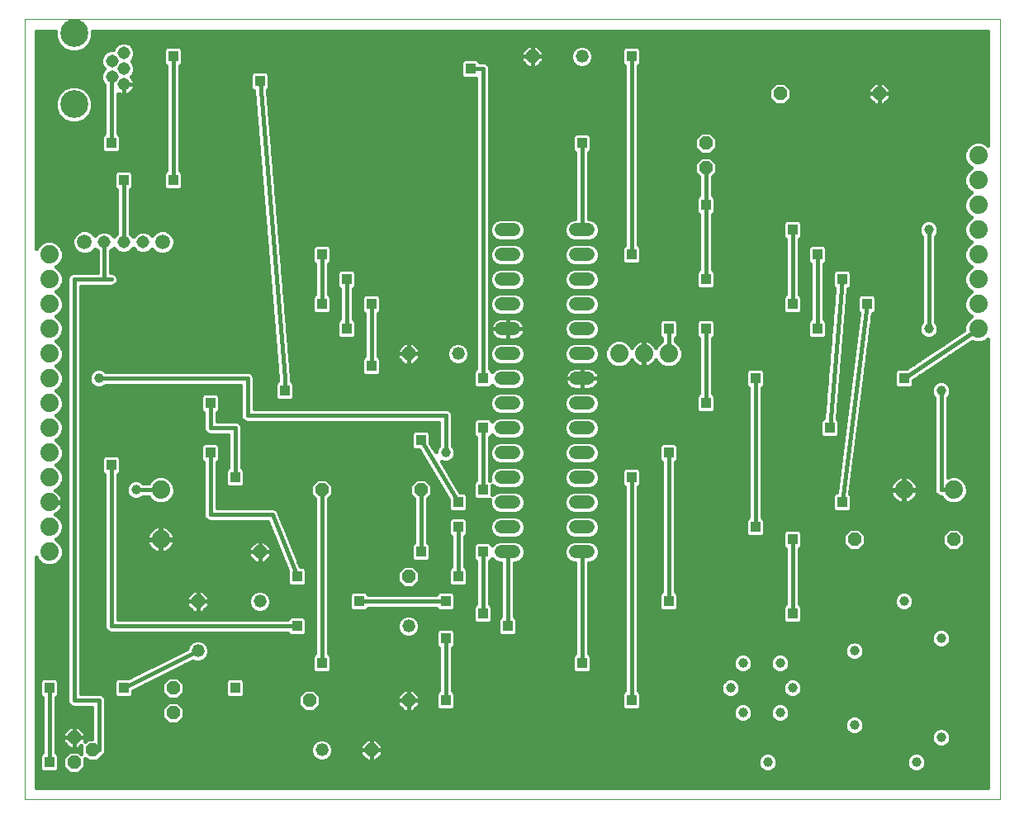
<source format=gbl>
G75*
%MOIN*%
%OFA0B0*%
%FSLAX25Y25*%
%IPPOS*%
%LPD*%
%AMOC8*
5,1,8,0,0,1.08239X$1,22.5*
%
%ADD10C,0.00000*%
%ADD11C,0.05200*%
%ADD12OC8,0.05200*%
%ADD13C,0.05150*%
%ADD14C,0.11220*%
%ADD15C,0.07400*%
%ADD16C,0.05200*%
%ADD17C,0.05937*%
%ADD18C,0.01600*%
%ADD19R,0.03962X0.03962*%
%ADD20C,0.03962*%
D10*
X0001800Y0027394D02*
X0001800Y0342355D01*
X0395501Y0342355D01*
X0395501Y0027394D01*
X0001800Y0027394D01*
D11*
X0071800Y0087394D03*
X0096800Y0107394D03*
X0156800Y0097394D03*
X0121800Y0047394D03*
X0176800Y0207394D03*
X0226800Y0327394D03*
D12*
X0206800Y0327394D03*
X0276800Y0292394D03*
X0276800Y0282394D03*
X0306800Y0312394D03*
X0346800Y0312394D03*
X0161800Y0152394D03*
X0156800Y0117394D03*
X0121800Y0152394D03*
X0096800Y0127394D03*
X0071800Y0107394D03*
X0061800Y0072394D03*
X0061800Y0062394D03*
X0029300Y0047394D03*
X0021800Y0042394D03*
X0021800Y0052394D03*
X0116800Y0067394D03*
X0141800Y0047394D03*
X0156800Y0067394D03*
X0156800Y0207394D03*
X0336800Y0132394D03*
X0376800Y0132394D03*
D13*
X0049674Y0252394D03*
X0041800Y0252394D03*
X0033926Y0252394D03*
X0041879Y0316095D03*
X0037154Y0319245D03*
X0041879Y0322394D03*
X0037154Y0325544D03*
X0041879Y0328693D03*
D14*
X0021800Y0336764D03*
X0021800Y0308024D03*
D15*
X0011800Y0247394D03*
X0011800Y0237394D03*
X0011800Y0227394D03*
X0011800Y0217394D03*
X0011800Y0207394D03*
X0011800Y0197394D03*
X0011800Y0187394D03*
X0011800Y0177394D03*
X0011800Y0167394D03*
X0011800Y0157394D03*
X0011800Y0147394D03*
X0011800Y0137394D03*
X0011800Y0127394D03*
X0056800Y0132394D03*
X0056800Y0152394D03*
X0241800Y0207394D03*
X0251800Y0207394D03*
X0261800Y0207394D03*
X0356800Y0152394D03*
X0376800Y0152394D03*
X0386800Y0217394D03*
X0386800Y0227394D03*
X0386800Y0237394D03*
X0386800Y0247394D03*
X0386800Y0257394D03*
X0386800Y0267394D03*
X0386800Y0277394D03*
X0386800Y0287394D03*
D16*
X0229400Y0257394D02*
X0224200Y0257394D01*
X0224200Y0247394D02*
X0229400Y0247394D01*
X0229400Y0237394D02*
X0224200Y0237394D01*
X0224200Y0227394D02*
X0229400Y0227394D01*
X0229400Y0217394D02*
X0224200Y0217394D01*
X0224200Y0207394D02*
X0229400Y0207394D01*
X0229400Y0197394D02*
X0224200Y0197394D01*
X0224200Y0187394D02*
X0229400Y0187394D01*
X0229400Y0177394D02*
X0224200Y0177394D01*
X0224200Y0167394D02*
X0229400Y0167394D01*
X0229400Y0157394D02*
X0224200Y0157394D01*
X0224200Y0147394D02*
X0229400Y0147394D01*
X0229400Y0137394D02*
X0224200Y0137394D01*
X0224200Y0127394D02*
X0229400Y0127394D01*
X0199400Y0127394D02*
X0194200Y0127394D01*
X0194200Y0137394D02*
X0199400Y0137394D01*
X0199400Y0147394D02*
X0194200Y0147394D01*
X0194200Y0157394D02*
X0199400Y0157394D01*
X0199400Y0167394D02*
X0194200Y0167394D01*
X0194200Y0177394D02*
X0199400Y0177394D01*
X0199400Y0187394D02*
X0194200Y0187394D01*
X0194200Y0197394D02*
X0199400Y0197394D01*
X0199400Y0207394D02*
X0194200Y0207394D01*
X0194200Y0217394D02*
X0199400Y0217394D01*
X0199400Y0227394D02*
X0194200Y0227394D01*
X0194200Y0237394D02*
X0199400Y0237394D01*
X0199400Y0247394D02*
X0194200Y0247394D01*
X0194200Y0257394D02*
X0199400Y0257394D01*
D17*
X0057548Y0252394D03*
X0026052Y0252394D03*
D18*
X0021498Y0254383D02*
X0006600Y0254383D01*
X0006600Y0255981D02*
X0022613Y0255981D01*
X0023238Y0256606D02*
X0021840Y0255209D01*
X0021083Y0253382D01*
X0021083Y0251406D01*
X0021840Y0249580D01*
X0023238Y0248182D01*
X0025064Y0247426D01*
X0027040Y0247426D01*
X0028866Y0248182D01*
X0030264Y0249580D01*
X0030266Y0249584D01*
X0031126Y0248724D01*
X0031126Y0240194D01*
X0021243Y0240194D01*
X0020214Y0239768D01*
X0019426Y0238980D01*
X0019000Y0237951D01*
X0019000Y0066837D01*
X0019426Y0065808D01*
X0020214Y0065020D01*
X0021243Y0064594D01*
X0029000Y0064594D01*
X0029000Y0051994D01*
X0027395Y0051994D01*
X0026200Y0050800D01*
X0026200Y0052394D01*
X0021800Y0052394D01*
X0021800Y0047994D01*
X0023623Y0047994D01*
X0024700Y0049072D01*
X0024700Y0046000D01*
X0023705Y0046994D01*
X0019895Y0046994D01*
X0017200Y0044300D01*
X0017200Y0040489D01*
X0019895Y0037794D01*
X0023705Y0037794D01*
X0026400Y0040489D01*
X0026400Y0043789D01*
X0027395Y0042794D01*
X0031205Y0042794D01*
X0033900Y0045489D01*
X0033900Y0045534D01*
X0034174Y0045808D01*
X0034600Y0046837D01*
X0034600Y0067951D01*
X0034174Y0068980D01*
X0033386Y0069768D01*
X0032357Y0070194D01*
X0024600Y0070194D01*
X0024600Y0234594D01*
X0037357Y0234594D01*
X0038386Y0235020D01*
X0039174Y0235808D01*
X0039600Y0236837D01*
X0039600Y0237951D01*
X0039174Y0238980D01*
X0038386Y0239768D01*
X0037357Y0240194D01*
X0036726Y0240194D01*
X0036726Y0248724D01*
X0037804Y0249803D01*
X0037863Y0249944D01*
X0037922Y0249803D01*
X0039209Y0248516D01*
X0040890Y0247819D01*
X0042710Y0247819D01*
X0044391Y0248516D01*
X0045678Y0249803D01*
X0045737Y0249944D01*
X0045796Y0249803D01*
X0047083Y0248516D01*
X0048764Y0247819D01*
X0050584Y0247819D01*
X0052265Y0248516D01*
X0053334Y0249584D01*
X0053336Y0249580D01*
X0054734Y0248182D01*
X0056560Y0247426D01*
X0058536Y0247426D01*
X0060362Y0248182D01*
X0061760Y0249580D01*
X0062517Y0251406D01*
X0062517Y0253382D01*
X0061760Y0255209D01*
X0060362Y0256606D01*
X0058536Y0257363D01*
X0056560Y0257363D01*
X0054734Y0256606D01*
X0053336Y0255209D01*
X0053334Y0255204D01*
X0052265Y0256273D01*
X0050584Y0256969D01*
X0048764Y0256969D01*
X0047083Y0256273D01*
X0045796Y0254986D01*
X0045737Y0254844D01*
X0045678Y0254986D01*
X0044600Y0256064D01*
X0044600Y0273413D01*
X0044610Y0273413D01*
X0045781Y0274585D01*
X0045781Y0280204D01*
X0044610Y0281375D01*
X0038990Y0281375D01*
X0037819Y0280204D01*
X0037819Y0274585D01*
X0038990Y0273413D01*
X0039000Y0273413D01*
X0039000Y0256064D01*
X0037922Y0254986D01*
X0037863Y0254844D01*
X0037804Y0254986D01*
X0036517Y0256273D01*
X0034836Y0256969D01*
X0033016Y0256969D01*
X0031335Y0256273D01*
X0030266Y0255204D01*
X0030264Y0255209D01*
X0028866Y0256606D01*
X0027040Y0257363D01*
X0025064Y0257363D01*
X0023238Y0256606D01*
X0021083Y0252784D02*
X0013682Y0252784D01*
X0012934Y0253094D02*
X0010666Y0253094D01*
X0008571Y0252226D01*
X0006968Y0250623D01*
X0006600Y0249735D01*
X0006600Y0337555D01*
X0014190Y0337555D01*
X0014190Y0335250D01*
X0015348Y0332453D01*
X0017489Y0330313D01*
X0020286Y0329154D01*
X0023314Y0329154D01*
X0026111Y0330313D01*
X0028252Y0332453D01*
X0029410Y0335250D01*
X0029410Y0337555D01*
X0390701Y0337555D01*
X0390701Y0291554D01*
X0390029Y0292226D01*
X0387934Y0293094D01*
X0385666Y0293094D01*
X0383571Y0292226D01*
X0381968Y0290623D01*
X0381100Y0288528D01*
X0381100Y0286260D01*
X0381968Y0284165D01*
X0383571Y0282562D01*
X0383976Y0282394D01*
X0383571Y0282226D01*
X0381968Y0280623D01*
X0381100Y0278528D01*
X0381100Y0276260D01*
X0381968Y0274165D01*
X0383571Y0272562D01*
X0383976Y0272394D01*
X0383571Y0272226D01*
X0381968Y0270623D01*
X0381100Y0268528D01*
X0381100Y0266260D01*
X0381968Y0264165D01*
X0383571Y0262562D01*
X0383976Y0262394D01*
X0383571Y0262226D01*
X0381968Y0260623D01*
X0381100Y0258528D01*
X0381100Y0256260D01*
X0381968Y0254165D01*
X0383571Y0252562D01*
X0383976Y0252394D01*
X0383571Y0252226D01*
X0381968Y0250623D01*
X0381100Y0248528D01*
X0381100Y0246260D01*
X0381968Y0244165D01*
X0383571Y0242562D01*
X0383976Y0242394D01*
X0383571Y0242226D01*
X0381968Y0240623D01*
X0381100Y0238528D01*
X0381100Y0236260D01*
X0381968Y0234165D01*
X0383571Y0232562D01*
X0383976Y0232394D01*
X0383571Y0232226D01*
X0381968Y0230623D01*
X0381100Y0228528D01*
X0381100Y0226260D01*
X0381968Y0224165D01*
X0383571Y0222562D01*
X0383976Y0222394D01*
X0383571Y0222226D01*
X0381968Y0220623D01*
X0381100Y0218528D01*
X0381100Y0216959D01*
X0357724Y0201375D01*
X0353990Y0201375D01*
X0352819Y0200204D01*
X0352819Y0194585D01*
X0353990Y0193413D01*
X0359610Y0193413D01*
X0360781Y0194585D01*
X0360781Y0196683D01*
X0384205Y0212299D01*
X0385666Y0211694D01*
X0387934Y0211694D01*
X0390029Y0212562D01*
X0390701Y0213234D01*
X0390701Y0032194D01*
X0006600Y0032194D01*
X0006600Y0125053D01*
X0006968Y0124165D01*
X0008571Y0122562D01*
X0010666Y0121694D01*
X0012934Y0121694D01*
X0015029Y0122562D01*
X0016632Y0124165D01*
X0017500Y0126260D01*
X0017500Y0128528D01*
X0016632Y0130623D01*
X0015029Y0132226D01*
X0014624Y0132394D01*
X0015029Y0132562D01*
X0016632Y0134165D01*
X0017500Y0136260D01*
X0017500Y0138528D01*
X0016632Y0140623D01*
X0015029Y0142226D01*
X0014336Y0142513D01*
X0014683Y0142690D01*
X0015383Y0143199D01*
X0015995Y0143811D01*
X0016504Y0144512D01*
X0016897Y0145283D01*
X0017165Y0146106D01*
X0017300Y0146961D01*
X0017300Y0147194D01*
X0012000Y0147194D01*
X0012000Y0147594D01*
X0017300Y0147594D01*
X0017300Y0147827D01*
X0017165Y0148682D01*
X0016897Y0149505D01*
X0016504Y0150277D01*
X0015995Y0150977D01*
X0015383Y0151589D01*
X0014683Y0152098D01*
X0014336Y0152275D01*
X0015029Y0152562D01*
X0016632Y0154165D01*
X0017500Y0156260D01*
X0017500Y0158528D01*
X0016632Y0160623D01*
X0015029Y0162226D01*
X0014624Y0162394D01*
X0015029Y0162562D01*
X0016632Y0164165D01*
X0017500Y0166260D01*
X0017500Y0168528D01*
X0016632Y0170623D01*
X0015029Y0172226D01*
X0014624Y0172394D01*
X0015029Y0172562D01*
X0016632Y0174165D01*
X0017500Y0176260D01*
X0017500Y0178528D01*
X0016632Y0180623D01*
X0015029Y0182226D01*
X0014624Y0182394D01*
X0015029Y0182562D01*
X0016632Y0184165D01*
X0017500Y0186260D01*
X0017500Y0188528D01*
X0016632Y0190623D01*
X0015029Y0192226D01*
X0014624Y0192394D01*
X0015029Y0192562D01*
X0016632Y0194165D01*
X0017500Y0196260D01*
X0017500Y0198528D01*
X0016632Y0200623D01*
X0015029Y0202226D01*
X0014624Y0202394D01*
X0015029Y0202562D01*
X0016632Y0204165D01*
X0017500Y0206260D01*
X0017500Y0208528D01*
X0016632Y0210623D01*
X0015029Y0212226D01*
X0014624Y0212394D01*
X0015029Y0212562D01*
X0016632Y0214165D01*
X0017500Y0216260D01*
X0017500Y0218528D01*
X0016632Y0220623D01*
X0015029Y0222226D01*
X0014624Y0222394D01*
X0015029Y0222562D01*
X0016632Y0224165D01*
X0017500Y0226260D01*
X0017500Y0228528D01*
X0016632Y0230623D01*
X0015029Y0232226D01*
X0014624Y0232394D01*
X0015029Y0232562D01*
X0016632Y0234165D01*
X0017500Y0236260D01*
X0017500Y0238528D01*
X0016632Y0240623D01*
X0015029Y0242226D01*
X0014624Y0242394D01*
X0015029Y0242562D01*
X0016632Y0244165D01*
X0017500Y0246260D01*
X0017500Y0248528D01*
X0016632Y0250623D01*
X0015029Y0252226D01*
X0012934Y0253094D01*
X0009918Y0252784D02*
X0006600Y0252784D01*
X0006600Y0251186D02*
X0007531Y0251186D01*
X0006600Y0257580D02*
X0039000Y0257580D01*
X0039000Y0259178D02*
X0006600Y0259178D01*
X0006600Y0260777D02*
X0039000Y0260777D01*
X0039000Y0262375D02*
X0006600Y0262375D01*
X0006600Y0263974D02*
X0039000Y0263974D01*
X0039000Y0265572D02*
X0006600Y0265572D01*
X0006600Y0267171D02*
X0039000Y0267171D01*
X0039000Y0268769D02*
X0006600Y0268769D01*
X0006600Y0270368D02*
X0039000Y0270368D01*
X0039000Y0271966D02*
X0006600Y0271966D01*
X0006600Y0273565D02*
X0038839Y0273565D01*
X0037819Y0275163D02*
X0006600Y0275163D01*
X0006600Y0276762D02*
X0037819Y0276762D01*
X0037819Y0278360D02*
X0006600Y0278360D01*
X0006600Y0279959D02*
X0037819Y0279959D01*
X0041800Y0277394D02*
X0041800Y0252394D01*
X0040481Y0247989D02*
X0036726Y0247989D01*
X0036726Y0246390D02*
X0099907Y0246390D01*
X0100041Y0244792D02*
X0036726Y0244792D01*
X0036726Y0243193D02*
X0100174Y0243193D01*
X0100307Y0241595D02*
X0036726Y0241595D01*
X0037835Y0239996D02*
X0100440Y0239996D01*
X0100573Y0238398D02*
X0039415Y0238398D01*
X0039584Y0236799D02*
X0100707Y0236799D01*
X0100840Y0235201D02*
X0038566Y0235201D01*
X0036800Y0237394D02*
X0033926Y0237394D01*
X0033926Y0252394D01*
X0036809Y0255981D02*
X0038917Y0255981D01*
X0044683Y0255981D02*
X0046791Y0255981D01*
X0044600Y0257580D02*
X0098975Y0257580D01*
X0098842Y0259178D02*
X0044600Y0259178D01*
X0044600Y0260777D02*
X0098708Y0260777D01*
X0098575Y0262375D02*
X0044600Y0262375D01*
X0044600Y0263974D02*
X0098442Y0263974D01*
X0098309Y0265572D02*
X0044600Y0265572D01*
X0044600Y0267171D02*
X0098176Y0267171D01*
X0098042Y0268769D02*
X0044600Y0268769D01*
X0044600Y0270368D02*
X0097909Y0270368D01*
X0097776Y0271966D02*
X0044600Y0271966D01*
X0044761Y0273565D02*
X0058839Y0273565D01*
X0058990Y0273413D02*
X0064610Y0273413D01*
X0065781Y0274585D01*
X0065781Y0280204D01*
X0064610Y0281375D01*
X0064600Y0281375D01*
X0064600Y0323413D01*
X0064610Y0323413D01*
X0065781Y0324585D01*
X0065781Y0330204D01*
X0064610Y0331375D01*
X0058990Y0331375D01*
X0057819Y0330204D01*
X0057819Y0324585D01*
X0058990Y0323413D01*
X0059000Y0323413D01*
X0059000Y0281375D01*
X0058990Y0281375D01*
X0057819Y0280204D01*
X0057819Y0274585D01*
X0058990Y0273413D01*
X0057819Y0275163D02*
X0045781Y0275163D01*
X0045781Y0276762D02*
X0057819Y0276762D01*
X0057819Y0278360D02*
X0045781Y0278360D01*
X0045781Y0279959D02*
X0057819Y0279959D01*
X0059000Y0281557D02*
X0006600Y0281557D01*
X0006600Y0283156D02*
X0059000Y0283156D01*
X0059000Y0284755D02*
X0006600Y0284755D01*
X0006600Y0286353D02*
X0059000Y0286353D01*
X0059000Y0287952D02*
X0006600Y0287952D01*
X0006600Y0289550D02*
X0032854Y0289550D01*
X0032819Y0289585D02*
X0033990Y0288413D01*
X0039610Y0288413D01*
X0040781Y0289585D01*
X0040781Y0295204D01*
X0039610Y0296375D01*
X0039600Y0296375D01*
X0039600Y0312346D01*
X0040199Y0312041D01*
X0040854Y0311828D01*
X0041534Y0311720D01*
X0041879Y0311720D01*
X0042223Y0311720D01*
X0042903Y0311828D01*
X0043558Y0312041D01*
X0044172Y0312353D01*
X0044729Y0312758D01*
X0045216Y0313245D01*
X0045620Y0313802D01*
X0045933Y0314416D01*
X0046146Y0315071D01*
X0046254Y0315751D01*
X0046254Y0316095D01*
X0046254Y0316439D01*
X0046146Y0317119D01*
X0045933Y0317774D01*
X0045620Y0318388D01*
X0045216Y0318945D01*
X0045057Y0319103D01*
X0045757Y0319803D01*
X0046454Y0321484D01*
X0046454Y0323304D01*
X0045757Y0324986D01*
X0045199Y0325544D01*
X0045757Y0326102D01*
X0046454Y0327783D01*
X0046454Y0329603D01*
X0045757Y0331285D01*
X0044470Y0332572D01*
X0042789Y0333268D01*
X0040969Y0333268D01*
X0039287Y0332572D01*
X0038000Y0331285D01*
X0037517Y0330119D01*
X0036244Y0330119D01*
X0034563Y0329422D01*
X0033276Y0328135D01*
X0032580Y0326454D01*
X0032580Y0324634D01*
X0033276Y0322952D01*
X0033834Y0322394D01*
X0033276Y0321836D01*
X0032580Y0320155D01*
X0032580Y0318335D01*
X0033276Y0316653D01*
X0034000Y0315929D01*
X0034000Y0296375D01*
X0033990Y0296375D01*
X0032819Y0295204D01*
X0032819Y0289585D01*
X0032819Y0291149D02*
X0006600Y0291149D01*
X0006600Y0292747D02*
X0032819Y0292747D01*
X0032819Y0294346D02*
X0006600Y0294346D01*
X0006600Y0295944D02*
X0033559Y0295944D01*
X0034000Y0297543D02*
X0006600Y0297543D01*
X0006600Y0299141D02*
X0034000Y0299141D01*
X0034000Y0300740D02*
X0024100Y0300740D01*
X0023314Y0300414D02*
X0026111Y0301572D01*
X0028252Y0303713D01*
X0029410Y0306510D01*
X0029410Y0309538D01*
X0028252Y0312335D01*
X0026111Y0314476D01*
X0023314Y0315634D01*
X0020286Y0315634D01*
X0017489Y0314476D01*
X0015348Y0312335D01*
X0014190Y0309538D01*
X0014190Y0306510D01*
X0015348Y0303713D01*
X0017489Y0301572D01*
X0020286Y0300414D01*
X0023314Y0300414D01*
X0019500Y0300740D02*
X0006600Y0300740D01*
X0006600Y0302338D02*
X0016723Y0302338D01*
X0015256Y0303937D02*
X0006600Y0303937D01*
X0006600Y0305535D02*
X0014594Y0305535D01*
X0014190Y0307134D02*
X0006600Y0307134D01*
X0006600Y0308732D02*
X0014190Y0308732D01*
X0014518Y0310331D02*
X0006600Y0310331D01*
X0006600Y0311929D02*
X0015180Y0311929D01*
X0016541Y0313528D02*
X0006600Y0313528D01*
X0006600Y0315126D02*
X0019060Y0315126D01*
X0024540Y0315126D02*
X0034000Y0315126D01*
X0034000Y0313528D02*
X0027059Y0313528D01*
X0028420Y0311929D02*
X0034000Y0311929D01*
X0034000Y0310331D02*
X0029082Y0310331D01*
X0029410Y0308732D02*
X0034000Y0308732D01*
X0034000Y0307134D02*
X0029410Y0307134D01*
X0029006Y0305535D02*
X0034000Y0305535D01*
X0034000Y0303937D02*
X0028344Y0303937D01*
X0026877Y0302338D02*
X0034000Y0302338D01*
X0039600Y0302338D02*
X0059000Y0302338D01*
X0059000Y0300740D02*
X0039600Y0300740D01*
X0039600Y0299141D02*
X0059000Y0299141D01*
X0059000Y0297543D02*
X0039600Y0297543D01*
X0040041Y0295944D02*
X0059000Y0295944D01*
X0059000Y0294346D02*
X0040781Y0294346D01*
X0040781Y0292747D02*
X0059000Y0292747D01*
X0059000Y0291149D02*
X0040781Y0291149D01*
X0040746Y0289550D02*
X0059000Y0289550D01*
X0064600Y0289550D02*
X0096311Y0289550D01*
X0096444Y0287952D02*
X0064600Y0287952D01*
X0064600Y0286353D02*
X0096577Y0286353D01*
X0096710Y0284755D02*
X0064600Y0284755D01*
X0064600Y0283156D02*
X0096843Y0283156D01*
X0096977Y0281557D02*
X0064600Y0281557D01*
X0065781Y0279959D02*
X0097110Y0279959D01*
X0097243Y0278360D02*
X0065781Y0278360D01*
X0065781Y0276762D02*
X0097376Y0276762D01*
X0097510Y0275163D02*
X0065781Y0275163D01*
X0064761Y0273565D02*
X0097643Y0273565D01*
X0103262Y0273565D02*
X0184000Y0273565D01*
X0184000Y0275163D02*
X0103129Y0275163D01*
X0102996Y0276762D02*
X0184000Y0276762D01*
X0184000Y0278360D02*
X0102862Y0278360D01*
X0102729Y0279959D02*
X0184000Y0279959D01*
X0184000Y0281557D02*
X0102596Y0281557D01*
X0102463Y0283156D02*
X0184000Y0283156D01*
X0184000Y0284755D02*
X0102330Y0284755D01*
X0102196Y0286353D02*
X0184000Y0286353D01*
X0184000Y0287952D02*
X0102063Y0287952D01*
X0101930Y0289550D02*
X0184000Y0289550D01*
X0184000Y0291149D02*
X0101797Y0291149D01*
X0101664Y0292747D02*
X0184000Y0292747D01*
X0184000Y0294346D02*
X0101530Y0294346D01*
X0101397Y0295944D02*
X0184000Y0295944D01*
X0184000Y0297543D02*
X0101264Y0297543D01*
X0101131Y0299141D02*
X0184000Y0299141D01*
X0184000Y0300740D02*
X0100998Y0300740D01*
X0100864Y0302338D02*
X0184000Y0302338D01*
X0184000Y0303937D02*
X0100731Y0303937D01*
X0100598Y0305535D02*
X0184000Y0305535D01*
X0184000Y0307134D02*
X0100465Y0307134D01*
X0100332Y0308732D02*
X0184000Y0308732D01*
X0184000Y0310331D02*
X0100198Y0310331D01*
X0100065Y0311929D02*
X0184000Y0311929D01*
X0184000Y0313528D02*
X0099932Y0313528D01*
X0099916Y0313719D02*
X0100781Y0314585D01*
X0100781Y0320204D01*
X0099610Y0321375D01*
X0093990Y0321375D01*
X0092819Y0320204D01*
X0092819Y0314585D01*
X0093990Y0313413D01*
X0094322Y0313413D01*
X0104000Y0197278D01*
X0104000Y0196375D01*
X0103990Y0196375D01*
X0102819Y0195204D01*
X0102819Y0189585D01*
X0103990Y0188413D01*
X0109610Y0188413D01*
X0110781Y0189585D01*
X0110781Y0195204D01*
X0109610Y0196375D01*
X0109600Y0196375D01*
X0109600Y0196957D01*
X0109637Y0197072D01*
X0109600Y0197511D01*
X0109600Y0197951D01*
X0109554Y0198062D01*
X0099916Y0313719D01*
X0100781Y0315126D02*
X0184000Y0315126D01*
X0184000Y0316725D02*
X0100781Y0316725D01*
X0100781Y0318323D02*
X0184000Y0318323D01*
X0184000Y0318413D02*
X0184000Y0201375D01*
X0183990Y0201375D01*
X0182819Y0200204D01*
X0182819Y0194585D01*
X0183990Y0193413D01*
X0189610Y0193413D01*
X0190643Y0194446D01*
X0191594Y0193495D01*
X0193285Y0192794D01*
X0200315Y0192794D01*
X0202006Y0193495D01*
X0203300Y0194788D01*
X0204000Y0196479D01*
X0204000Y0198309D01*
X0203300Y0200000D01*
X0202006Y0201294D01*
X0200315Y0201994D01*
X0193285Y0201994D01*
X0191594Y0201294D01*
X0190643Y0200342D01*
X0189610Y0201375D01*
X0189600Y0201375D01*
X0189600Y0322951D01*
X0189174Y0323980D01*
X0188386Y0324768D01*
X0187357Y0325194D01*
X0186243Y0325194D01*
X0185781Y0325194D01*
X0185781Y0325204D01*
X0184610Y0326375D01*
X0178990Y0326375D01*
X0177819Y0325204D01*
X0177819Y0319585D01*
X0178990Y0318413D01*
X0184000Y0318413D01*
X0181800Y0322394D02*
X0186800Y0322394D01*
X0186800Y0197394D01*
X0182819Y0196836D02*
X0109600Y0196836D01*
X0109523Y0198435D02*
X0138969Y0198435D01*
X0138990Y0198413D02*
X0144610Y0198413D01*
X0145781Y0199585D01*
X0145781Y0205204D01*
X0144610Y0206375D01*
X0144600Y0206375D01*
X0144600Y0223413D01*
X0144610Y0223413D01*
X0145781Y0224585D01*
X0145781Y0230204D01*
X0144610Y0231375D01*
X0138990Y0231375D01*
X0137819Y0230204D01*
X0137819Y0224585D01*
X0138990Y0223413D01*
X0139000Y0223413D01*
X0139000Y0206375D01*
X0138990Y0206375D01*
X0137819Y0205204D01*
X0137819Y0199585D01*
X0138990Y0198413D01*
X0137819Y0200033D02*
X0109390Y0200033D01*
X0109257Y0201632D02*
X0137819Y0201632D01*
X0137819Y0203230D02*
X0109123Y0203230D01*
X0108990Y0204829D02*
X0137819Y0204829D01*
X0139000Y0206427D02*
X0108857Y0206427D01*
X0108724Y0208026D02*
X0139000Y0208026D01*
X0139000Y0209624D02*
X0108591Y0209624D01*
X0108457Y0211223D02*
X0139000Y0211223D01*
X0139000Y0212822D02*
X0108324Y0212822D01*
X0108191Y0214420D02*
X0127984Y0214420D01*
X0127819Y0214585D02*
X0128990Y0213413D01*
X0134610Y0213413D01*
X0135781Y0214585D01*
X0135781Y0220204D01*
X0134610Y0221375D01*
X0134600Y0221375D01*
X0134600Y0233413D01*
X0134610Y0233413D01*
X0135781Y0234585D01*
X0135781Y0240204D01*
X0134610Y0241375D01*
X0128990Y0241375D01*
X0127819Y0240204D01*
X0127819Y0234585D01*
X0128990Y0233413D01*
X0129000Y0233413D01*
X0129000Y0221375D01*
X0128990Y0221375D01*
X0127819Y0220204D01*
X0127819Y0214585D01*
X0127819Y0216019D02*
X0108058Y0216019D01*
X0107924Y0217617D02*
X0127819Y0217617D01*
X0127819Y0219216D02*
X0107791Y0219216D01*
X0107658Y0220814D02*
X0128429Y0220814D01*
X0129000Y0222413D02*
X0107525Y0222413D01*
X0107392Y0224011D02*
X0118392Y0224011D01*
X0117819Y0224585D02*
X0118990Y0223413D01*
X0124610Y0223413D01*
X0125781Y0224585D01*
X0125781Y0230204D01*
X0124610Y0231375D01*
X0124600Y0231375D01*
X0124600Y0243413D01*
X0124610Y0243413D01*
X0125781Y0244585D01*
X0125781Y0250204D01*
X0124610Y0251375D01*
X0118990Y0251375D01*
X0117819Y0250204D01*
X0117819Y0244585D01*
X0118990Y0243413D01*
X0119000Y0243413D01*
X0119000Y0231375D01*
X0118990Y0231375D01*
X0117819Y0230204D01*
X0117819Y0224585D01*
X0117819Y0225610D02*
X0107258Y0225610D01*
X0107125Y0227208D02*
X0117819Y0227208D01*
X0117819Y0228807D02*
X0106992Y0228807D01*
X0106859Y0230405D02*
X0118020Y0230405D01*
X0119000Y0232004D02*
X0106726Y0232004D01*
X0106592Y0233602D02*
X0119000Y0233602D01*
X0119000Y0235201D02*
X0106459Y0235201D01*
X0106326Y0236799D02*
X0119000Y0236799D01*
X0119000Y0238398D02*
X0106193Y0238398D01*
X0106060Y0239996D02*
X0119000Y0239996D01*
X0119000Y0241595D02*
X0105926Y0241595D01*
X0105793Y0243193D02*
X0119000Y0243193D01*
X0117819Y0244792D02*
X0105660Y0244792D01*
X0105527Y0246390D02*
X0117819Y0246390D01*
X0117819Y0247989D02*
X0105393Y0247989D01*
X0105260Y0249587D02*
X0117819Y0249587D01*
X0118801Y0251186D02*
X0105127Y0251186D01*
X0104994Y0252784D02*
X0184000Y0252784D01*
X0184000Y0251186D02*
X0124799Y0251186D01*
X0125781Y0249587D02*
X0184000Y0249587D01*
X0184000Y0247989D02*
X0125781Y0247989D01*
X0125781Y0246390D02*
X0184000Y0246390D01*
X0184000Y0244792D02*
X0125781Y0244792D01*
X0124600Y0243193D02*
X0184000Y0243193D01*
X0184000Y0241595D02*
X0124600Y0241595D01*
X0124600Y0239996D02*
X0127819Y0239996D01*
X0127819Y0238398D02*
X0124600Y0238398D01*
X0124600Y0236799D02*
X0127819Y0236799D01*
X0127819Y0235201D02*
X0124600Y0235201D01*
X0124600Y0233602D02*
X0128801Y0233602D01*
X0129000Y0232004D02*
X0124600Y0232004D01*
X0125580Y0230405D02*
X0129000Y0230405D01*
X0129000Y0228807D02*
X0125781Y0228807D01*
X0125781Y0227208D02*
X0129000Y0227208D01*
X0129000Y0225610D02*
X0125781Y0225610D01*
X0125208Y0224011D02*
X0129000Y0224011D01*
X0134600Y0224011D02*
X0138392Y0224011D01*
X0137819Y0225610D02*
X0134600Y0225610D01*
X0134600Y0227208D02*
X0137819Y0227208D01*
X0137819Y0228807D02*
X0134600Y0228807D01*
X0134600Y0230405D02*
X0138020Y0230405D01*
X0134600Y0232004D02*
X0184000Y0232004D01*
X0184000Y0233602D02*
X0134799Y0233602D01*
X0135781Y0235201D02*
X0184000Y0235201D01*
X0184000Y0236799D02*
X0135781Y0236799D01*
X0135781Y0238398D02*
X0184000Y0238398D01*
X0184000Y0239996D02*
X0135781Y0239996D01*
X0131800Y0237394D02*
X0131800Y0217394D01*
X0135781Y0217617D02*
X0139000Y0217617D01*
X0139000Y0216019D02*
X0135781Y0216019D01*
X0135616Y0214420D02*
X0139000Y0214420D01*
X0139000Y0219216D02*
X0135781Y0219216D01*
X0135171Y0220814D02*
X0139000Y0220814D01*
X0139000Y0222413D02*
X0134600Y0222413D01*
X0141800Y0227394D02*
X0141800Y0202394D01*
X0145781Y0201632D02*
X0184000Y0201632D01*
X0184000Y0203230D02*
X0178768Y0203230D01*
X0179406Y0203495D02*
X0177715Y0202794D01*
X0175885Y0202794D01*
X0174194Y0203495D01*
X0172900Y0204788D01*
X0172200Y0206479D01*
X0172200Y0208309D01*
X0172900Y0210000D01*
X0174194Y0211294D01*
X0175885Y0211994D01*
X0177715Y0211994D01*
X0179406Y0211294D01*
X0180700Y0210000D01*
X0181400Y0208309D01*
X0181400Y0206479D01*
X0180700Y0204788D01*
X0179406Y0203495D01*
X0180716Y0204829D02*
X0184000Y0204829D01*
X0184000Y0206427D02*
X0181379Y0206427D01*
X0181400Y0208026D02*
X0184000Y0208026D01*
X0184000Y0209624D02*
X0180855Y0209624D01*
X0179477Y0211223D02*
X0184000Y0211223D01*
X0184000Y0212822D02*
X0144600Y0212822D01*
X0144600Y0214420D02*
X0184000Y0214420D01*
X0184000Y0216019D02*
X0144600Y0216019D01*
X0144600Y0217617D02*
X0184000Y0217617D01*
X0184000Y0219216D02*
X0144600Y0219216D01*
X0144600Y0220814D02*
X0184000Y0220814D01*
X0184000Y0222413D02*
X0144600Y0222413D01*
X0145208Y0224011D02*
X0184000Y0224011D01*
X0184000Y0225610D02*
X0145781Y0225610D01*
X0145781Y0227208D02*
X0184000Y0227208D01*
X0184000Y0228807D02*
X0145781Y0228807D01*
X0145580Y0230405D02*
X0184000Y0230405D01*
X0189600Y0230405D02*
X0190706Y0230405D01*
X0190300Y0230000D02*
X0189600Y0228309D01*
X0189600Y0226479D01*
X0190300Y0224788D01*
X0191594Y0223495D01*
X0193285Y0222794D01*
X0200315Y0222794D01*
X0202006Y0223495D01*
X0203300Y0224788D01*
X0204000Y0226479D01*
X0204000Y0228309D01*
X0203300Y0230000D01*
X0202006Y0231294D01*
X0200315Y0231994D01*
X0193285Y0231994D01*
X0191594Y0231294D01*
X0190300Y0230000D01*
X0189806Y0228807D02*
X0189600Y0228807D01*
X0189600Y0227208D02*
X0189600Y0227208D01*
X0189600Y0225610D02*
X0189960Y0225610D01*
X0189600Y0224011D02*
X0191078Y0224011D01*
X0189600Y0222413D02*
X0319000Y0222413D01*
X0319000Y0221375D02*
X0318990Y0221375D01*
X0317819Y0220204D01*
X0317819Y0214585D01*
X0318990Y0213413D01*
X0324610Y0213413D01*
X0325781Y0214585D01*
X0325781Y0220204D01*
X0324610Y0221375D01*
X0324600Y0221375D01*
X0324600Y0243413D01*
X0324610Y0243413D01*
X0325781Y0244585D01*
X0325781Y0250204D01*
X0324610Y0251375D01*
X0318990Y0251375D01*
X0317819Y0250204D01*
X0317819Y0244585D01*
X0318990Y0243413D01*
X0319000Y0243413D01*
X0319000Y0221375D01*
X0318429Y0220814D02*
X0280171Y0220814D01*
X0279610Y0221375D02*
X0273990Y0221375D01*
X0272819Y0220204D01*
X0272819Y0214585D01*
X0273990Y0213413D01*
X0274000Y0213413D01*
X0274000Y0191375D01*
X0273990Y0191375D01*
X0272819Y0190204D01*
X0272819Y0184585D01*
X0273990Y0183413D01*
X0279610Y0183413D01*
X0280781Y0184585D01*
X0280781Y0190204D01*
X0279610Y0191375D01*
X0279600Y0191375D01*
X0279600Y0213413D01*
X0279610Y0213413D01*
X0280781Y0214585D01*
X0280781Y0220204D01*
X0279610Y0221375D01*
X0280781Y0219216D02*
X0317819Y0219216D01*
X0317819Y0217617D02*
X0280781Y0217617D01*
X0280781Y0216019D02*
X0317819Y0216019D01*
X0317984Y0214420D02*
X0280616Y0214420D01*
X0279600Y0212822D02*
X0326943Y0212822D01*
X0327076Y0214420D02*
X0325616Y0214420D01*
X0325781Y0216019D02*
X0327209Y0216019D01*
X0327342Y0217617D02*
X0325781Y0217617D01*
X0325781Y0219216D02*
X0327475Y0219216D01*
X0327609Y0220814D02*
X0325171Y0220814D01*
X0324600Y0222413D02*
X0327742Y0222413D01*
X0327875Y0224011D02*
X0324600Y0224011D01*
X0324600Y0225610D02*
X0328008Y0225610D01*
X0328141Y0227208D02*
X0324600Y0227208D01*
X0324600Y0228807D02*
X0328275Y0228807D01*
X0328408Y0230405D02*
X0324600Y0230405D01*
X0324600Y0232004D02*
X0328541Y0232004D01*
X0328674Y0233602D02*
X0324600Y0233602D01*
X0324600Y0235201D02*
X0327819Y0235201D01*
X0327819Y0234585D02*
X0328684Y0233719D01*
X0324322Y0181375D01*
X0323990Y0181375D01*
X0322819Y0180204D01*
X0322819Y0174585D01*
X0323990Y0173413D01*
X0329610Y0173413D01*
X0330781Y0174585D01*
X0330781Y0180204D01*
X0329916Y0181069D01*
X0334278Y0233413D01*
X0334610Y0233413D01*
X0335781Y0234585D01*
X0335781Y0240204D01*
X0334610Y0241375D01*
X0328990Y0241375D01*
X0327819Y0240204D01*
X0327819Y0234585D01*
X0327819Y0236799D02*
X0324600Y0236799D01*
X0324600Y0238398D02*
X0327819Y0238398D01*
X0327819Y0239996D02*
X0324600Y0239996D01*
X0324600Y0241595D02*
X0364000Y0241595D01*
X0364000Y0243193D02*
X0324600Y0243193D01*
X0325781Y0244792D02*
X0364000Y0244792D01*
X0364000Y0246390D02*
X0325781Y0246390D01*
X0325781Y0247989D02*
X0364000Y0247989D01*
X0364000Y0249587D02*
X0325781Y0249587D01*
X0324799Y0251186D02*
X0364000Y0251186D01*
X0364000Y0252784D02*
X0314600Y0252784D01*
X0314600Y0253413D02*
X0314610Y0253413D01*
X0315781Y0254585D01*
X0315781Y0260204D01*
X0314610Y0261375D01*
X0308990Y0261375D01*
X0307819Y0260204D01*
X0307819Y0254585D01*
X0308990Y0253413D01*
X0309000Y0253413D01*
X0309000Y0231375D01*
X0308990Y0231375D01*
X0307819Y0230204D01*
X0307819Y0224585D01*
X0308990Y0223413D01*
X0314610Y0223413D01*
X0315781Y0224585D01*
X0315781Y0230204D01*
X0314610Y0231375D01*
X0314600Y0231375D01*
X0314600Y0253413D01*
X0315579Y0254383D02*
X0364000Y0254383D01*
X0364000Y0254564D02*
X0364000Y0220224D01*
X0363425Y0219649D01*
X0362819Y0218186D01*
X0362819Y0216602D01*
X0363425Y0215139D01*
X0364545Y0214019D01*
X0366008Y0213413D01*
X0367592Y0213413D01*
X0369055Y0214019D01*
X0370175Y0215139D01*
X0370781Y0216602D01*
X0370781Y0218186D01*
X0370175Y0219649D01*
X0369600Y0220224D01*
X0369600Y0254564D01*
X0370175Y0255139D01*
X0370781Y0256602D01*
X0370781Y0258186D01*
X0370175Y0259649D01*
X0369055Y0260769D01*
X0367592Y0261375D01*
X0366008Y0261375D01*
X0364545Y0260769D01*
X0363425Y0259649D01*
X0362819Y0258186D01*
X0362819Y0256602D01*
X0363425Y0255139D01*
X0364000Y0254564D01*
X0363076Y0255981D02*
X0315781Y0255981D01*
X0315781Y0257580D02*
X0362819Y0257580D01*
X0363230Y0259178D02*
X0315781Y0259178D01*
X0315208Y0260777D02*
X0364563Y0260777D01*
X0366800Y0257394D02*
X0366800Y0217394D01*
X0370539Y0216019D02*
X0379689Y0216019D01*
X0381100Y0217617D02*
X0370781Y0217617D01*
X0370355Y0219216D02*
X0381385Y0219216D01*
X0382159Y0220814D02*
X0369600Y0220814D01*
X0369600Y0222413D02*
X0383932Y0222413D01*
X0382122Y0224011D02*
X0369600Y0224011D01*
X0369600Y0225610D02*
X0381370Y0225610D01*
X0381100Y0227208D02*
X0369600Y0227208D01*
X0369600Y0228807D02*
X0381215Y0228807D01*
X0381878Y0230405D02*
X0369600Y0230405D01*
X0369600Y0232004D02*
X0383348Y0232004D01*
X0382531Y0233602D02*
X0369600Y0233602D01*
X0369600Y0235201D02*
X0381539Y0235201D01*
X0381100Y0236799D02*
X0369600Y0236799D01*
X0369600Y0238398D02*
X0381100Y0238398D01*
X0381708Y0239996D02*
X0369600Y0239996D01*
X0369600Y0241595D02*
X0382939Y0241595D01*
X0382940Y0243193D02*
X0369600Y0243193D01*
X0369600Y0244792D02*
X0381708Y0244792D01*
X0381100Y0246390D02*
X0369600Y0246390D01*
X0369600Y0247989D02*
X0381100Y0247989D01*
X0381539Y0249587D02*
X0369600Y0249587D01*
X0369600Y0251186D02*
X0382531Y0251186D01*
X0383349Y0252784D02*
X0369600Y0252784D01*
X0369600Y0254383D02*
X0381878Y0254383D01*
X0381216Y0255981D02*
X0370524Y0255981D01*
X0370781Y0257580D02*
X0381100Y0257580D01*
X0381369Y0259178D02*
X0370370Y0259178D01*
X0369037Y0260777D02*
X0382122Y0260777D01*
X0383931Y0262375D02*
X0279600Y0262375D01*
X0279600Y0263413D02*
X0279610Y0263413D01*
X0280781Y0264585D01*
X0280781Y0270204D01*
X0279610Y0271375D01*
X0279600Y0271375D01*
X0279600Y0278689D01*
X0281400Y0280489D01*
X0281400Y0284300D01*
X0278705Y0286994D01*
X0274895Y0286994D01*
X0272200Y0284300D01*
X0272200Y0280489D01*
X0274000Y0278689D01*
X0274000Y0271375D01*
X0273990Y0271375D01*
X0272819Y0270204D01*
X0272819Y0264585D01*
X0273990Y0263413D01*
X0274000Y0263413D01*
X0274000Y0241375D01*
X0273990Y0241375D01*
X0272819Y0240204D01*
X0272819Y0234585D01*
X0273990Y0233413D01*
X0279610Y0233413D01*
X0280781Y0234585D01*
X0280781Y0240204D01*
X0279610Y0241375D01*
X0279600Y0241375D01*
X0279600Y0263413D01*
X0280170Y0263974D02*
X0382159Y0263974D01*
X0381385Y0265572D02*
X0280781Y0265572D01*
X0280781Y0267171D02*
X0381100Y0267171D01*
X0381200Y0268769D02*
X0280781Y0268769D01*
X0280617Y0270368D02*
X0381862Y0270368D01*
X0383311Y0271966D02*
X0279600Y0271966D01*
X0279600Y0273565D02*
X0382568Y0273565D01*
X0381554Y0275163D02*
X0279600Y0275163D01*
X0279600Y0276762D02*
X0381100Y0276762D01*
X0381100Y0278360D02*
X0279600Y0278360D01*
X0280870Y0279959D02*
X0381693Y0279959D01*
X0382902Y0281557D02*
X0281400Y0281557D01*
X0281400Y0283156D02*
X0382977Y0283156D01*
X0381724Y0284755D02*
X0280945Y0284755D01*
X0279347Y0286353D02*
X0381100Y0286353D01*
X0381100Y0287952D02*
X0278863Y0287952D01*
X0278705Y0287794D02*
X0281400Y0290489D01*
X0281400Y0294300D01*
X0278705Y0296994D01*
X0274895Y0296994D01*
X0272200Y0294300D01*
X0272200Y0290489D01*
X0274895Y0287794D01*
X0278705Y0287794D01*
X0280461Y0289550D02*
X0381523Y0289550D01*
X0382493Y0291149D02*
X0281400Y0291149D01*
X0281400Y0292747D02*
X0384828Y0292747D01*
X0388772Y0292747D02*
X0390701Y0292747D01*
X0390701Y0294346D02*
X0281354Y0294346D01*
X0279755Y0295944D02*
X0390701Y0295944D01*
X0390701Y0297543D02*
X0249600Y0297543D01*
X0249600Y0299141D02*
X0390701Y0299141D01*
X0390701Y0300740D02*
X0249600Y0300740D01*
X0249600Y0302338D02*
X0390701Y0302338D01*
X0390701Y0303937D02*
X0249600Y0303937D01*
X0249600Y0305535D02*
X0390701Y0305535D01*
X0390701Y0307134D02*
X0249600Y0307134D01*
X0249600Y0308732D02*
X0303957Y0308732D01*
X0304895Y0307794D02*
X0308705Y0307794D01*
X0311400Y0310489D01*
X0311400Y0314300D01*
X0308705Y0316994D01*
X0304895Y0316994D01*
X0302200Y0314300D01*
X0302200Y0310489D01*
X0304895Y0307794D01*
X0302358Y0310331D02*
X0249600Y0310331D01*
X0249600Y0311929D02*
X0302200Y0311929D01*
X0302200Y0313528D02*
X0249600Y0313528D01*
X0249600Y0315126D02*
X0303027Y0315126D01*
X0304625Y0316725D02*
X0249600Y0316725D01*
X0249600Y0318323D02*
X0390701Y0318323D01*
X0390701Y0316725D02*
X0348692Y0316725D01*
X0348623Y0316794D02*
X0346800Y0316794D01*
X0346800Y0312394D01*
X0346800Y0307994D01*
X0348623Y0307994D01*
X0351200Y0310572D01*
X0351200Y0312394D01*
X0346800Y0312394D01*
X0346800Y0312394D01*
X0346800Y0307994D01*
X0344977Y0307994D01*
X0342400Y0310572D01*
X0342400Y0312394D01*
X0346800Y0312394D01*
X0346800Y0312394D01*
X0346800Y0312394D01*
X0351200Y0312394D01*
X0351200Y0314217D01*
X0348623Y0316794D01*
X0346800Y0316794D02*
X0344977Y0316794D01*
X0342400Y0314217D01*
X0342400Y0312394D01*
X0346800Y0312394D01*
X0346800Y0316794D01*
X0346800Y0316725D02*
X0346800Y0316725D01*
X0346800Y0315126D02*
X0346800Y0315126D01*
X0346800Y0313528D02*
X0346800Y0313528D01*
X0346800Y0312394D02*
X0346800Y0312394D01*
X0346800Y0311929D02*
X0346800Y0311929D01*
X0346800Y0310331D02*
X0346800Y0310331D01*
X0346800Y0308732D02*
X0346800Y0308732D01*
X0349361Y0308732D02*
X0390701Y0308732D01*
X0390701Y0310331D02*
X0350959Y0310331D01*
X0351200Y0311929D02*
X0390701Y0311929D01*
X0390701Y0313528D02*
X0351200Y0313528D01*
X0350290Y0315126D02*
X0390701Y0315126D01*
X0390701Y0319922D02*
X0249600Y0319922D01*
X0249600Y0321520D02*
X0390701Y0321520D01*
X0390701Y0323119D02*
X0249600Y0323119D01*
X0249600Y0323413D02*
X0249610Y0323413D01*
X0250781Y0324585D01*
X0250781Y0330204D01*
X0249610Y0331375D01*
X0243990Y0331375D01*
X0242819Y0330204D01*
X0242819Y0324585D01*
X0243990Y0323413D01*
X0244000Y0323413D01*
X0244000Y0251375D01*
X0243990Y0251375D01*
X0242819Y0250204D01*
X0242819Y0244585D01*
X0243990Y0243413D01*
X0249610Y0243413D01*
X0250781Y0244585D01*
X0250781Y0250204D01*
X0249610Y0251375D01*
X0249600Y0251375D01*
X0249600Y0323413D01*
X0250781Y0324717D02*
X0390701Y0324717D01*
X0390701Y0326316D02*
X0250781Y0326316D01*
X0250781Y0327914D02*
X0390701Y0327914D01*
X0390701Y0329513D02*
X0250781Y0329513D01*
X0249873Y0331111D02*
X0390701Y0331111D01*
X0390701Y0332710D02*
X0044137Y0332710D01*
X0045829Y0331111D02*
X0058727Y0331111D01*
X0057819Y0329513D02*
X0046454Y0329513D01*
X0046454Y0327914D02*
X0057819Y0327914D01*
X0057819Y0326316D02*
X0045846Y0326316D01*
X0045868Y0324717D02*
X0057819Y0324717D01*
X0059000Y0323119D02*
X0046454Y0323119D01*
X0046454Y0321520D02*
X0059000Y0321520D01*
X0059000Y0319922D02*
X0045806Y0319922D01*
X0045653Y0318323D02*
X0059000Y0318323D01*
X0059000Y0316725D02*
X0046208Y0316725D01*
X0046254Y0316095D02*
X0041879Y0316095D01*
X0041879Y0316095D01*
X0046254Y0316095D01*
X0046155Y0315126D02*
X0059000Y0315126D01*
X0059000Y0313528D02*
X0045421Y0313528D01*
X0043215Y0311929D02*
X0059000Y0311929D01*
X0059000Y0310331D02*
X0039600Y0310331D01*
X0039600Y0311929D02*
X0040542Y0311929D01*
X0041879Y0311929D02*
X0041879Y0311929D01*
X0041879Y0311720D02*
X0041879Y0316095D01*
X0041879Y0316095D01*
X0041879Y0311720D01*
X0041879Y0313528D02*
X0041879Y0313528D01*
X0041879Y0315126D02*
X0041879Y0315126D01*
X0037154Y0319245D02*
X0036800Y0319245D01*
X0036800Y0292394D01*
X0039600Y0303937D02*
X0059000Y0303937D01*
X0059000Y0305535D02*
X0039600Y0305535D01*
X0039600Y0307134D02*
X0059000Y0307134D01*
X0059000Y0308732D02*
X0039600Y0308732D01*
X0033246Y0316725D02*
X0006600Y0316725D01*
X0006600Y0318323D02*
X0032584Y0318323D01*
X0032580Y0319922D02*
X0006600Y0319922D01*
X0006600Y0321520D02*
X0033145Y0321520D01*
X0033207Y0323119D02*
X0006600Y0323119D01*
X0006600Y0324717D02*
X0032580Y0324717D01*
X0032580Y0326316D02*
X0006600Y0326316D01*
X0006600Y0327914D02*
X0033185Y0327914D01*
X0034782Y0329513D02*
X0024180Y0329513D01*
X0026910Y0331111D02*
X0037929Y0331111D01*
X0039621Y0332710D02*
X0028358Y0332710D01*
X0029020Y0334308D02*
X0390701Y0334308D01*
X0390701Y0335907D02*
X0029410Y0335907D01*
X0029410Y0337505D02*
X0390701Y0337505D01*
X0344908Y0316725D02*
X0308975Y0316725D01*
X0310573Y0315126D02*
X0343310Y0315126D01*
X0342400Y0313528D02*
X0311400Y0313528D01*
X0311400Y0311929D02*
X0342400Y0311929D01*
X0342641Y0310331D02*
X0311242Y0310331D01*
X0309643Y0308732D02*
X0344239Y0308732D01*
X0308392Y0260777D02*
X0279600Y0260777D01*
X0279600Y0259178D02*
X0307819Y0259178D01*
X0307819Y0257580D02*
X0279600Y0257580D01*
X0279600Y0255981D02*
X0307819Y0255981D01*
X0308021Y0254383D02*
X0279600Y0254383D01*
X0279600Y0252784D02*
X0309000Y0252784D01*
X0309000Y0251186D02*
X0279600Y0251186D01*
X0279600Y0249587D02*
X0309000Y0249587D01*
X0309000Y0247989D02*
X0279600Y0247989D01*
X0279600Y0246390D02*
X0309000Y0246390D01*
X0309000Y0244792D02*
X0279600Y0244792D01*
X0279600Y0243193D02*
X0309000Y0243193D01*
X0309000Y0241595D02*
X0279600Y0241595D01*
X0280781Y0239996D02*
X0309000Y0239996D01*
X0309000Y0238398D02*
X0280781Y0238398D01*
X0280781Y0236799D02*
X0309000Y0236799D01*
X0309000Y0235201D02*
X0280781Y0235201D01*
X0279799Y0233602D02*
X0309000Y0233602D01*
X0309000Y0232004D02*
X0189600Y0232004D01*
X0189600Y0233602D02*
X0191487Y0233602D01*
X0191594Y0233495D02*
X0193285Y0232794D01*
X0200315Y0232794D01*
X0202006Y0233495D01*
X0203300Y0234788D01*
X0204000Y0236479D01*
X0204000Y0238309D01*
X0203300Y0240000D01*
X0202006Y0241294D01*
X0200315Y0241994D01*
X0193285Y0241994D01*
X0191594Y0241294D01*
X0190300Y0240000D01*
X0189600Y0238309D01*
X0189600Y0236479D01*
X0190300Y0234788D01*
X0191594Y0233495D01*
X0190130Y0235201D02*
X0189600Y0235201D01*
X0189600Y0236799D02*
X0189600Y0236799D01*
X0189600Y0238398D02*
X0189637Y0238398D01*
X0189600Y0239996D02*
X0190299Y0239996D01*
X0189600Y0241595D02*
X0192321Y0241595D01*
X0193285Y0242794D02*
X0191594Y0243495D01*
X0190300Y0244788D01*
X0189600Y0246479D01*
X0189600Y0248309D01*
X0190300Y0250000D01*
X0191594Y0251294D01*
X0193285Y0251994D01*
X0200315Y0251994D01*
X0202006Y0251294D01*
X0203300Y0250000D01*
X0204000Y0248309D01*
X0204000Y0246479D01*
X0203300Y0244788D01*
X0202006Y0243495D01*
X0200315Y0242794D01*
X0193285Y0242794D01*
X0192322Y0243193D02*
X0189600Y0243193D01*
X0189600Y0244792D02*
X0190299Y0244792D01*
X0189637Y0246390D02*
X0189600Y0246390D01*
X0189600Y0247989D02*
X0189600Y0247989D01*
X0189600Y0249587D02*
X0190129Y0249587D01*
X0189600Y0251186D02*
X0191486Y0251186D01*
X0191594Y0253495D02*
X0193285Y0252794D01*
X0200315Y0252794D01*
X0202006Y0253495D01*
X0203300Y0254788D01*
X0204000Y0256479D01*
X0204000Y0258309D01*
X0203300Y0260000D01*
X0202006Y0261294D01*
X0200315Y0261994D01*
X0193285Y0261994D01*
X0191594Y0261294D01*
X0190300Y0260000D01*
X0189600Y0258309D01*
X0189600Y0256479D01*
X0190300Y0254788D01*
X0191594Y0253495D01*
X0190706Y0254383D02*
X0189600Y0254383D01*
X0189600Y0255981D02*
X0189806Y0255981D01*
X0189600Y0257580D02*
X0189600Y0257580D01*
X0189600Y0259178D02*
X0189960Y0259178D01*
X0189600Y0260777D02*
X0191077Y0260777D01*
X0189600Y0262375D02*
X0224000Y0262375D01*
X0224000Y0261994D02*
X0223285Y0261994D01*
X0221594Y0261294D01*
X0220300Y0260000D01*
X0219600Y0258309D01*
X0219600Y0256479D01*
X0220300Y0254788D01*
X0221594Y0253495D01*
X0223285Y0252794D01*
X0230315Y0252794D01*
X0232006Y0253495D01*
X0233300Y0254788D01*
X0234000Y0256479D01*
X0234000Y0258309D01*
X0233300Y0260000D01*
X0232006Y0261294D01*
X0230315Y0261994D01*
X0229600Y0261994D01*
X0229600Y0288413D01*
X0229610Y0288413D01*
X0230781Y0289585D01*
X0230781Y0295204D01*
X0229610Y0296375D01*
X0223990Y0296375D01*
X0222819Y0295204D01*
X0222819Y0289585D01*
X0223990Y0288413D01*
X0224000Y0288413D01*
X0224000Y0261994D01*
X0224000Y0263974D02*
X0189600Y0263974D01*
X0189600Y0265572D02*
X0224000Y0265572D01*
X0224000Y0267171D02*
X0189600Y0267171D01*
X0189600Y0268769D02*
X0224000Y0268769D01*
X0224000Y0270368D02*
X0189600Y0270368D01*
X0189600Y0271966D02*
X0224000Y0271966D01*
X0224000Y0273565D02*
X0189600Y0273565D01*
X0189600Y0275163D02*
X0224000Y0275163D01*
X0224000Y0276762D02*
X0189600Y0276762D01*
X0189600Y0278360D02*
X0224000Y0278360D01*
X0224000Y0279959D02*
X0189600Y0279959D01*
X0189600Y0281557D02*
X0224000Y0281557D01*
X0224000Y0283156D02*
X0189600Y0283156D01*
X0189600Y0284755D02*
X0224000Y0284755D01*
X0224000Y0286353D02*
X0189600Y0286353D01*
X0189600Y0287952D02*
X0224000Y0287952D01*
X0222854Y0289550D02*
X0189600Y0289550D01*
X0189600Y0291149D02*
X0222819Y0291149D01*
X0222819Y0292747D02*
X0189600Y0292747D01*
X0189600Y0294346D02*
X0222819Y0294346D01*
X0223559Y0295944D02*
X0189600Y0295944D01*
X0189600Y0297543D02*
X0244000Y0297543D01*
X0244000Y0299141D02*
X0189600Y0299141D01*
X0189600Y0300740D02*
X0244000Y0300740D01*
X0244000Y0302338D02*
X0189600Y0302338D01*
X0189600Y0303937D02*
X0244000Y0303937D01*
X0244000Y0305535D02*
X0189600Y0305535D01*
X0189600Y0307134D02*
X0244000Y0307134D01*
X0244000Y0308732D02*
X0189600Y0308732D01*
X0189600Y0310331D02*
X0244000Y0310331D01*
X0244000Y0311929D02*
X0189600Y0311929D01*
X0189600Y0313528D02*
X0244000Y0313528D01*
X0244000Y0315126D02*
X0189600Y0315126D01*
X0189600Y0316725D02*
X0244000Y0316725D01*
X0244000Y0318323D02*
X0189600Y0318323D01*
X0189600Y0319922D02*
X0244000Y0319922D01*
X0244000Y0321520D02*
X0189600Y0321520D01*
X0189531Y0323119D02*
X0204853Y0323119D01*
X0204977Y0322994D02*
X0206800Y0322994D01*
X0208623Y0322994D01*
X0211200Y0325572D01*
X0211200Y0327394D01*
X0206800Y0327394D01*
X0206800Y0322994D01*
X0206800Y0327394D01*
X0206800Y0327394D01*
X0206800Y0327394D01*
X0202400Y0327394D01*
X0202400Y0325572D01*
X0204977Y0322994D01*
X0206800Y0323119D02*
X0206800Y0323119D01*
X0206800Y0324717D02*
X0206800Y0324717D01*
X0206800Y0326316D02*
X0206800Y0326316D01*
X0206800Y0327394D02*
X0206800Y0327394D01*
X0211200Y0327394D01*
X0211200Y0329217D01*
X0208623Y0331794D01*
X0206800Y0331794D01*
X0206800Y0327394D01*
X0202400Y0327394D01*
X0202400Y0329217D01*
X0204977Y0331794D01*
X0206800Y0331794D01*
X0206800Y0327394D01*
X0206800Y0327394D01*
X0206800Y0327914D02*
X0206800Y0327914D01*
X0206800Y0329513D02*
X0206800Y0329513D01*
X0206800Y0331111D02*
X0206800Y0331111D01*
X0209305Y0331111D02*
X0224012Y0331111D01*
X0224194Y0331294D02*
X0222900Y0330000D01*
X0222200Y0328309D01*
X0222200Y0326479D01*
X0222900Y0324788D01*
X0224194Y0323495D01*
X0225885Y0322794D01*
X0227715Y0322794D01*
X0229406Y0323495D01*
X0230700Y0324788D01*
X0231400Y0326479D01*
X0231400Y0328309D01*
X0230700Y0330000D01*
X0229406Y0331294D01*
X0227715Y0331994D01*
X0225885Y0331994D01*
X0224194Y0331294D01*
X0222699Y0329513D02*
X0210904Y0329513D01*
X0211200Y0327914D02*
X0222200Y0327914D01*
X0222268Y0326316D02*
X0211200Y0326316D01*
X0210346Y0324717D02*
X0222972Y0324717D01*
X0225101Y0323119D02*
X0208747Y0323119D01*
X0203254Y0324717D02*
X0188437Y0324717D01*
X0184669Y0326316D02*
X0202400Y0326316D01*
X0202400Y0327914D02*
X0065781Y0327914D01*
X0065781Y0326316D02*
X0178931Y0326316D01*
X0177819Y0324717D02*
X0065781Y0324717D01*
X0064600Y0323119D02*
X0177819Y0323119D01*
X0177819Y0321520D02*
X0064600Y0321520D01*
X0064600Y0319922D02*
X0092819Y0319922D01*
X0092819Y0318323D02*
X0064600Y0318323D01*
X0064600Y0316725D02*
X0092819Y0316725D01*
X0092819Y0315126D02*
X0064600Y0315126D01*
X0064600Y0313528D02*
X0093876Y0313528D01*
X0094446Y0311929D02*
X0064600Y0311929D01*
X0064600Y0310331D02*
X0094579Y0310331D01*
X0094712Y0308732D02*
X0064600Y0308732D01*
X0064600Y0307134D02*
X0094845Y0307134D01*
X0094979Y0305535D02*
X0064600Y0305535D01*
X0064600Y0303937D02*
X0095112Y0303937D01*
X0095245Y0302338D02*
X0064600Y0302338D01*
X0064600Y0300740D02*
X0095378Y0300740D01*
X0095511Y0299141D02*
X0064600Y0299141D01*
X0064600Y0297543D02*
X0095645Y0297543D01*
X0095778Y0295944D02*
X0064600Y0295944D01*
X0064600Y0294346D02*
X0095911Y0294346D01*
X0096044Y0292747D02*
X0064600Y0292747D01*
X0064600Y0291149D02*
X0096177Y0291149D01*
X0103395Y0271966D02*
X0184000Y0271966D01*
X0184000Y0270368D02*
X0103529Y0270368D01*
X0103662Y0268769D02*
X0184000Y0268769D01*
X0184000Y0267171D02*
X0103795Y0267171D01*
X0103928Y0265572D02*
X0184000Y0265572D01*
X0184000Y0263974D02*
X0104061Y0263974D01*
X0104195Y0262375D02*
X0184000Y0262375D01*
X0184000Y0260777D02*
X0104328Y0260777D01*
X0104461Y0259178D02*
X0184000Y0259178D01*
X0184000Y0257580D02*
X0104594Y0257580D01*
X0104727Y0255981D02*
X0184000Y0255981D01*
X0184000Y0254383D02*
X0104861Y0254383D01*
X0099774Y0247989D02*
X0059896Y0247989D01*
X0061763Y0249587D02*
X0099641Y0249587D01*
X0099508Y0251186D02*
X0062425Y0251186D01*
X0062517Y0252784D02*
X0099374Y0252784D01*
X0099241Y0254383D02*
X0062102Y0254383D01*
X0060987Y0255981D02*
X0099108Y0255981D01*
X0121800Y0247394D02*
X0121800Y0227394D01*
X0101639Y0225610D02*
X0024600Y0225610D01*
X0024600Y0227208D02*
X0101506Y0227208D01*
X0101373Y0228807D02*
X0024600Y0228807D01*
X0024600Y0230405D02*
X0101239Y0230405D01*
X0101106Y0232004D02*
X0024600Y0232004D01*
X0024600Y0233602D02*
X0100973Y0233602D01*
X0101772Y0224011D02*
X0024600Y0224011D01*
X0024600Y0222413D02*
X0101905Y0222413D01*
X0102039Y0220814D02*
X0024600Y0220814D01*
X0024600Y0219216D02*
X0102172Y0219216D01*
X0102305Y0217617D02*
X0024600Y0217617D01*
X0024600Y0216019D02*
X0102438Y0216019D01*
X0102571Y0214420D02*
X0024600Y0214420D01*
X0024600Y0212822D02*
X0102705Y0212822D01*
X0102838Y0211223D02*
X0024600Y0211223D01*
X0024600Y0209624D02*
X0102971Y0209624D01*
X0103104Y0208026D02*
X0024600Y0208026D01*
X0024600Y0206427D02*
X0103238Y0206427D01*
X0103371Y0204829D02*
X0024600Y0204829D01*
X0024600Y0203230D02*
X0103504Y0203230D01*
X0103637Y0201632D02*
X0024600Y0201632D01*
X0024600Y0200033D02*
X0028809Y0200033D01*
X0028425Y0199649D02*
X0027819Y0198186D01*
X0027819Y0196602D01*
X0028425Y0195139D01*
X0029545Y0194019D01*
X0031008Y0193413D01*
X0032592Y0193413D01*
X0034055Y0194019D01*
X0034630Y0194594D01*
X0089000Y0194594D01*
X0089000Y0181837D01*
X0089426Y0180808D01*
X0090214Y0180020D01*
X0091243Y0179594D01*
X0169000Y0179594D01*
X0169000Y0170224D01*
X0168425Y0169649D01*
X0167819Y0168186D01*
X0167819Y0167805D01*
X0165781Y0171201D01*
X0165781Y0175204D01*
X0164610Y0176375D01*
X0158990Y0176375D01*
X0157819Y0175204D01*
X0157819Y0169585D01*
X0158990Y0168413D01*
X0160923Y0168413D01*
X0172819Y0148587D01*
X0172819Y0144585D01*
X0173990Y0143413D01*
X0179610Y0143413D01*
X0180781Y0144585D01*
X0180781Y0150204D01*
X0179610Y0151375D01*
X0177677Y0151375D01*
X0170271Y0163719D01*
X0171008Y0163413D01*
X0172592Y0163413D01*
X0174055Y0164019D01*
X0175175Y0165139D01*
X0175781Y0166602D01*
X0175781Y0168186D01*
X0175175Y0169649D01*
X0174600Y0170224D01*
X0174600Y0182951D01*
X0174174Y0183980D01*
X0173386Y0184768D01*
X0172357Y0185194D01*
X0094600Y0185194D01*
X0094600Y0197951D01*
X0094174Y0198980D01*
X0093386Y0199768D01*
X0092357Y0200194D01*
X0034630Y0200194D01*
X0034055Y0200769D01*
X0032592Y0201375D01*
X0031008Y0201375D01*
X0029545Y0200769D01*
X0028425Y0199649D01*
X0027922Y0198435D02*
X0024600Y0198435D01*
X0024600Y0196836D02*
X0027819Y0196836D01*
X0028384Y0195238D02*
X0024600Y0195238D01*
X0024600Y0193639D02*
X0030462Y0193639D01*
X0033138Y0193639D02*
X0089000Y0193639D01*
X0089000Y0192041D02*
X0024600Y0192041D01*
X0024600Y0190442D02*
X0073058Y0190442D01*
X0072819Y0190204D02*
X0072819Y0184585D01*
X0073990Y0183413D01*
X0074000Y0183413D01*
X0074000Y0176837D01*
X0074426Y0175808D01*
X0075214Y0175020D01*
X0076243Y0174594D01*
X0084000Y0174594D01*
X0084000Y0161375D01*
X0083990Y0161375D01*
X0082819Y0160204D01*
X0082819Y0154585D01*
X0083990Y0153413D01*
X0089610Y0153413D01*
X0090781Y0154585D01*
X0090781Y0160204D01*
X0089610Y0161375D01*
X0089600Y0161375D01*
X0089600Y0177951D01*
X0089174Y0178980D01*
X0088386Y0179768D01*
X0087357Y0180194D01*
X0079600Y0180194D01*
X0079600Y0183413D01*
X0079610Y0183413D01*
X0080781Y0184585D01*
X0080781Y0190204D01*
X0079610Y0191375D01*
X0073990Y0191375D01*
X0072819Y0190204D01*
X0072819Y0188844D02*
X0024600Y0188844D01*
X0024600Y0187245D02*
X0072819Y0187245D01*
X0072819Y0185647D02*
X0024600Y0185647D01*
X0024600Y0184048D02*
X0073355Y0184048D01*
X0074000Y0182450D02*
X0024600Y0182450D01*
X0024600Y0180851D02*
X0074000Y0180851D01*
X0074000Y0179253D02*
X0024600Y0179253D01*
X0024600Y0177654D02*
X0074000Y0177654D01*
X0074324Y0176056D02*
X0024600Y0176056D01*
X0024600Y0174457D02*
X0084000Y0174457D01*
X0084000Y0172859D02*
X0024600Y0172859D01*
X0024600Y0171260D02*
X0073875Y0171260D01*
X0073990Y0171375D02*
X0072819Y0170204D01*
X0072819Y0164585D01*
X0073990Y0163413D01*
X0074000Y0163413D01*
X0074000Y0141837D01*
X0074426Y0140808D01*
X0075214Y0140020D01*
X0076243Y0139594D01*
X0099904Y0139594D01*
X0107819Y0119808D01*
X0107819Y0114585D01*
X0108990Y0113413D01*
X0114610Y0113413D01*
X0115781Y0114585D01*
X0115781Y0120204D01*
X0114610Y0121375D01*
X0113223Y0121375D01*
X0104600Y0142933D01*
X0104600Y0142951D01*
X0104393Y0143450D01*
X0104193Y0143951D01*
X0104180Y0143964D01*
X0104174Y0143980D01*
X0103792Y0144362D01*
X0103415Y0144748D01*
X0103399Y0144755D01*
X0103386Y0144768D01*
X0102887Y0144975D01*
X0102391Y0145187D01*
X0102373Y0145187D01*
X0102357Y0145194D01*
X0101817Y0145194D01*
X0101277Y0145201D01*
X0101261Y0145194D01*
X0079600Y0145194D01*
X0079600Y0163413D01*
X0079610Y0163413D01*
X0080781Y0164585D01*
X0080781Y0170204D01*
X0079610Y0171375D01*
X0073990Y0171375D01*
X0072819Y0169662D02*
X0024600Y0169662D01*
X0024600Y0168063D02*
X0072819Y0168063D01*
X0072819Y0166465D02*
X0024600Y0166465D01*
X0024600Y0164866D02*
X0032819Y0164866D01*
X0032819Y0165204D02*
X0032819Y0159585D01*
X0033990Y0158413D01*
X0034000Y0158413D01*
X0034000Y0096837D01*
X0034426Y0095808D01*
X0035214Y0095020D01*
X0036243Y0094594D01*
X0107819Y0094594D01*
X0107819Y0094585D01*
X0108990Y0093413D01*
X0114610Y0093413D01*
X0115781Y0094585D01*
X0115781Y0100204D01*
X0114610Y0101375D01*
X0108990Y0101375D01*
X0107819Y0100204D01*
X0107819Y0100194D01*
X0039600Y0100194D01*
X0039600Y0158413D01*
X0039610Y0158413D01*
X0040781Y0159585D01*
X0040781Y0165204D01*
X0039610Y0166375D01*
X0033990Y0166375D01*
X0032819Y0165204D01*
X0032819Y0163268D02*
X0024600Y0163268D01*
X0024600Y0161669D02*
X0032819Y0161669D01*
X0032819Y0160071D02*
X0024600Y0160071D01*
X0024600Y0158472D02*
X0033931Y0158472D01*
X0034000Y0156874D02*
X0024600Y0156874D01*
X0024600Y0155275D02*
X0034000Y0155275D01*
X0034000Y0153677D02*
X0024600Y0153677D01*
X0024600Y0152078D02*
X0034000Y0152078D01*
X0034000Y0150480D02*
X0024600Y0150480D01*
X0024600Y0148881D02*
X0034000Y0148881D01*
X0034000Y0147283D02*
X0024600Y0147283D01*
X0024600Y0145684D02*
X0034000Y0145684D01*
X0034000Y0144086D02*
X0024600Y0144086D01*
X0024600Y0142487D02*
X0034000Y0142487D01*
X0034000Y0140888D02*
X0024600Y0140888D01*
X0024600Y0139290D02*
X0034000Y0139290D01*
X0034000Y0137691D02*
X0024600Y0137691D01*
X0024600Y0136093D02*
X0034000Y0136093D01*
X0034000Y0134494D02*
X0024600Y0134494D01*
X0024600Y0132896D02*
X0034000Y0132896D01*
X0034000Y0131297D02*
X0024600Y0131297D01*
X0024600Y0129699D02*
X0034000Y0129699D01*
X0034000Y0128100D02*
X0024600Y0128100D01*
X0024600Y0126502D02*
X0034000Y0126502D01*
X0034000Y0124903D02*
X0024600Y0124903D01*
X0024600Y0123305D02*
X0034000Y0123305D01*
X0034000Y0121706D02*
X0024600Y0121706D01*
X0024600Y0120108D02*
X0034000Y0120108D01*
X0034000Y0118509D02*
X0024600Y0118509D01*
X0024600Y0116911D02*
X0034000Y0116911D01*
X0034000Y0115312D02*
X0024600Y0115312D01*
X0024600Y0113714D02*
X0034000Y0113714D01*
X0034000Y0112115D02*
X0024600Y0112115D01*
X0024600Y0110517D02*
X0034000Y0110517D01*
X0034000Y0108918D02*
X0024600Y0108918D01*
X0024600Y0107320D02*
X0034000Y0107320D01*
X0034000Y0105721D02*
X0024600Y0105721D01*
X0024600Y0104123D02*
X0034000Y0104123D01*
X0034000Y0102524D02*
X0024600Y0102524D01*
X0024600Y0100926D02*
X0034000Y0100926D01*
X0034000Y0099327D02*
X0024600Y0099327D01*
X0024600Y0097729D02*
X0034000Y0097729D01*
X0034293Y0096130D02*
X0024600Y0096130D01*
X0024600Y0094532D02*
X0107872Y0094532D01*
X0111800Y0097394D02*
X0036800Y0097394D01*
X0036800Y0162394D01*
X0040781Y0161669D02*
X0074000Y0161669D01*
X0074000Y0160071D02*
X0040781Y0160071D01*
X0039669Y0158472D02*
X0074000Y0158472D01*
X0074000Y0156874D02*
X0060382Y0156874D01*
X0060029Y0157226D02*
X0057934Y0158094D01*
X0055666Y0158094D01*
X0053571Y0157226D01*
X0051968Y0155623D01*
X0051790Y0155194D01*
X0049630Y0155194D01*
X0049055Y0155769D01*
X0047592Y0156375D01*
X0046008Y0156375D01*
X0044545Y0155769D01*
X0043425Y0154649D01*
X0042819Y0153186D01*
X0042819Y0151602D01*
X0043425Y0150139D01*
X0044545Y0149019D01*
X0046008Y0148413D01*
X0047592Y0148413D01*
X0049055Y0149019D01*
X0049630Y0149594D01*
X0051790Y0149594D01*
X0051968Y0149165D01*
X0053571Y0147562D01*
X0055666Y0146694D01*
X0057934Y0146694D01*
X0060029Y0147562D01*
X0061632Y0149165D01*
X0062500Y0151260D01*
X0062500Y0153528D01*
X0061632Y0155623D01*
X0060029Y0157226D01*
X0061776Y0155275D02*
X0074000Y0155275D01*
X0074000Y0153677D02*
X0062438Y0153677D01*
X0062500Y0152078D02*
X0074000Y0152078D01*
X0074000Y0150480D02*
X0062177Y0150480D01*
X0061348Y0148881D02*
X0074000Y0148881D01*
X0074000Y0147283D02*
X0059354Y0147283D01*
X0054246Y0147283D02*
X0039600Y0147283D01*
X0039600Y0148881D02*
X0044878Y0148881D01*
X0043284Y0150480D02*
X0039600Y0150480D01*
X0039600Y0152078D02*
X0042819Y0152078D01*
X0043022Y0153677D02*
X0039600Y0153677D01*
X0039600Y0155275D02*
X0044051Y0155275D01*
X0046800Y0152394D02*
X0056800Y0152394D01*
X0053218Y0156874D02*
X0039600Y0156874D01*
X0040781Y0163268D02*
X0074000Y0163268D01*
X0072819Y0164866D02*
X0040781Y0164866D01*
X0049549Y0155275D02*
X0051824Y0155275D01*
X0052252Y0148881D02*
X0048722Y0148881D01*
X0039600Y0145684D02*
X0074000Y0145684D01*
X0074000Y0144086D02*
X0039600Y0144086D01*
X0039600Y0142487D02*
X0074000Y0142487D01*
X0074393Y0140888D02*
X0039600Y0140888D01*
X0039600Y0139290D02*
X0100026Y0139290D01*
X0100665Y0137691D02*
X0058295Y0137691D01*
X0058088Y0137759D02*
X0057233Y0137894D01*
X0057000Y0137894D01*
X0057000Y0132594D01*
X0062300Y0132594D01*
X0062300Y0132827D01*
X0062165Y0133682D01*
X0061897Y0134505D01*
X0061504Y0135277D01*
X0060995Y0135977D01*
X0060383Y0136589D01*
X0059683Y0137098D01*
X0058911Y0137491D01*
X0058088Y0137759D01*
X0057000Y0137691D02*
X0056600Y0137691D01*
X0056600Y0137894D02*
X0056367Y0137894D01*
X0055512Y0137759D01*
X0054689Y0137491D01*
X0053917Y0137098D01*
X0053217Y0136589D01*
X0052605Y0135977D01*
X0052096Y0135277D01*
X0051703Y0134505D01*
X0051435Y0133682D01*
X0051300Y0132827D01*
X0051300Y0132594D01*
X0056600Y0132594D01*
X0056600Y0132194D01*
X0057000Y0132194D01*
X0057000Y0126894D01*
X0057233Y0126894D01*
X0058088Y0127030D01*
X0058911Y0127297D01*
X0059683Y0127690D01*
X0060383Y0128199D01*
X0060995Y0128811D01*
X0061504Y0129512D01*
X0061897Y0130283D01*
X0062165Y0131106D01*
X0062300Y0131961D01*
X0062300Y0132194D01*
X0057000Y0132194D01*
X0057000Y0132594D01*
X0056600Y0132594D01*
X0056600Y0137894D01*
X0055305Y0137691D02*
X0039600Y0137691D01*
X0039600Y0136093D02*
X0052721Y0136093D01*
X0051699Y0134494D02*
X0039600Y0134494D01*
X0039600Y0132896D02*
X0051311Y0132896D01*
X0051300Y0132194D02*
X0051300Y0131961D01*
X0051435Y0131106D01*
X0051703Y0130283D01*
X0052096Y0129512D01*
X0052605Y0128811D01*
X0053217Y0128199D01*
X0053917Y0127690D01*
X0054689Y0127297D01*
X0055512Y0127030D01*
X0056367Y0126894D01*
X0056600Y0126894D01*
X0056600Y0132194D01*
X0051300Y0132194D01*
X0051405Y0131297D02*
X0039600Y0131297D01*
X0039600Y0129699D02*
X0052001Y0129699D01*
X0053353Y0128100D02*
X0039600Y0128100D01*
X0039600Y0126502D02*
X0092400Y0126502D01*
X0092400Y0127394D02*
X0092400Y0125572D01*
X0094977Y0122994D01*
X0096800Y0122994D01*
X0098623Y0122994D01*
X0101200Y0125572D01*
X0101200Y0127394D01*
X0096800Y0127394D01*
X0096800Y0122994D01*
X0096800Y0127394D01*
X0096800Y0127394D01*
X0092400Y0127394D01*
X0096800Y0127394D01*
X0096800Y0127394D01*
X0096800Y0127394D01*
X0101200Y0127394D01*
X0101200Y0129217D01*
X0098623Y0131794D01*
X0096800Y0131794D01*
X0096800Y0127394D01*
X0096800Y0131794D01*
X0094977Y0131794D01*
X0092400Y0129217D01*
X0092400Y0127394D01*
X0092400Y0128100D02*
X0060247Y0128100D01*
X0061599Y0129699D02*
X0092882Y0129699D01*
X0094481Y0131297D02*
X0062195Y0131297D01*
X0062289Y0132896D02*
X0102584Y0132896D01*
X0103223Y0131297D02*
X0099119Y0131297D01*
X0100718Y0129699D02*
X0103862Y0129699D01*
X0104502Y0128100D02*
X0101200Y0128100D01*
X0101200Y0126502D02*
X0105141Y0126502D01*
X0105781Y0124903D02*
X0100532Y0124903D01*
X0098933Y0123305D02*
X0106420Y0123305D01*
X0107059Y0121706D02*
X0039600Y0121706D01*
X0039600Y0120108D02*
X0107699Y0120108D01*
X0107819Y0118509D02*
X0039600Y0118509D01*
X0039600Y0116911D02*
X0107819Y0116911D01*
X0107819Y0115312D02*
X0039600Y0115312D01*
X0039600Y0113714D02*
X0108690Y0113714D01*
X0111800Y0117394D02*
X0101800Y0142394D01*
X0076800Y0142394D01*
X0076800Y0167394D01*
X0080781Y0168063D02*
X0084000Y0168063D01*
X0084000Y0166465D02*
X0080781Y0166465D01*
X0080781Y0164866D02*
X0084000Y0164866D01*
X0084000Y0163268D02*
X0079600Y0163268D01*
X0079600Y0161669D02*
X0084000Y0161669D01*
X0082819Y0160071D02*
X0079600Y0160071D01*
X0079600Y0158472D02*
X0082819Y0158472D01*
X0082819Y0156874D02*
X0079600Y0156874D01*
X0079600Y0155275D02*
X0082819Y0155275D01*
X0083727Y0153677D02*
X0079600Y0153677D01*
X0079600Y0152078D02*
X0117200Y0152078D01*
X0117200Y0150489D02*
X0117200Y0154300D01*
X0119895Y0156994D01*
X0123705Y0156994D01*
X0126400Y0154300D01*
X0126400Y0150489D01*
X0124600Y0148689D01*
X0124600Y0086375D01*
X0124610Y0086375D01*
X0125781Y0085204D01*
X0125781Y0079585D01*
X0124610Y0078413D01*
X0118990Y0078413D01*
X0117819Y0079585D01*
X0117819Y0085204D01*
X0118990Y0086375D01*
X0119000Y0086375D01*
X0119000Y0148689D01*
X0117200Y0150489D01*
X0117209Y0150480D02*
X0079600Y0150480D01*
X0079600Y0148881D02*
X0118808Y0148881D01*
X0119000Y0147283D02*
X0079600Y0147283D01*
X0079600Y0145684D02*
X0119000Y0145684D01*
X0119000Y0144086D02*
X0104068Y0144086D01*
X0104779Y0142487D02*
X0119000Y0142487D01*
X0119000Y0140888D02*
X0105418Y0140888D01*
X0106057Y0139290D02*
X0119000Y0139290D01*
X0119000Y0137691D02*
X0106697Y0137691D01*
X0107336Y0136093D02*
X0119000Y0136093D01*
X0119000Y0134494D02*
X0107976Y0134494D01*
X0108615Y0132896D02*
X0119000Y0132896D01*
X0119000Y0131297D02*
X0109254Y0131297D01*
X0109894Y0129699D02*
X0119000Y0129699D01*
X0119000Y0128100D02*
X0110533Y0128100D01*
X0111173Y0126502D02*
X0119000Y0126502D01*
X0119000Y0124903D02*
X0111812Y0124903D01*
X0112451Y0123305D02*
X0119000Y0123305D01*
X0119000Y0121706D02*
X0113091Y0121706D01*
X0115781Y0120108D02*
X0119000Y0120108D01*
X0119000Y0118509D02*
X0115781Y0118509D01*
X0115781Y0116911D02*
X0119000Y0116911D01*
X0119000Y0115312D02*
X0115781Y0115312D01*
X0114910Y0113714D02*
X0119000Y0113714D01*
X0119000Y0112115D02*
X0039600Y0112115D01*
X0039600Y0110517D02*
X0068700Y0110517D01*
X0069977Y0111794D02*
X0067400Y0109217D01*
X0067400Y0107394D01*
X0067400Y0105572D01*
X0069977Y0102994D01*
X0071800Y0102994D01*
X0073623Y0102994D01*
X0076200Y0105572D01*
X0076200Y0107394D01*
X0071800Y0107394D01*
X0071800Y0102994D01*
X0071800Y0107394D01*
X0071800Y0107394D01*
X0067400Y0107394D01*
X0071800Y0107394D01*
X0071800Y0107394D01*
X0071800Y0107394D01*
X0076200Y0107394D01*
X0076200Y0109217D01*
X0073623Y0111794D01*
X0071800Y0111794D01*
X0071800Y0107394D01*
X0071800Y0111794D01*
X0069977Y0111794D01*
X0071800Y0110517D02*
X0071800Y0110517D01*
X0071800Y0108918D02*
X0071800Y0108918D01*
X0071800Y0107394D02*
X0071800Y0107394D01*
X0071800Y0107320D02*
X0071800Y0107320D01*
X0071800Y0105721D02*
X0071800Y0105721D01*
X0071800Y0104123D02*
X0071800Y0104123D01*
X0074751Y0104123D02*
X0093566Y0104123D01*
X0094194Y0103495D02*
X0095885Y0102794D01*
X0097715Y0102794D01*
X0099406Y0103495D01*
X0100700Y0104788D01*
X0101400Y0106479D01*
X0101400Y0108309D01*
X0100700Y0110000D01*
X0099406Y0111294D01*
X0097715Y0111994D01*
X0095885Y0111994D01*
X0094194Y0111294D01*
X0092900Y0110000D01*
X0092200Y0108309D01*
X0092200Y0106479D01*
X0092900Y0104788D01*
X0094194Y0103495D01*
X0092514Y0105721D02*
X0076200Y0105721D01*
X0076200Y0107320D02*
X0092200Y0107320D01*
X0092452Y0108918D02*
X0076200Y0108918D01*
X0074900Y0110517D02*
X0093417Y0110517D01*
X0100183Y0110517D02*
X0119000Y0110517D01*
X0119000Y0108918D02*
X0101148Y0108918D01*
X0101400Y0107320D02*
X0119000Y0107320D01*
X0119000Y0105721D02*
X0101086Y0105721D01*
X0100034Y0104123D02*
X0119000Y0104123D01*
X0119000Y0102524D02*
X0039600Y0102524D01*
X0039600Y0100926D02*
X0108541Y0100926D01*
X0115059Y0100926D02*
X0119000Y0100926D01*
X0119000Y0099327D02*
X0115781Y0099327D01*
X0115781Y0097729D02*
X0119000Y0097729D01*
X0119000Y0096130D02*
X0115781Y0096130D01*
X0115728Y0094532D02*
X0119000Y0094532D01*
X0119000Y0092933D02*
X0024600Y0092933D01*
X0024600Y0091335D02*
X0069293Y0091335D01*
X0069194Y0091294D02*
X0067900Y0090000D01*
X0067200Y0088309D01*
X0067200Y0088225D01*
X0043501Y0076375D01*
X0038990Y0076375D01*
X0037819Y0075204D01*
X0037819Y0069585D01*
X0038990Y0068413D01*
X0044610Y0068413D01*
X0045781Y0069585D01*
X0045781Y0071254D01*
X0069778Y0083253D01*
X0070885Y0082794D01*
X0072715Y0082794D01*
X0074406Y0083495D01*
X0075700Y0084788D01*
X0076400Y0086479D01*
X0076400Y0088309D01*
X0075700Y0090000D01*
X0074406Y0091294D01*
X0072715Y0091994D01*
X0070885Y0091994D01*
X0069194Y0091294D01*
X0067791Y0089736D02*
X0024600Y0089736D01*
X0024600Y0088138D02*
X0067026Y0088138D01*
X0063829Y0086539D02*
X0024600Y0086539D01*
X0024600Y0084941D02*
X0060632Y0084941D01*
X0057435Y0083342D02*
X0024600Y0083342D01*
X0024600Y0081744D02*
X0054238Y0081744D01*
X0051041Y0080145D02*
X0024600Y0080145D01*
X0024600Y0078547D02*
X0047844Y0078547D01*
X0044647Y0076948D02*
X0024600Y0076948D01*
X0024600Y0075350D02*
X0037965Y0075350D01*
X0037819Y0073751D02*
X0024600Y0073751D01*
X0024600Y0072153D02*
X0037819Y0072153D01*
X0037819Y0070554D02*
X0024600Y0070554D01*
X0021800Y0067394D02*
X0021800Y0237394D01*
X0036800Y0237394D01*
X0031126Y0241595D02*
X0015660Y0241595D01*
X0015660Y0243193D02*
X0031126Y0243193D01*
X0031126Y0244792D02*
X0016892Y0244792D01*
X0017500Y0246390D02*
X0031126Y0246390D01*
X0031126Y0247989D02*
X0028400Y0247989D01*
X0023704Y0247989D02*
X0017500Y0247989D01*
X0017061Y0249587D02*
X0021837Y0249587D01*
X0021175Y0251186D02*
X0016069Y0251186D01*
X0016892Y0239996D02*
X0020765Y0239996D01*
X0019185Y0238398D02*
X0017500Y0238398D01*
X0017500Y0236799D02*
X0019000Y0236799D01*
X0019000Y0235201D02*
X0017061Y0235201D01*
X0016069Y0233602D02*
X0019000Y0233602D01*
X0019000Y0232004D02*
X0015252Y0232004D01*
X0016722Y0230405D02*
X0019000Y0230405D01*
X0019000Y0228807D02*
X0017385Y0228807D01*
X0017500Y0227208D02*
X0019000Y0227208D01*
X0019000Y0225610D02*
X0017230Y0225610D01*
X0016478Y0224011D02*
X0019000Y0224011D01*
X0019000Y0222413D02*
X0014668Y0222413D01*
X0016441Y0220814D02*
X0019000Y0220814D01*
X0019000Y0219216D02*
X0017215Y0219216D01*
X0017500Y0217617D02*
X0019000Y0217617D01*
X0019000Y0216019D02*
X0017400Y0216019D01*
X0016738Y0214420D02*
X0019000Y0214420D01*
X0019000Y0212822D02*
X0015288Y0212822D01*
X0016032Y0211223D02*
X0019000Y0211223D01*
X0019000Y0209624D02*
X0017046Y0209624D01*
X0017500Y0208026D02*
X0019000Y0208026D01*
X0019000Y0206427D02*
X0017500Y0206427D01*
X0016907Y0204829D02*
X0019000Y0204829D01*
X0019000Y0203230D02*
X0015697Y0203230D01*
X0015623Y0201632D02*
X0019000Y0201632D01*
X0019000Y0200033D02*
X0016876Y0200033D01*
X0017500Y0198435D02*
X0019000Y0198435D01*
X0019000Y0196836D02*
X0017500Y0196836D01*
X0017076Y0195238D02*
X0019000Y0195238D01*
X0019000Y0193639D02*
X0016106Y0193639D01*
X0015214Y0192041D02*
X0019000Y0192041D01*
X0019000Y0190442D02*
X0016707Y0190442D01*
X0017369Y0188844D02*
X0019000Y0188844D01*
X0019000Y0187245D02*
X0017500Y0187245D01*
X0017246Y0185647D02*
X0019000Y0185647D01*
X0019000Y0184048D02*
X0016515Y0184048D01*
X0014758Y0182450D02*
X0019000Y0182450D01*
X0019000Y0180851D02*
X0016404Y0180851D01*
X0017200Y0179253D02*
X0019000Y0179253D01*
X0019000Y0177654D02*
X0017500Y0177654D01*
X0017415Y0176056D02*
X0019000Y0176056D01*
X0019000Y0174457D02*
X0016753Y0174457D01*
X0015326Y0172859D02*
X0019000Y0172859D01*
X0019000Y0171260D02*
X0015995Y0171260D01*
X0017030Y0169662D02*
X0019000Y0169662D01*
X0019000Y0168063D02*
X0017500Y0168063D01*
X0017500Y0166465D02*
X0019000Y0166465D01*
X0019000Y0164866D02*
X0016922Y0164866D01*
X0015734Y0163268D02*
X0019000Y0163268D01*
X0019000Y0161669D02*
X0015586Y0161669D01*
X0016861Y0160071D02*
X0019000Y0160071D01*
X0019000Y0158472D02*
X0017500Y0158472D01*
X0017500Y0156874D02*
X0019000Y0156874D01*
X0019000Y0155275D02*
X0017092Y0155275D01*
X0016143Y0153677D02*
X0019000Y0153677D01*
X0019000Y0152078D02*
X0014710Y0152078D01*
X0016357Y0150480D02*
X0019000Y0150480D01*
X0019000Y0148881D02*
X0017100Y0148881D01*
X0019000Y0147283D02*
X0012000Y0147283D01*
X0016194Y0144086D02*
X0019000Y0144086D01*
X0019000Y0145684D02*
X0017027Y0145684D01*
X0019000Y0142487D02*
X0014400Y0142487D01*
X0016367Y0140888D02*
X0019000Y0140888D01*
X0019000Y0139290D02*
X0017184Y0139290D01*
X0017500Y0137691D02*
X0019000Y0137691D01*
X0019000Y0136093D02*
X0017431Y0136093D01*
X0016769Y0134494D02*
X0019000Y0134494D01*
X0019000Y0132896D02*
X0015363Y0132896D01*
X0015958Y0131297D02*
X0019000Y0131297D01*
X0019000Y0129699D02*
X0017015Y0129699D01*
X0017500Y0128100D02*
X0019000Y0128100D01*
X0019000Y0126502D02*
X0017500Y0126502D01*
X0016938Y0124903D02*
X0019000Y0124903D01*
X0019000Y0123305D02*
X0015772Y0123305D01*
X0012963Y0121706D02*
X0019000Y0121706D01*
X0019000Y0120108D02*
X0006600Y0120108D01*
X0006600Y0121706D02*
X0010637Y0121706D01*
X0007828Y0123305D02*
X0006600Y0123305D01*
X0006600Y0124903D02*
X0006662Y0124903D01*
X0006600Y0118509D02*
X0019000Y0118509D01*
X0019000Y0116911D02*
X0006600Y0116911D01*
X0006600Y0115312D02*
X0019000Y0115312D01*
X0019000Y0113714D02*
X0006600Y0113714D01*
X0006600Y0112115D02*
X0019000Y0112115D01*
X0019000Y0110517D02*
X0006600Y0110517D01*
X0006600Y0108918D02*
X0019000Y0108918D01*
X0019000Y0107320D02*
X0006600Y0107320D01*
X0006600Y0105721D02*
X0019000Y0105721D01*
X0019000Y0104123D02*
X0006600Y0104123D01*
X0006600Y0102524D02*
X0019000Y0102524D01*
X0019000Y0100926D02*
X0006600Y0100926D01*
X0006600Y0099327D02*
X0019000Y0099327D01*
X0019000Y0097729D02*
X0006600Y0097729D01*
X0006600Y0096130D02*
X0019000Y0096130D01*
X0019000Y0094532D02*
X0006600Y0094532D01*
X0006600Y0092933D02*
X0019000Y0092933D01*
X0019000Y0091335D02*
X0006600Y0091335D01*
X0006600Y0089736D02*
X0019000Y0089736D01*
X0019000Y0088138D02*
X0006600Y0088138D01*
X0006600Y0086539D02*
X0019000Y0086539D01*
X0019000Y0084941D02*
X0006600Y0084941D01*
X0006600Y0083342D02*
X0019000Y0083342D01*
X0019000Y0081744D02*
X0006600Y0081744D01*
X0006600Y0080145D02*
X0019000Y0080145D01*
X0019000Y0078547D02*
X0006600Y0078547D01*
X0006600Y0076948D02*
X0019000Y0076948D01*
X0019000Y0075350D02*
X0015635Y0075350D01*
X0015781Y0075204D02*
X0014610Y0076375D01*
X0008990Y0076375D01*
X0007819Y0075204D01*
X0007819Y0069585D01*
X0008990Y0068413D01*
X0009000Y0068413D01*
X0009000Y0046375D01*
X0008990Y0046375D01*
X0007819Y0045204D01*
X0007819Y0039585D01*
X0008990Y0038413D01*
X0014610Y0038413D01*
X0015781Y0039585D01*
X0015781Y0045204D01*
X0014610Y0046375D01*
X0014600Y0046375D01*
X0014600Y0068413D01*
X0014610Y0068413D01*
X0015781Y0069585D01*
X0015781Y0075204D01*
X0015781Y0073751D02*
X0019000Y0073751D01*
X0019000Y0072153D02*
X0015781Y0072153D01*
X0015781Y0070554D02*
X0019000Y0070554D01*
X0019000Y0068955D02*
X0015152Y0068955D01*
X0014600Y0067357D02*
X0019000Y0067357D01*
X0019476Y0065758D02*
X0014600Y0065758D01*
X0014600Y0064160D02*
X0029000Y0064160D01*
X0029000Y0062561D02*
X0014600Y0062561D01*
X0014600Y0060963D02*
X0029000Y0060963D01*
X0029000Y0059364D02*
X0014600Y0059364D01*
X0014600Y0057766D02*
X0029000Y0057766D01*
X0029000Y0056167D02*
X0024249Y0056167D01*
X0023623Y0056794D02*
X0026200Y0054217D01*
X0026200Y0052394D01*
X0021800Y0052394D01*
X0021800Y0052394D01*
X0021800Y0047994D01*
X0019977Y0047994D01*
X0017400Y0050572D01*
X0017400Y0052394D01*
X0021800Y0052394D01*
X0021800Y0052394D01*
X0021800Y0052394D01*
X0017400Y0052394D01*
X0017400Y0054217D01*
X0019977Y0056794D01*
X0021800Y0056794D01*
X0021800Y0052394D01*
X0021800Y0056794D01*
X0023623Y0056794D01*
X0021800Y0056167D02*
X0021800Y0056167D01*
X0021800Y0054569D02*
X0021800Y0054569D01*
X0021800Y0052970D02*
X0021800Y0052970D01*
X0021800Y0052394D02*
X0021800Y0052394D01*
X0021800Y0051372D02*
X0021800Y0051372D01*
X0021800Y0049773D02*
X0021800Y0049773D01*
X0021800Y0048175D02*
X0021800Y0048175D01*
X0023803Y0048175D02*
X0024700Y0048175D01*
X0024700Y0046576D02*
X0024123Y0046576D01*
X0026400Y0043379D02*
X0026809Y0043379D01*
X0026400Y0041781D02*
X0297819Y0041781D01*
X0297819Y0041602D02*
X0298425Y0040139D01*
X0299545Y0039019D01*
X0301008Y0038413D01*
X0302592Y0038413D01*
X0304055Y0039019D01*
X0305175Y0040139D01*
X0305781Y0041602D01*
X0305781Y0043186D01*
X0305175Y0044649D01*
X0304055Y0045769D01*
X0302592Y0046375D01*
X0301008Y0046375D01*
X0299545Y0045769D01*
X0298425Y0044649D01*
X0297819Y0043186D01*
X0297819Y0041602D01*
X0298407Y0040182D02*
X0026093Y0040182D01*
X0024495Y0038584D02*
X0300596Y0038584D01*
X0303004Y0038584D02*
X0360596Y0038584D01*
X0361008Y0038413D02*
X0362592Y0038413D01*
X0364055Y0039019D01*
X0365175Y0040139D01*
X0365781Y0041602D01*
X0365781Y0043186D01*
X0365175Y0044649D01*
X0364055Y0045769D01*
X0362592Y0046375D01*
X0361008Y0046375D01*
X0359545Y0045769D01*
X0358425Y0044649D01*
X0357819Y0043186D01*
X0357819Y0041602D01*
X0358425Y0040139D01*
X0359545Y0039019D01*
X0361008Y0038413D01*
X0363004Y0038584D02*
X0390701Y0038584D01*
X0390701Y0040182D02*
X0365193Y0040182D01*
X0365781Y0041781D02*
X0390701Y0041781D01*
X0390701Y0043379D02*
X0365701Y0043379D01*
X0364846Y0044978D02*
X0390701Y0044978D01*
X0390701Y0046576D02*
X0146200Y0046576D01*
X0146200Y0047394D02*
X0141800Y0047394D01*
X0141800Y0042994D01*
X0143623Y0042994D01*
X0146200Y0045572D01*
X0146200Y0047394D01*
X0146200Y0049217D01*
X0143623Y0051794D01*
X0141800Y0051794D01*
X0141800Y0047394D01*
X0141800Y0047394D01*
X0141800Y0042994D01*
X0139977Y0042994D01*
X0137400Y0045572D01*
X0137400Y0047394D01*
X0141800Y0047394D01*
X0141800Y0047394D01*
X0141800Y0047394D01*
X0146200Y0047394D01*
X0146200Y0048175D02*
X0390701Y0048175D01*
X0390701Y0049773D02*
X0374809Y0049773D01*
X0375175Y0050139D02*
X0375781Y0051602D01*
X0375781Y0053186D01*
X0375175Y0054649D01*
X0374055Y0055769D01*
X0372592Y0056375D01*
X0371008Y0056375D01*
X0369545Y0055769D01*
X0368425Y0054649D01*
X0367819Y0053186D01*
X0367819Y0051602D01*
X0368425Y0050139D01*
X0369545Y0049019D01*
X0371008Y0048413D01*
X0372592Y0048413D01*
X0374055Y0049019D01*
X0375175Y0050139D01*
X0375686Y0051372D02*
X0390701Y0051372D01*
X0390701Y0052970D02*
X0375781Y0052970D01*
X0375208Y0054569D02*
X0390701Y0054569D01*
X0390701Y0056167D02*
X0373094Y0056167D01*
X0370506Y0056167D02*
X0340601Y0056167D01*
X0340781Y0056602D02*
X0340175Y0055139D01*
X0339055Y0054019D01*
X0337592Y0053413D01*
X0336008Y0053413D01*
X0334545Y0054019D01*
X0333425Y0055139D01*
X0332819Y0056602D01*
X0332819Y0058186D01*
X0333425Y0059649D01*
X0334545Y0060769D01*
X0336008Y0061375D01*
X0337592Y0061375D01*
X0339055Y0060769D01*
X0340175Y0059649D01*
X0340781Y0058186D01*
X0340781Y0056602D01*
X0340781Y0057766D02*
X0390701Y0057766D01*
X0390701Y0059364D02*
X0340293Y0059364D01*
X0338587Y0060963D02*
X0390701Y0060963D01*
X0390701Y0062561D02*
X0310781Y0062561D01*
X0310781Y0063186D02*
X0310175Y0064649D01*
X0309055Y0065769D01*
X0307592Y0066375D01*
X0306008Y0066375D01*
X0304545Y0065769D01*
X0303425Y0064649D01*
X0302819Y0063186D01*
X0302819Y0061602D01*
X0303425Y0060139D01*
X0304545Y0059019D01*
X0306008Y0058413D01*
X0307592Y0058413D01*
X0309055Y0059019D01*
X0310175Y0060139D01*
X0310781Y0061602D01*
X0310781Y0063186D01*
X0310378Y0064160D02*
X0390701Y0064160D01*
X0390701Y0065758D02*
X0309066Y0065758D01*
X0309699Y0068955D02*
X0288901Y0068955D01*
X0289055Y0069019D02*
X0290175Y0070139D01*
X0290781Y0071602D01*
X0290781Y0073186D01*
X0290175Y0074649D01*
X0289055Y0075769D01*
X0287592Y0076375D01*
X0286008Y0076375D01*
X0284545Y0075769D01*
X0283425Y0074649D01*
X0282819Y0073186D01*
X0282819Y0071602D01*
X0283425Y0070139D01*
X0284545Y0069019D01*
X0286008Y0068413D01*
X0287592Y0068413D01*
X0289055Y0069019D01*
X0290347Y0070554D02*
X0308253Y0070554D01*
X0308425Y0070139D02*
X0309545Y0069019D01*
X0311008Y0068413D01*
X0312592Y0068413D01*
X0314055Y0069019D01*
X0315175Y0070139D01*
X0315781Y0071602D01*
X0315781Y0073186D01*
X0315175Y0074649D01*
X0314055Y0075769D01*
X0312592Y0076375D01*
X0311008Y0076375D01*
X0309545Y0075769D01*
X0308425Y0074649D01*
X0307819Y0073186D01*
X0307819Y0071602D01*
X0308425Y0070139D01*
X0307819Y0072153D02*
X0290781Y0072153D01*
X0290547Y0073751D02*
X0308053Y0073751D01*
X0309125Y0075350D02*
X0289475Y0075350D01*
X0290686Y0078547D02*
X0249600Y0078547D01*
X0249600Y0080145D02*
X0288423Y0080145D01*
X0288425Y0080139D02*
X0289545Y0079019D01*
X0291008Y0078413D01*
X0292592Y0078413D01*
X0294055Y0079019D01*
X0295175Y0080139D01*
X0295781Y0081602D01*
X0295781Y0083186D01*
X0295175Y0084649D01*
X0294055Y0085769D01*
X0292592Y0086375D01*
X0291008Y0086375D01*
X0289545Y0085769D01*
X0288425Y0084649D01*
X0287819Y0083186D01*
X0287819Y0081602D01*
X0288425Y0080139D01*
X0287819Y0081744D02*
X0249600Y0081744D01*
X0249600Y0083342D02*
X0287884Y0083342D01*
X0288716Y0084941D02*
X0249600Y0084941D01*
X0249600Y0086539D02*
X0332845Y0086539D01*
X0332819Y0086602D02*
X0333425Y0085139D01*
X0334545Y0084019D01*
X0336008Y0083413D01*
X0337592Y0083413D01*
X0339055Y0084019D01*
X0340175Y0085139D01*
X0340781Y0086602D01*
X0340781Y0088186D01*
X0340175Y0089649D01*
X0339055Y0090769D01*
X0337592Y0091375D01*
X0336008Y0091375D01*
X0334545Y0090769D01*
X0333425Y0089649D01*
X0332819Y0088186D01*
X0332819Y0086602D01*
X0332819Y0088138D02*
X0249600Y0088138D01*
X0249600Y0089736D02*
X0333512Y0089736D01*
X0335910Y0091335D02*
X0249600Y0091335D01*
X0249600Y0092933D02*
X0367819Y0092933D01*
X0367819Y0093186D02*
X0367819Y0091602D01*
X0368425Y0090139D01*
X0369545Y0089019D01*
X0371008Y0088413D01*
X0372592Y0088413D01*
X0374055Y0089019D01*
X0375175Y0090139D01*
X0375781Y0091602D01*
X0375781Y0093186D01*
X0375175Y0094649D01*
X0374055Y0095769D01*
X0372592Y0096375D01*
X0371008Y0096375D01*
X0369545Y0095769D01*
X0368425Y0094649D01*
X0367819Y0093186D01*
X0368376Y0094532D02*
X0249600Y0094532D01*
X0249600Y0096130D02*
X0370416Y0096130D01*
X0373184Y0096130D02*
X0390701Y0096130D01*
X0390701Y0094532D02*
X0375224Y0094532D01*
X0375781Y0092933D02*
X0390701Y0092933D01*
X0390701Y0091335D02*
X0375670Y0091335D01*
X0374772Y0089736D02*
X0390701Y0089736D01*
X0390701Y0088138D02*
X0340781Y0088138D01*
X0340755Y0086539D02*
X0390701Y0086539D01*
X0390701Y0084941D02*
X0339977Y0084941D01*
X0340088Y0089736D02*
X0368828Y0089736D01*
X0367930Y0091335D02*
X0337690Y0091335D01*
X0333623Y0084941D02*
X0309884Y0084941D01*
X0310175Y0084649D02*
X0309055Y0085769D01*
X0307592Y0086375D01*
X0306008Y0086375D01*
X0304545Y0085769D01*
X0303425Y0084649D01*
X0302819Y0083186D01*
X0302819Y0081602D01*
X0303425Y0080139D01*
X0304545Y0079019D01*
X0306008Y0078413D01*
X0307592Y0078413D01*
X0309055Y0079019D01*
X0310175Y0080139D01*
X0310781Y0081602D01*
X0310781Y0083186D01*
X0310175Y0084649D01*
X0310716Y0083342D02*
X0390701Y0083342D01*
X0390701Y0081744D02*
X0310781Y0081744D01*
X0310177Y0080145D02*
X0390701Y0080145D01*
X0390701Y0078547D02*
X0307914Y0078547D01*
X0305686Y0078547D02*
X0292914Y0078547D01*
X0295177Y0080145D02*
X0303423Y0080145D01*
X0302819Y0081744D02*
X0295781Y0081744D01*
X0295716Y0083342D02*
X0302884Y0083342D01*
X0303716Y0084941D02*
X0294884Y0084941D01*
X0284125Y0075350D02*
X0249600Y0075350D01*
X0249600Y0076948D02*
X0390701Y0076948D01*
X0390701Y0075350D02*
X0314475Y0075350D01*
X0315547Y0073751D02*
X0390701Y0073751D01*
X0390701Y0072153D02*
X0315781Y0072153D01*
X0315347Y0070554D02*
X0390701Y0070554D01*
X0390701Y0068955D02*
X0313901Y0068955D01*
X0304534Y0065758D02*
X0294066Y0065758D01*
X0294055Y0065769D02*
X0292592Y0066375D01*
X0291008Y0066375D01*
X0289545Y0065769D01*
X0288425Y0064649D01*
X0287819Y0063186D01*
X0287819Y0061602D01*
X0288425Y0060139D01*
X0289545Y0059019D01*
X0291008Y0058413D01*
X0292592Y0058413D01*
X0294055Y0059019D01*
X0295175Y0060139D01*
X0295781Y0061602D01*
X0295781Y0063186D01*
X0295175Y0064649D01*
X0294055Y0065769D01*
X0295378Y0064160D02*
X0303222Y0064160D01*
X0302819Y0062561D02*
X0295781Y0062561D01*
X0295516Y0060963D02*
X0303084Y0060963D01*
X0304200Y0059364D02*
X0294400Y0059364D01*
X0289200Y0059364D02*
X0065276Y0059364D01*
X0066400Y0060489D02*
X0063705Y0057794D01*
X0059895Y0057794D01*
X0057200Y0060489D01*
X0057200Y0064300D01*
X0059895Y0066994D01*
X0063705Y0066994D01*
X0066400Y0064300D01*
X0066400Y0060489D01*
X0066400Y0060963D02*
X0288084Y0060963D01*
X0287819Y0062561D02*
X0066400Y0062561D01*
X0066400Y0064160D02*
X0113529Y0064160D01*
X0112200Y0065489D02*
X0114895Y0062794D01*
X0118705Y0062794D01*
X0121400Y0065489D01*
X0121400Y0069300D01*
X0118705Y0071994D01*
X0114895Y0071994D01*
X0112200Y0069300D01*
X0112200Y0065489D01*
X0112200Y0065758D02*
X0064941Y0065758D01*
X0063705Y0067794D02*
X0066400Y0070489D01*
X0066400Y0074300D01*
X0063705Y0076994D01*
X0059895Y0076994D01*
X0057200Y0074300D01*
X0057200Y0070489D01*
X0059895Y0067794D01*
X0063705Y0067794D01*
X0064867Y0068955D02*
X0083448Y0068955D01*
X0083990Y0068413D02*
X0082819Y0069585D01*
X0082819Y0075204D01*
X0083990Y0076375D01*
X0089610Y0076375D01*
X0090781Y0075204D01*
X0090781Y0069585D01*
X0089610Y0068413D01*
X0083990Y0068413D01*
X0082819Y0070554D02*
X0066400Y0070554D01*
X0066400Y0072153D02*
X0082819Y0072153D01*
X0082819Y0073751D02*
X0066400Y0073751D01*
X0065350Y0075350D02*
X0082965Y0075350D01*
X0090635Y0075350D02*
X0169000Y0075350D01*
X0169000Y0076948D02*
X0063752Y0076948D01*
X0063563Y0080145D02*
X0117819Y0080145D01*
X0117819Y0081744D02*
X0066760Y0081744D01*
X0060366Y0078547D02*
X0118857Y0078547D01*
X0121800Y0082394D02*
X0121800Y0152394D01*
X0126400Y0152078D02*
X0157200Y0152078D01*
X0157200Y0150489D02*
X0157200Y0154300D01*
X0159895Y0156994D01*
X0163705Y0156994D01*
X0166400Y0154300D01*
X0166400Y0150489D01*
X0164600Y0148689D01*
X0164600Y0131375D01*
X0164610Y0131375D01*
X0165781Y0130204D01*
X0165781Y0124585D01*
X0164610Y0123413D01*
X0158990Y0123413D01*
X0157819Y0124585D01*
X0157819Y0130204D01*
X0158990Y0131375D01*
X0159000Y0131375D01*
X0159000Y0148689D01*
X0157200Y0150489D01*
X0157209Y0150480D02*
X0126391Y0150480D01*
X0124792Y0148881D02*
X0158808Y0148881D01*
X0159000Y0147283D02*
X0124600Y0147283D01*
X0124600Y0145684D02*
X0159000Y0145684D01*
X0159000Y0144086D02*
X0124600Y0144086D01*
X0124600Y0142487D02*
X0159000Y0142487D01*
X0159000Y0140888D02*
X0124600Y0140888D01*
X0124600Y0139290D02*
X0159000Y0139290D01*
X0159000Y0137691D02*
X0124600Y0137691D01*
X0124600Y0136093D02*
X0159000Y0136093D01*
X0159000Y0134494D02*
X0124600Y0134494D01*
X0124600Y0132896D02*
X0159000Y0132896D01*
X0158913Y0131297D02*
X0124600Y0131297D01*
X0124600Y0129699D02*
X0157819Y0129699D01*
X0157819Y0128100D02*
X0124600Y0128100D01*
X0124600Y0126502D02*
X0157819Y0126502D01*
X0157819Y0124903D02*
X0124600Y0124903D01*
X0124600Y0123305D02*
X0174000Y0123305D01*
X0174000Y0124903D02*
X0165781Y0124903D01*
X0165781Y0126502D02*
X0174000Y0126502D01*
X0174000Y0128100D02*
X0165781Y0128100D01*
X0165781Y0129699D02*
X0174000Y0129699D01*
X0174000Y0131297D02*
X0164687Y0131297D01*
X0164600Y0132896D02*
X0174000Y0132896D01*
X0174000Y0133413D02*
X0174000Y0121375D01*
X0173990Y0121375D01*
X0172819Y0120204D01*
X0172819Y0114585D01*
X0173990Y0113413D01*
X0179610Y0113413D01*
X0180781Y0114585D01*
X0180781Y0120204D01*
X0179610Y0121375D01*
X0179600Y0121375D01*
X0179600Y0133413D01*
X0179610Y0133413D01*
X0180781Y0134585D01*
X0180781Y0140204D01*
X0179610Y0141375D01*
X0173990Y0141375D01*
X0172819Y0140204D01*
X0172819Y0134585D01*
X0173990Y0133413D01*
X0174000Y0133413D01*
X0172909Y0134494D02*
X0164600Y0134494D01*
X0164600Y0136093D02*
X0172819Y0136093D01*
X0172819Y0137691D02*
X0164600Y0137691D01*
X0164600Y0139290D02*
X0172819Y0139290D01*
X0173504Y0140888D02*
X0164600Y0140888D01*
X0164600Y0142487D02*
X0244000Y0142487D01*
X0244000Y0140888D02*
X0232411Y0140888D01*
X0232006Y0141294D02*
X0233300Y0140000D01*
X0234000Y0138309D01*
X0234000Y0136479D01*
X0233300Y0134788D01*
X0232006Y0133495D01*
X0230315Y0132794D01*
X0223285Y0132794D01*
X0221594Y0133495D01*
X0220300Y0134788D01*
X0219600Y0136479D01*
X0219600Y0138309D01*
X0220300Y0140000D01*
X0221594Y0141294D01*
X0223285Y0141994D01*
X0230315Y0141994D01*
X0232006Y0141294D01*
X0232006Y0143495D02*
X0233300Y0144788D01*
X0234000Y0146479D01*
X0234000Y0148309D01*
X0233300Y0150000D01*
X0232006Y0151294D01*
X0230315Y0151994D01*
X0223285Y0151994D01*
X0221594Y0151294D01*
X0220300Y0150000D01*
X0219600Y0148309D01*
X0219600Y0146479D01*
X0220300Y0144788D01*
X0221594Y0143495D01*
X0223285Y0142794D01*
X0230315Y0142794D01*
X0232006Y0143495D01*
X0232597Y0144086D02*
X0244000Y0144086D01*
X0244000Y0145684D02*
X0233671Y0145684D01*
X0234000Y0147283D02*
X0244000Y0147283D01*
X0244000Y0148881D02*
X0233763Y0148881D01*
X0232820Y0150480D02*
X0244000Y0150480D01*
X0244000Y0152078D02*
X0190781Y0152078D01*
X0191594Y0151294D02*
X0190781Y0150481D01*
X0190781Y0154308D01*
X0191594Y0153495D01*
X0193285Y0152794D01*
X0200315Y0152794D01*
X0202006Y0153495D01*
X0203300Y0154788D01*
X0204000Y0156479D01*
X0204000Y0158309D01*
X0203300Y0160000D01*
X0202006Y0161294D01*
X0200315Y0161994D01*
X0193285Y0161994D01*
X0191594Y0161294D01*
X0190300Y0160000D01*
X0189600Y0158309D01*
X0189600Y0156479D01*
X0189667Y0156318D01*
X0189610Y0156375D01*
X0189600Y0156375D01*
X0189600Y0173413D01*
X0189610Y0173413D01*
X0190643Y0174446D01*
X0191594Y0173495D01*
X0193285Y0172794D01*
X0200315Y0172794D01*
X0202006Y0173495D01*
X0203300Y0174788D01*
X0204000Y0176479D01*
X0204000Y0178309D01*
X0203300Y0180000D01*
X0202006Y0181294D01*
X0200315Y0181994D01*
X0193285Y0181994D01*
X0191594Y0181294D01*
X0190643Y0180342D01*
X0189610Y0181375D01*
X0183990Y0181375D01*
X0182819Y0180204D01*
X0182819Y0174585D01*
X0183990Y0173413D01*
X0184000Y0173413D01*
X0184000Y0156375D01*
X0183990Y0156375D01*
X0182819Y0155204D01*
X0182819Y0149585D01*
X0183990Y0148413D01*
X0189610Y0148413D01*
X0189667Y0148470D01*
X0189600Y0148309D01*
X0189600Y0146479D01*
X0190300Y0144788D01*
X0191594Y0143495D01*
X0193285Y0142794D01*
X0200315Y0142794D01*
X0202006Y0143495D01*
X0203300Y0144788D01*
X0204000Y0146479D01*
X0204000Y0148309D01*
X0203300Y0150000D01*
X0202006Y0151294D01*
X0200315Y0151994D01*
X0193285Y0151994D01*
X0191594Y0151294D01*
X0191412Y0153677D02*
X0190781Y0153677D01*
X0189600Y0156874D02*
X0189600Y0156874D01*
X0189600Y0158472D02*
X0189667Y0158472D01*
X0189600Y0160071D02*
X0190371Y0160071D01*
X0189600Y0161669D02*
X0192500Y0161669D01*
X0193285Y0162794D02*
X0191594Y0163495D01*
X0190300Y0164788D01*
X0189600Y0166479D01*
X0189600Y0168309D01*
X0190300Y0170000D01*
X0191594Y0171294D01*
X0193285Y0171994D01*
X0200315Y0171994D01*
X0202006Y0171294D01*
X0203300Y0170000D01*
X0204000Y0168309D01*
X0204000Y0166479D01*
X0203300Y0164788D01*
X0202006Y0163495D01*
X0200315Y0162794D01*
X0193285Y0162794D01*
X0192142Y0163268D02*
X0189600Y0163268D01*
X0189600Y0164866D02*
X0190268Y0164866D01*
X0189606Y0166465D02*
X0189600Y0166465D01*
X0189600Y0168063D02*
X0189600Y0168063D01*
X0189600Y0169662D02*
X0190160Y0169662D01*
X0189600Y0171260D02*
X0191561Y0171260D01*
X0193129Y0172859D02*
X0189600Y0172859D01*
X0186800Y0177394D02*
X0186800Y0152394D01*
X0182819Y0152078D02*
X0177255Y0152078D01*
X0176296Y0153677D02*
X0182819Y0153677D01*
X0182890Y0155275D02*
X0175337Y0155275D01*
X0174378Y0156874D02*
X0184000Y0156874D01*
X0184000Y0158472D02*
X0173419Y0158472D01*
X0172459Y0160071D02*
X0184000Y0160071D01*
X0184000Y0161669D02*
X0171500Y0161669D01*
X0170541Y0163268D02*
X0184000Y0163268D01*
X0184000Y0164866D02*
X0174902Y0164866D01*
X0175724Y0166465D02*
X0184000Y0166465D01*
X0184000Y0168063D02*
X0175781Y0168063D01*
X0175163Y0169662D02*
X0184000Y0169662D01*
X0184000Y0171260D02*
X0174600Y0171260D01*
X0174600Y0172859D02*
X0184000Y0172859D01*
X0182946Y0174457D02*
X0174600Y0174457D01*
X0174600Y0176056D02*
X0182819Y0176056D01*
X0182819Y0177654D02*
X0174600Y0177654D01*
X0174600Y0179253D02*
X0182819Y0179253D01*
X0183466Y0180851D02*
X0174600Y0180851D01*
X0174600Y0182450D02*
X0294000Y0182450D01*
X0294000Y0184048D02*
X0280245Y0184048D01*
X0280781Y0185647D02*
X0294000Y0185647D01*
X0294000Y0187245D02*
X0280781Y0187245D01*
X0280781Y0188844D02*
X0294000Y0188844D01*
X0294000Y0190442D02*
X0280542Y0190442D01*
X0279600Y0192041D02*
X0294000Y0192041D01*
X0294000Y0193413D02*
X0294000Y0141375D01*
X0293990Y0141375D01*
X0292819Y0140204D01*
X0292819Y0134585D01*
X0293990Y0133413D01*
X0299610Y0133413D01*
X0300781Y0134585D01*
X0300781Y0140204D01*
X0299610Y0141375D01*
X0299600Y0141375D01*
X0299600Y0193413D01*
X0299610Y0193413D01*
X0300781Y0194585D01*
X0300781Y0200204D01*
X0299610Y0201375D01*
X0293990Y0201375D01*
X0292819Y0200204D01*
X0292819Y0194585D01*
X0293990Y0193413D01*
X0294000Y0193413D01*
X0293764Y0193639D02*
X0279600Y0193639D01*
X0279600Y0195238D02*
X0292819Y0195238D01*
X0292819Y0196836D02*
X0279600Y0196836D01*
X0279600Y0198435D02*
X0292819Y0198435D01*
X0292819Y0200033D02*
X0279600Y0200033D01*
X0279600Y0201632D02*
X0326010Y0201632D01*
X0326143Y0203230D02*
X0279600Y0203230D01*
X0279600Y0204829D02*
X0326277Y0204829D01*
X0326410Y0206427D02*
X0279600Y0206427D01*
X0279600Y0208026D02*
X0326543Y0208026D01*
X0326676Y0209624D02*
X0279600Y0209624D01*
X0279600Y0211223D02*
X0326809Y0211223D01*
X0332429Y0211223D02*
X0336957Y0211223D01*
X0337157Y0212822D02*
X0332562Y0212822D01*
X0332695Y0214420D02*
X0337356Y0214420D01*
X0337556Y0216019D02*
X0332828Y0216019D01*
X0332962Y0217617D02*
X0337756Y0217617D01*
X0337956Y0219216D02*
X0333095Y0219216D01*
X0333228Y0220814D02*
X0338156Y0220814D01*
X0338356Y0222413D02*
X0333361Y0222413D01*
X0333494Y0224011D02*
X0338392Y0224011D01*
X0338537Y0223866D02*
X0329476Y0151375D01*
X0328990Y0151375D01*
X0327819Y0150204D01*
X0327819Y0144585D01*
X0328990Y0143413D01*
X0334610Y0143413D01*
X0335781Y0144585D01*
X0335781Y0150204D01*
X0335063Y0150922D01*
X0344124Y0223413D01*
X0344610Y0223413D01*
X0345781Y0224585D01*
X0345781Y0230204D01*
X0344610Y0231375D01*
X0338990Y0231375D01*
X0337819Y0230204D01*
X0337819Y0224585D01*
X0338537Y0223866D01*
X0337819Y0225610D02*
X0333628Y0225610D01*
X0333761Y0227208D02*
X0337819Y0227208D01*
X0337819Y0228807D02*
X0333894Y0228807D01*
X0334027Y0230405D02*
X0338020Y0230405D01*
X0334160Y0232004D02*
X0364000Y0232004D01*
X0364000Y0233602D02*
X0334799Y0233602D01*
X0335781Y0235201D02*
X0364000Y0235201D01*
X0364000Y0236799D02*
X0335781Y0236799D01*
X0335781Y0238398D02*
X0364000Y0238398D01*
X0364000Y0239996D02*
X0335781Y0239996D01*
X0331800Y0237394D02*
X0326800Y0177394D01*
X0330781Y0177654D02*
X0332761Y0177654D01*
X0332561Y0176056D02*
X0330781Y0176056D01*
X0330654Y0174457D02*
X0332361Y0174457D01*
X0332161Y0172859D02*
X0299600Y0172859D01*
X0299600Y0174457D02*
X0322946Y0174457D01*
X0322819Y0176056D02*
X0299600Y0176056D01*
X0299600Y0177654D02*
X0322819Y0177654D01*
X0322819Y0179253D02*
X0299600Y0179253D01*
X0299600Y0180851D02*
X0323466Y0180851D01*
X0324412Y0182450D02*
X0299600Y0182450D01*
X0299600Y0184048D02*
X0324545Y0184048D01*
X0324678Y0185647D02*
X0299600Y0185647D01*
X0299600Y0187245D02*
X0324811Y0187245D01*
X0324944Y0188844D02*
X0299600Y0188844D01*
X0299600Y0190442D02*
X0325078Y0190442D01*
X0325211Y0192041D02*
X0299600Y0192041D01*
X0299836Y0193639D02*
X0325344Y0193639D01*
X0325477Y0195238D02*
X0300781Y0195238D01*
X0300781Y0196836D02*
X0325610Y0196836D01*
X0325744Y0198435D02*
X0300781Y0198435D01*
X0300781Y0200033D02*
X0325877Y0200033D01*
X0331496Y0200033D02*
X0335558Y0200033D01*
X0335358Y0198435D02*
X0331363Y0198435D01*
X0331230Y0196836D02*
X0335158Y0196836D01*
X0334959Y0195238D02*
X0331097Y0195238D01*
X0330963Y0193639D02*
X0334759Y0193639D01*
X0334559Y0192041D02*
X0330830Y0192041D01*
X0330697Y0190442D02*
X0334359Y0190442D01*
X0334159Y0188844D02*
X0330564Y0188844D01*
X0330431Y0187245D02*
X0333960Y0187245D01*
X0333760Y0185647D02*
X0330297Y0185647D01*
X0330164Y0184048D02*
X0333560Y0184048D01*
X0333360Y0182450D02*
X0330031Y0182450D01*
X0330134Y0180851D02*
X0333160Y0180851D01*
X0332961Y0179253D02*
X0330781Y0179253D01*
X0338404Y0177654D02*
X0369000Y0177654D01*
X0369000Y0176056D02*
X0338204Y0176056D01*
X0338005Y0174457D02*
X0369000Y0174457D01*
X0369000Y0172859D02*
X0337805Y0172859D01*
X0337605Y0171260D02*
X0369000Y0171260D01*
X0369000Y0169662D02*
X0337405Y0169662D01*
X0337205Y0168063D02*
X0369000Y0168063D01*
X0369000Y0166465D02*
X0337006Y0166465D01*
X0336806Y0164866D02*
X0369000Y0164866D01*
X0369000Y0163268D02*
X0336606Y0163268D01*
X0336406Y0161669D02*
X0369000Y0161669D01*
X0369000Y0160071D02*
X0336206Y0160071D01*
X0336007Y0158472D02*
X0369000Y0158472D01*
X0369000Y0156874D02*
X0359992Y0156874D01*
X0359683Y0157098D02*
X0358911Y0157491D01*
X0358088Y0157759D01*
X0357233Y0157894D01*
X0357000Y0157894D01*
X0357000Y0152594D01*
X0362300Y0152594D01*
X0362300Y0152827D01*
X0362165Y0153682D01*
X0361897Y0154505D01*
X0361504Y0155277D01*
X0360995Y0155977D01*
X0360383Y0156589D01*
X0359683Y0157098D01*
X0361505Y0155275D02*
X0369000Y0155275D01*
X0369000Y0153677D02*
X0362165Y0153677D01*
X0362300Y0152194D02*
X0357000Y0152194D01*
X0357000Y0146894D01*
X0357233Y0146894D01*
X0358088Y0147030D01*
X0358911Y0147297D01*
X0359683Y0147690D01*
X0360383Y0148199D01*
X0360995Y0148811D01*
X0361504Y0149512D01*
X0361897Y0150283D01*
X0362165Y0151106D01*
X0362300Y0151961D01*
X0362300Y0152194D01*
X0362300Y0152078D02*
X0369000Y0152078D01*
X0369000Y0151837D02*
X0369426Y0150808D01*
X0370214Y0150020D01*
X0371243Y0149594D01*
X0371790Y0149594D01*
X0371968Y0149165D01*
X0373571Y0147562D01*
X0375666Y0146694D01*
X0377934Y0146694D01*
X0380029Y0147562D01*
X0381632Y0149165D01*
X0382500Y0151260D01*
X0382500Y0153528D01*
X0381632Y0155623D01*
X0380029Y0157226D01*
X0377934Y0158094D01*
X0375666Y0158094D01*
X0374600Y0157653D01*
X0374600Y0189564D01*
X0375175Y0190139D01*
X0375781Y0191602D01*
X0375781Y0193186D01*
X0375175Y0194649D01*
X0374055Y0195769D01*
X0372592Y0196375D01*
X0371008Y0196375D01*
X0369545Y0195769D01*
X0368425Y0194649D01*
X0367819Y0193186D01*
X0367819Y0191602D01*
X0368425Y0190139D01*
X0369000Y0189564D01*
X0369000Y0151837D01*
X0369755Y0150480D02*
X0361961Y0150480D01*
X0361046Y0148881D02*
X0372252Y0148881D01*
X0374246Y0147283D02*
X0358866Y0147283D01*
X0357000Y0147283D02*
X0356600Y0147283D01*
X0356600Y0146894D02*
X0356600Y0152194D01*
X0357000Y0152194D01*
X0357000Y0152594D01*
X0356600Y0152594D01*
X0356600Y0152194D01*
X0351300Y0152194D01*
X0351300Y0151961D01*
X0351435Y0151106D01*
X0351703Y0150283D01*
X0352096Y0149512D01*
X0352605Y0148811D01*
X0353217Y0148199D01*
X0353917Y0147690D01*
X0354689Y0147297D01*
X0355512Y0147030D01*
X0356367Y0146894D01*
X0356600Y0146894D01*
X0354734Y0147283D02*
X0335781Y0147283D01*
X0335781Y0148881D02*
X0352554Y0148881D01*
X0351639Y0150480D02*
X0335505Y0150480D01*
X0335207Y0152078D02*
X0351300Y0152078D01*
X0351300Y0152594D02*
X0356600Y0152594D01*
X0356600Y0157894D01*
X0356367Y0157894D01*
X0355512Y0157759D01*
X0354689Y0157491D01*
X0353917Y0157098D01*
X0353217Y0156589D01*
X0352605Y0155977D01*
X0352096Y0155277D01*
X0351703Y0154505D01*
X0351435Y0153682D01*
X0351300Y0152827D01*
X0351300Y0152594D01*
X0351435Y0153677D02*
X0335407Y0153677D01*
X0335607Y0155275D02*
X0352095Y0155275D01*
X0353608Y0156874D02*
X0335807Y0156874D01*
X0330163Y0156874D02*
X0299600Y0156874D01*
X0299600Y0158472D02*
X0330363Y0158472D01*
X0330563Y0160071D02*
X0299600Y0160071D01*
X0299600Y0161669D02*
X0330763Y0161669D01*
X0330962Y0163268D02*
X0299600Y0163268D01*
X0299600Y0164866D02*
X0331162Y0164866D01*
X0331362Y0166465D02*
X0299600Y0166465D01*
X0299600Y0168063D02*
X0331562Y0168063D01*
X0331762Y0169662D02*
X0299600Y0169662D01*
X0299600Y0171260D02*
X0331961Y0171260D01*
X0338604Y0179253D02*
X0369000Y0179253D01*
X0369000Y0180851D02*
X0338804Y0180851D01*
X0339004Y0182450D02*
X0369000Y0182450D01*
X0369000Y0184048D02*
X0339204Y0184048D01*
X0339403Y0185647D02*
X0369000Y0185647D01*
X0369000Y0187245D02*
X0339603Y0187245D01*
X0339803Y0188844D02*
X0369000Y0188844D01*
X0368299Y0190442D02*
X0340003Y0190442D01*
X0340203Y0192041D02*
X0367819Y0192041D01*
X0368007Y0193639D02*
X0359836Y0193639D01*
X0360781Y0195238D02*
X0369014Y0195238D01*
X0371800Y0192394D02*
X0371800Y0152394D01*
X0376800Y0152394D01*
X0382177Y0150480D02*
X0390701Y0150480D01*
X0390701Y0152078D02*
X0382500Y0152078D01*
X0382438Y0153677D02*
X0390701Y0153677D01*
X0390701Y0155275D02*
X0381776Y0155275D01*
X0380382Y0156874D02*
X0390701Y0156874D01*
X0390701Y0158472D02*
X0374600Y0158472D01*
X0374600Y0160071D02*
X0390701Y0160071D01*
X0390701Y0161669D02*
X0374600Y0161669D01*
X0374600Y0163268D02*
X0390701Y0163268D01*
X0390701Y0164866D02*
X0374600Y0164866D01*
X0374600Y0166465D02*
X0390701Y0166465D01*
X0390701Y0168063D02*
X0374600Y0168063D01*
X0374600Y0169662D02*
X0390701Y0169662D01*
X0390701Y0171260D02*
X0374600Y0171260D01*
X0374600Y0172859D02*
X0390701Y0172859D01*
X0390701Y0174457D02*
X0374600Y0174457D01*
X0374600Y0176056D02*
X0390701Y0176056D01*
X0390701Y0177654D02*
X0374600Y0177654D01*
X0374600Y0179253D02*
X0390701Y0179253D01*
X0390701Y0180851D02*
X0374600Y0180851D01*
X0374600Y0182450D02*
X0390701Y0182450D01*
X0390701Y0184048D02*
X0374600Y0184048D01*
X0374600Y0185647D02*
X0390701Y0185647D01*
X0390701Y0187245D02*
X0374600Y0187245D01*
X0374600Y0188844D02*
X0390701Y0188844D01*
X0390701Y0190442D02*
X0375301Y0190442D01*
X0375781Y0192041D02*
X0390701Y0192041D01*
X0390701Y0193639D02*
X0375593Y0193639D01*
X0374586Y0195238D02*
X0390701Y0195238D01*
X0390701Y0196836D02*
X0361011Y0196836D01*
X0363409Y0198435D02*
X0390701Y0198435D01*
X0390701Y0200033D02*
X0365807Y0200033D01*
X0368204Y0201632D02*
X0390701Y0201632D01*
X0390701Y0203230D02*
X0370602Y0203230D01*
X0373000Y0204829D02*
X0390701Y0204829D01*
X0390701Y0206427D02*
X0375398Y0206427D01*
X0377795Y0208026D02*
X0390701Y0208026D01*
X0390701Y0209624D02*
X0380193Y0209624D01*
X0382591Y0211223D02*
X0390701Y0211223D01*
X0390701Y0212822D02*
X0390288Y0212822D01*
X0386800Y0217394D02*
X0356800Y0197394D01*
X0352819Y0196836D02*
X0340802Y0196836D01*
X0340602Y0195238D02*
X0352819Y0195238D01*
X0353764Y0193639D02*
X0340402Y0193639D01*
X0341002Y0198435D02*
X0352819Y0198435D01*
X0352819Y0200033D02*
X0341202Y0200033D01*
X0341402Y0201632D02*
X0358109Y0201632D01*
X0360507Y0203230D02*
X0341601Y0203230D01*
X0341801Y0204829D02*
X0362904Y0204829D01*
X0365302Y0206427D02*
X0342001Y0206427D01*
X0342201Y0208026D02*
X0367700Y0208026D01*
X0370098Y0209624D02*
X0342401Y0209624D01*
X0342600Y0211223D02*
X0372495Y0211223D01*
X0374893Y0212822D02*
X0342800Y0212822D01*
X0343000Y0214420D02*
X0364144Y0214420D01*
X0363061Y0216019D02*
X0343200Y0216019D01*
X0343400Y0217617D02*
X0362819Y0217617D01*
X0363245Y0219216D02*
X0343599Y0219216D01*
X0343799Y0220814D02*
X0364000Y0220814D01*
X0364000Y0222413D02*
X0343999Y0222413D01*
X0345208Y0224011D02*
X0364000Y0224011D01*
X0364000Y0225610D02*
X0345781Y0225610D01*
X0345781Y0227208D02*
X0364000Y0227208D01*
X0364000Y0228807D02*
X0345781Y0228807D01*
X0345580Y0230405D02*
X0364000Y0230405D01*
X0369456Y0214420D02*
X0377291Y0214420D01*
X0341800Y0227394D02*
X0331800Y0147394D01*
X0327819Y0147283D02*
X0299600Y0147283D01*
X0299600Y0148881D02*
X0327819Y0148881D01*
X0328095Y0150480D02*
X0299600Y0150480D01*
X0299600Y0152078D02*
X0329564Y0152078D01*
X0329764Y0153677D02*
X0299600Y0153677D01*
X0299600Y0155275D02*
X0329963Y0155275D01*
X0327819Y0145684D02*
X0299600Y0145684D01*
X0299600Y0144086D02*
X0328318Y0144086D01*
X0335282Y0144086D02*
X0390701Y0144086D01*
X0390701Y0145684D02*
X0335781Y0145684D01*
X0334895Y0136994D02*
X0332200Y0134300D01*
X0332200Y0130489D01*
X0334895Y0127794D01*
X0338705Y0127794D01*
X0341400Y0130489D01*
X0341400Y0134300D01*
X0338705Y0136994D01*
X0334895Y0136994D01*
X0333993Y0136093D02*
X0314892Y0136093D01*
X0314610Y0136375D02*
X0308990Y0136375D01*
X0307819Y0135204D01*
X0307819Y0129585D01*
X0308990Y0128413D01*
X0309000Y0128413D01*
X0309000Y0106375D01*
X0308990Y0106375D01*
X0307819Y0105204D01*
X0307819Y0099585D01*
X0308990Y0098413D01*
X0314610Y0098413D01*
X0315781Y0099585D01*
X0315781Y0105204D01*
X0314610Y0106375D01*
X0314600Y0106375D01*
X0314600Y0128413D01*
X0314610Y0128413D01*
X0315781Y0129585D01*
X0315781Y0135204D01*
X0314610Y0136375D01*
X0315781Y0134494D02*
X0332395Y0134494D01*
X0332200Y0132896D02*
X0315781Y0132896D01*
X0315781Y0131297D02*
X0332200Y0131297D01*
X0332990Y0129699D02*
X0315781Y0129699D01*
X0314600Y0128100D02*
X0334588Y0128100D01*
X0339012Y0128100D02*
X0374588Y0128100D01*
X0374895Y0127794D02*
X0372200Y0130489D01*
X0372200Y0134300D01*
X0374895Y0136994D01*
X0378705Y0136994D01*
X0381400Y0134300D01*
X0381400Y0130489D01*
X0378705Y0127794D01*
X0374895Y0127794D01*
X0372990Y0129699D02*
X0340610Y0129699D01*
X0341400Y0131297D02*
X0372200Y0131297D01*
X0372200Y0132896D02*
X0341400Y0132896D01*
X0341205Y0134494D02*
X0372395Y0134494D01*
X0373993Y0136093D02*
X0339607Y0136093D01*
X0356600Y0148881D02*
X0357000Y0148881D01*
X0357000Y0150480D02*
X0356600Y0150480D01*
X0356600Y0152078D02*
X0357000Y0152078D01*
X0357000Y0153677D02*
X0356600Y0153677D01*
X0356600Y0155275D02*
X0357000Y0155275D01*
X0357000Y0156874D02*
X0356600Y0156874D01*
X0379354Y0147283D02*
X0390701Y0147283D01*
X0390701Y0148881D02*
X0381348Y0148881D01*
X0390701Y0142487D02*
X0299600Y0142487D01*
X0300096Y0140888D02*
X0390701Y0140888D01*
X0390701Y0139290D02*
X0300781Y0139290D01*
X0300781Y0137691D02*
X0390701Y0137691D01*
X0390701Y0136093D02*
X0379607Y0136093D01*
X0381205Y0134494D02*
X0390701Y0134494D01*
X0390701Y0132896D02*
X0381400Y0132896D01*
X0381400Y0131297D02*
X0390701Y0131297D01*
X0390701Y0129699D02*
X0380610Y0129699D01*
X0379012Y0128100D02*
X0390701Y0128100D01*
X0390701Y0126502D02*
X0314600Y0126502D01*
X0314600Y0124903D02*
X0390701Y0124903D01*
X0390701Y0123305D02*
X0314600Y0123305D01*
X0314600Y0121706D02*
X0390701Y0121706D01*
X0390701Y0120108D02*
X0314600Y0120108D01*
X0314600Y0118509D02*
X0390701Y0118509D01*
X0390701Y0116911D02*
X0314600Y0116911D01*
X0314600Y0115312D02*
X0390701Y0115312D01*
X0390701Y0113714D02*
X0314600Y0113714D01*
X0314600Y0112115D02*
X0390701Y0112115D01*
X0390701Y0110517D02*
X0359308Y0110517D01*
X0359055Y0110769D02*
X0357592Y0111375D01*
X0356008Y0111375D01*
X0354545Y0110769D01*
X0353425Y0109649D01*
X0352819Y0108186D01*
X0352819Y0106602D01*
X0353425Y0105139D01*
X0354545Y0104019D01*
X0356008Y0103413D01*
X0357592Y0103413D01*
X0359055Y0104019D01*
X0360175Y0105139D01*
X0360781Y0106602D01*
X0360781Y0108186D01*
X0360175Y0109649D01*
X0359055Y0110769D01*
X0360478Y0108918D02*
X0390701Y0108918D01*
X0390701Y0107320D02*
X0360781Y0107320D01*
X0360416Y0105721D02*
X0390701Y0105721D01*
X0390701Y0104123D02*
X0359159Y0104123D01*
X0354441Y0104123D02*
X0315781Y0104123D01*
X0315781Y0102524D02*
X0390701Y0102524D01*
X0390701Y0100926D02*
X0315781Y0100926D01*
X0315524Y0099327D02*
X0390701Y0099327D01*
X0390701Y0097729D02*
X0249600Y0097729D01*
X0249600Y0099327D02*
X0308076Y0099327D01*
X0307819Y0100926D02*
X0249600Y0100926D01*
X0249600Y0102524D02*
X0307819Y0102524D01*
X0307819Y0104123D02*
X0265319Y0104123D01*
X0265781Y0104585D02*
X0265781Y0110204D01*
X0264610Y0111375D01*
X0264600Y0111375D01*
X0264600Y0163413D01*
X0264610Y0163413D01*
X0265781Y0164585D01*
X0265781Y0170204D01*
X0264610Y0171375D01*
X0258990Y0171375D01*
X0257819Y0170204D01*
X0257819Y0164585D01*
X0258990Y0163413D01*
X0259000Y0163413D01*
X0259000Y0111375D01*
X0258990Y0111375D01*
X0257819Y0110204D01*
X0257819Y0104585D01*
X0258990Y0103413D01*
X0264610Y0103413D01*
X0265781Y0104585D01*
X0265781Y0105721D02*
X0308336Y0105721D01*
X0309000Y0107320D02*
X0265781Y0107320D01*
X0265781Y0108918D02*
X0309000Y0108918D01*
X0309000Y0110517D02*
X0265468Y0110517D01*
X0264600Y0112115D02*
X0309000Y0112115D01*
X0309000Y0113714D02*
X0264600Y0113714D01*
X0264600Y0115312D02*
X0309000Y0115312D01*
X0309000Y0116911D02*
X0264600Y0116911D01*
X0264600Y0118509D02*
X0309000Y0118509D01*
X0309000Y0120108D02*
X0264600Y0120108D01*
X0264600Y0121706D02*
X0309000Y0121706D01*
X0309000Y0123305D02*
X0264600Y0123305D01*
X0264600Y0124903D02*
X0309000Y0124903D01*
X0309000Y0126502D02*
X0264600Y0126502D01*
X0264600Y0128100D02*
X0309000Y0128100D01*
X0307819Y0129699D02*
X0264600Y0129699D01*
X0264600Y0131297D02*
X0307819Y0131297D01*
X0307819Y0132896D02*
X0264600Y0132896D01*
X0264600Y0134494D02*
X0292909Y0134494D01*
X0292819Y0136093D02*
X0264600Y0136093D01*
X0264600Y0137691D02*
X0292819Y0137691D01*
X0292819Y0139290D02*
X0264600Y0139290D01*
X0264600Y0140888D02*
X0293504Y0140888D01*
X0294000Y0142487D02*
X0264600Y0142487D01*
X0264600Y0144086D02*
X0294000Y0144086D01*
X0294000Y0145684D02*
X0264600Y0145684D01*
X0264600Y0147283D02*
X0294000Y0147283D01*
X0294000Y0148881D02*
X0264600Y0148881D01*
X0264600Y0150480D02*
X0294000Y0150480D01*
X0294000Y0152078D02*
X0264600Y0152078D01*
X0264600Y0153677D02*
X0294000Y0153677D01*
X0294000Y0155275D02*
X0264600Y0155275D01*
X0264600Y0156874D02*
X0294000Y0156874D01*
X0294000Y0158472D02*
X0264600Y0158472D01*
X0264600Y0160071D02*
X0294000Y0160071D01*
X0294000Y0161669D02*
X0264600Y0161669D01*
X0264600Y0163268D02*
X0294000Y0163268D01*
X0294000Y0164866D02*
X0265781Y0164866D01*
X0265781Y0166465D02*
X0294000Y0166465D01*
X0294000Y0168063D02*
X0265781Y0168063D01*
X0265781Y0169662D02*
X0294000Y0169662D01*
X0294000Y0171260D02*
X0264725Y0171260D01*
X0261800Y0167394D02*
X0261800Y0107394D01*
X0257819Y0107320D02*
X0249600Y0107320D01*
X0249600Y0108918D02*
X0257819Y0108918D01*
X0258132Y0110517D02*
X0249600Y0110517D01*
X0249600Y0112115D02*
X0259000Y0112115D01*
X0259000Y0113714D02*
X0249600Y0113714D01*
X0249600Y0115312D02*
X0259000Y0115312D01*
X0259000Y0116911D02*
X0249600Y0116911D01*
X0249600Y0118509D02*
X0259000Y0118509D01*
X0259000Y0120108D02*
X0249600Y0120108D01*
X0249600Y0121706D02*
X0259000Y0121706D01*
X0259000Y0123305D02*
X0249600Y0123305D01*
X0249600Y0124903D02*
X0259000Y0124903D01*
X0259000Y0126502D02*
X0249600Y0126502D01*
X0249600Y0128100D02*
X0259000Y0128100D01*
X0259000Y0129699D02*
X0249600Y0129699D01*
X0249600Y0131297D02*
X0259000Y0131297D01*
X0259000Y0132896D02*
X0249600Y0132896D01*
X0249600Y0134494D02*
X0259000Y0134494D01*
X0259000Y0136093D02*
X0249600Y0136093D01*
X0249600Y0137691D02*
X0259000Y0137691D01*
X0259000Y0139290D02*
X0249600Y0139290D01*
X0249600Y0140888D02*
X0259000Y0140888D01*
X0259000Y0142487D02*
X0249600Y0142487D01*
X0249600Y0144086D02*
X0259000Y0144086D01*
X0259000Y0145684D02*
X0249600Y0145684D01*
X0249600Y0147283D02*
X0259000Y0147283D01*
X0259000Y0148881D02*
X0249600Y0148881D01*
X0249600Y0150480D02*
X0259000Y0150480D01*
X0259000Y0152078D02*
X0249600Y0152078D01*
X0249600Y0153413D02*
X0249610Y0153413D01*
X0250781Y0154585D01*
X0250781Y0160204D01*
X0249610Y0161375D01*
X0243990Y0161375D01*
X0242819Y0160204D01*
X0242819Y0154585D01*
X0243990Y0153413D01*
X0244000Y0153413D01*
X0244000Y0071375D01*
X0243990Y0071375D01*
X0242819Y0070204D01*
X0242819Y0064585D01*
X0243990Y0063413D01*
X0249610Y0063413D01*
X0250781Y0064585D01*
X0250781Y0070204D01*
X0249610Y0071375D01*
X0249600Y0071375D01*
X0249600Y0153413D01*
X0249873Y0153677D02*
X0259000Y0153677D01*
X0259000Y0155275D02*
X0250781Y0155275D01*
X0250781Y0156874D02*
X0259000Y0156874D01*
X0259000Y0158472D02*
X0250781Y0158472D01*
X0250781Y0160071D02*
X0259000Y0160071D01*
X0259000Y0161669D02*
X0231100Y0161669D01*
X0230315Y0161994D02*
X0223285Y0161994D01*
X0221594Y0161294D01*
X0220300Y0160000D01*
X0219600Y0158309D01*
X0219600Y0156479D01*
X0220300Y0154788D01*
X0221594Y0153495D01*
X0223285Y0152794D01*
X0230315Y0152794D01*
X0232006Y0153495D01*
X0233300Y0154788D01*
X0234000Y0156479D01*
X0234000Y0158309D01*
X0233300Y0160000D01*
X0232006Y0161294D01*
X0230315Y0161994D01*
X0230315Y0162794D02*
X0232006Y0163495D01*
X0233300Y0164788D01*
X0234000Y0166479D01*
X0234000Y0168309D01*
X0233300Y0170000D01*
X0232006Y0171294D01*
X0230315Y0171994D01*
X0223285Y0171994D01*
X0221594Y0171294D01*
X0220300Y0170000D01*
X0219600Y0168309D01*
X0219600Y0166479D01*
X0220300Y0164788D01*
X0221594Y0163495D01*
X0223285Y0162794D01*
X0230315Y0162794D01*
X0231458Y0163268D02*
X0259000Y0163268D01*
X0257819Y0164866D02*
X0233332Y0164866D01*
X0233994Y0166465D02*
X0257819Y0166465D01*
X0257819Y0168063D02*
X0234000Y0168063D01*
X0233440Y0169662D02*
X0257819Y0169662D01*
X0258875Y0171260D02*
X0232039Y0171260D01*
X0232006Y0173495D02*
X0230315Y0172794D01*
X0223285Y0172794D01*
X0221594Y0173495D01*
X0220300Y0174788D01*
X0219600Y0176479D01*
X0219600Y0178309D01*
X0220300Y0180000D01*
X0221594Y0181294D01*
X0223285Y0181994D01*
X0230315Y0181994D01*
X0232006Y0181294D01*
X0233300Y0180000D01*
X0234000Y0178309D01*
X0234000Y0176479D01*
X0233300Y0174788D01*
X0232006Y0173495D01*
X0232968Y0174457D02*
X0294000Y0174457D01*
X0294000Y0172859D02*
X0230471Y0172859D01*
X0233825Y0176056D02*
X0294000Y0176056D01*
X0294000Y0177654D02*
X0234000Y0177654D01*
X0233609Y0179253D02*
X0294000Y0179253D01*
X0294000Y0180851D02*
X0232448Y0180851D01*
X0232006Y0183495D02*
X0230315Y0182794D01*
X0223285Y0182794D01*
X0221594Y0183495D01*
X0220300Y0184788D01*
X0219600Y0186479D01*
X0219600Y0188309D01*
X0220300Y0190000D01*
X0221594Y0191294D01*
X0223285Y0191994D01*
X0230315Y0191994D01*
X0232006Y0191294D01*
X0233300Y0190000D01*
X0234000Y0188309D01*
X0234000Y0186479D01*
X0233300Y0184788D01*
X0232006Y0183495D01*
X0232559Y0184048D02*
X0273355Y0184048D01*
X0272819Y0185647D02*
X0233655Y0185647D01*
X0234000Y0187245D02*
X0272819Y0187245D01*
X0272819Y0188844D02*
X0233779Y0188844D01*
X0232857Y0190442D02*
X0273058Y0190442D01*
X0274000Y0192041D02*
X0110781Y0192041D01*
X0110781Y0193639D02*
X0183764Y0193639D01*
X0182819Y0195238D02*
X0110747Y0195238D01*
X0106800Y0197394D02*
X0106800Y0192394D01*
X0102819Y0192041D02*
X0094600Y0192041D01*
X0094600Y0193639D02*
X0102819Y0193639D01*
X0102853Y0195238D02*
X0094600Y0195238D01*
X0094600Y0196836D02*
X0104000Y0196836D01*
X0103904Y0198435D02*
X0094400Y0198435D01*
X0092745Y0200033D02*
X0103770Y0200033D01*
X0106800Y0197394D02*
X0096800Y0317394D01*
X0100781Y0319922D02*
X0177819Y0319922D01*
X0202696Y0329513D02*
X0065781Y0329513D01*
X0064873Y0331111D02*
X0204295Y0331111D01*
X0229588Y0331111D02*
X0243727Y0331111D01*
X0242819Y0329513D02*
X0230901Y0329513D01*
X0231400Y0327914D02*
X0242819Y0327914D01*
X0242819Y0326316D02*
X0231332Y0326316D01*
X0230628Y0324717D02*
X0242819Y0324717D01*
X0244000Y0323119D02*
X0228499Y0323119D01*
X0246800Y0327394D02*
X0246800Y0247394D01*
X0250781Y0247989D02*
X0274000Y0247989D01*
X0274000Y0249587D02*
X0250781Y0249587D01*
X0249799Y0251186D02*
X0274000Y0251186D01*
X0274000Y0252784D02*
X0249600Y0252784D01*
X0249600Y0254383D02*
X0274000Y0254383D01*
X0274000Y0255981D02*
X0249600Y0255981D01*
X0249600Y0257580D02*
X0274000Y0257580D01*
X0274000Y0259178D02*
X0249600Y0259178D01*
X0249600Y0260777D02*
X0274000Y0260777D01*
X0274000Y0262375D02*
X0249600Y0262375D01*
X0249600Y0263974D02*
X0273430Y0263974D01*
X0272819Y0265572D02*
X0249600Y0265572D01*
X0249600Y0267171D02*
X0272819Y0267171D01*
X0272819Y0268769D02*
X0249600Y0268769D01*
X0249600Y0270368D02*
X0272983Y0270368D01*
X0274000Y0271966D02*
X0249600Y0271966D01*
X0249600Y0273565D02*
X0274000Y0273565D01*
X0274000Y0275163D02*
X0249600Y0275163D01*
X0249600Y0276762D02*
X0274000Y0276762D01*
X0274000Y0278360D02*
X0249600Y0278360D01*
X0249600Y0279959D02*
X0272730Y0279959D01*
X0272200Y0281557D02*
X0249600Y0281557D01*
X0249600Y0283156D02*
X0272200Y0283156D01*
X0272655Y0284755D02*
X0249600Y0284755D01*
X0249600Y0286353D02*
X0274253Y0286353D01*
X0274737Y0287952D02*
X0249600Y0287952D01*
X0249600Y0289550D02*
X0273139Y0289550D01*
X0272200Y0291149D02*
X0249600Y0291149D01*
X0249600Y0292747D02*
X0272200Y0292747D01*
X0272246Y0294346D02*
X0249600Y0294346D01*
X0249600Y0295944D02*
X0273845Y0295944D01*
X0276800Y0282394D02*
X0276800Y0267394D01*
X0276800Y0237394D01*
X0272819Y0236799D02*
X0234000Y0236799D01*
X0234000Y0236479D02*
X0234000Y0238309D01*
X0233300Y0240000D01*
X0232006Y0241294D01*
X0230315Y0241994D01*
X0223285Y0241994D01*
X0221594Y0241294D01*
X0220300Y0240000D01*
X0219600Y0238309D01*
X0219600Y0236479D01*
X0220300Y0234788D01*
X0221594Y0233495D01*
X0223285Y0232794D01*
X0230315Y0232794D01*
X0232006Y0233495D01*
X0233300Y0234788D01*
X0234000Y0236479D01*
X0233470Y0235201D02*
X0272819Y0235201D01*
X0273801Y0233602D02*
X0232113Y0233602D01*
X0232006Y0231294D02*
X0230315Y0231994D01*
X0223285Y0231994D01*
X0221594Y0231294D01*
X0220300Y0230000D01*
X0219600Y0228309D01*
X0219600Y0226479D01*
X0220300Y0224788D01*
X0221594Y0223495D01*
X0223285Y0222794D01*
X0230315Y0222794D01*
X0232006Y0223495D01*
X0233300Y0224788D01*
X0234000Y0226479D01*
X0234000Y0228309D01*
X0233300Y0230000D01*
X0232006Y0231294D01*
X0232894Y0230405D02*
X0308020Y0230405D01*
X0307819Y0228807D02*
X0233794Y0228807D01*
X0234000Y0227208D02*
X0307819Y0227208D01*
X0307819Y0225610D02*
X0233640Y0225610D01*
X0232522Y0224011D02*
X0308392Y0224011D01*
X0311800Y0227394D02*
X0311800Y0257394D01*
X0314600Y0251186D02*
X0318801Y0251186D01*
X0317819Y0249587D02*
X0314600Y0249587D01*
X0314600Y0247989D02*
X0317819Y0247989D01*
X0317819Y0246390D02*
X0314600Y0246390D01*
X0314600Y0244792D02*
X0317819Y0244792D01*
X0319000Y0243193D02*
X0314600Y0243193D01*
X0314600Y0241595D02*
X0319000Y0241595D01*
X0319000Y0239996D02*
X0314600Y0239996D01*
X0314600Y0238398D02*
X0319000Y0238398D01*
X0319000Y0236799D02*
X0314600Y0236799D01*
X0314600Y0235201D02*
X0319000Y0235201D01*
X0319000Y0233602D02*
X0314600Y0233602D01*
X0314600Y0232004D02*
X0319000Y0232004D01*
X0319000Y0230405D02*
X0315580Y0230405D01*
X0315781Y0228807D02*
X0319000Y0228807D01*
X0319000Y0227208D02*
X0315781Y0227208D01*
X0315781Y0225610D02*
X0319000Y0225610D01*
X0319000Y0224011D02*
X0315208Y0224011D01*
X0321800Y0217394D02*
X0321800Y0247394D01*
X0332296Y0209624D02*
X0336757Y0209624D01*
X0336557Y0208026D02*
X0332162Y0208026D01*
X0332029Y0206427D02*
X0336357Y0206427D01*
X0336158Y0204829D02*
X0331896Y0204829D01*
X0331763Y0203230D02*
X0335958Y0203230D01*
X0335758Y0201632D02*
X0331629Y0201632D01*
X0296800Y0197394D02*
X0296800Y0137394D01*
X0300781Y0136093D02*
X0308708Y0136093D01*
X0307819Y0134494D02*
X0300691Y0134494D01*
X0311800Y0132394D02*
X0311800Y0102394D01*
X0315264Y0105721D02*
X0353184Y0105721D01*
X0352819Y0107320D02*
X0314600Y0107320D01*
X0314600Y0108918D02*
X0353122Y0108918D01*
X0354292Y0110517D02*
X0314600Y0110517D01*
X0283053Y0073751D02*
X0249600Y0073751D01*
X0249600Y0072153D02*
X0282819Y0072153D01*
X0283253Y0070554D02*
X0250431Y0070554D01*
X0250781Y0068955D02*
X0284699Y0068955D01*
X0289534Y0065758D02*
X0250781Y0065758D01*
X0250781Y0067357D02*
X0390701Y0067357D01*
X0368392Y0054569D02*
X0339605Y0054569D01*
X0333995Y0054569D02*
X0034600Y0054569D01*
X0034600Y0056167D02*
X0332999Y0056167D01*
X0332819Y0057766D02*
X0034600Y0057766D01*
X0034600Y0059364D02*
X0058324Y0059364D01*
X0057200Y0060963D02*
X0034600Y0060963D01*
X0034600Y0062561D02*
X0057200Y0062561D01*
X0057200Y0064160D02*
X0034600Y0064160D01*
X0034600Y0065758D02*
X0058659Y0065758D01*
X0058733Y0068955D02*
X0045152Y0068955D01*
X0045781Y0070554D02*
X0057200Y0070554D01*
X0057200Y0072153D02*
X0047578Y0072153D01*
X0050775Y0073751D02*
X0057200Y0073751D01*
X0058250Y0075350D02*
X0053972Y0075350D01*
X0057169Y0076948D02*
X0059848Y0076948D01*
X0074038Y0083342D02*
X0117819Y0083342D01*
X0117819Y0084941D02*
X0075763Y0084941D01*
X0076400Y0086539D02*
X0119000Y0086539D01*
X0119000Y0088138D02*
X0076400Y0088138D01*
X0075809Y0089736D02*
X0119000Y0089736D01*
X0119000Y0091335D02*
X0074307Y0091335D01*
X0071800Y0087394D02*
X0041800Y0072394D01*
X0038448Y0068955D02*
X0034184Y0068955D01*
X0034600Y0067357D02*
X0112200Y0067357D01*
X0112200Y0068955D02*
X0090152Y0068955D01*
X0090781Y0070554D02*
X0113454Y0070554D01*
X0120146Y0070554D02*
X0153737Y0070554D01*
X0154977Y0071794D02*
X0152400Y0069217D01*
X0152400Y0067394D01*
X0152400Y0065572D01*
X0154977Y0062994D01*
X0156800Y0062994D01*
X0158623Y0062994D01*
X0161200Y0065572D01*
X0161200Y0067394D01*
X0156800Y0067394D01*
X0156800Y0062994D01*
X0156800Y0067394D01*
X0156800Y0067394D01*
X0156800Y0067394D01*
X0152400Y0067394D01*
X0156800Y0067394D01*
X0156800Y0067394D01*
X0161200Y0067394D01*
X0161200Y0069217D01*
X0158623Y0071794D01*
X0156800Y0071794D01*
X0156800Y0067394D01*
X0156800Y0071794D01*
X0154977Y0071794D01*
X0156800Y0070554D02*
X0156800Y0070554D01*
X0156800Y0068955D02*
X0156800Y0068955D01*
X0156800Y0067394D02*
X0156800Y0067394D01*
X0156800Y0067357D02*
X0156800Y0067357D01*
X0156800Y0065758D02*
X0156800Y0065758D01*
X0156800Y0064160D02*
X0156800Y0064160D01*
X0159788Y0064160D02*
X0168244Y0064160D01*
X0167819Y0064585D02*
X0168990Y0063413D01*
X0174610Y0063413D01*
X0175781Y0064585D01*
X0175781Y0070204D01*
X0174610Y0071375D01*
X0174600Y0071375D01*
X0174600Y0088413D01*
X0174610Y0088413D01*
X0175781Y0089585D01*
X0175781Y0095204D01*
X0174610Y0096375D01*
X0168990Y0096375D01*
X0167819Y0095204D01*
X0167819Y0089585D01*
X0168990Y0088413D01*
X0169000Y0088413D01*
X0169000Y0071375D01*
X0168990Y0071375D01*
X0167819Y0070204D01*
X0167819Y0064585D01*
X0167819Y0065758D02*
X0161200Y0065758D01*
X0161200Y0067357D02*
X0167819Y0067357D01*
X0167819Y0068955D02*
X0161200Y0068955D01*
X0159863Y0070554D02*
X0168169Y0070554D01*
X0169000Y0072153D02*
X0090781Y0072153D01*
X0090781Y0073751D02*
X0169000Y0073751D01*
X0169000Y0078547D02*
X0124743Y0078547D01*
X0125781Y0080145D02*
X0169000Y0080145D01*
X0169000Y0081744D02*
X0125781Y0081744D01*
X0125781Y0083342D02*
X0169000Y0083342D01*
X0169000Y0084941D02*
X0125781Y0084941D01*
X0124600Y0086539D02*
X0169000Y0086539D01*
X0169000Y0088138D02*
X0124600Y0088138D01*
X0124600Y0089736D02*
X0167819Y0089736D01*
X0167819Y0091335D02*
X0124600Y0091335D01*
X0124600Y0092933D02*
X0155549Y0092933D01*
X0155885Y0092794D02*
X0157715Y0092794D01*
X0159406Y0093495D01*
X0160700Y0094788D01*
X0161400Y0096479D01*
X0161400Y0098309D01*
X0160700Y0100000D01*
X0159406Y0101294D01*
X0157715Y0101994D01*
X0155885Y0101994D01*
X0154194Y0101294D01*
X0152900Y0100000D01*
X0152200Y0098309D01*
X0152200Y0096479D01*
X0152900Y0094788D01*
X0154194Y0093495D01*
X0155885Y0092794D01*
X0158050Y0092933D02*
X0167819Y0092933D01*
X0167819Y0094532D02*
X0160443Y0094532D01*
X0161255Y0096130D02*
X0168745Y0096130D01*
X0171800Y0092394D02*
X0171800Y0067394D01*
X0175781Y0067357D02*
X0242819Y0067357D01*
X0242819Y0068955D02*
X0175781Y0068955D01*
X0175431Y0070554D02*
X0243169Y0070554D01*
X0244000Y0072153D02*
X0174600Y0072153D01*
X0174600Y0073751D02*
X0244000Y0073751D01*
X0244000Y0075350D02*
X0174600Y0075350D01*
X0174600Y0076948D02*
X0244000Y0076948D01*
X0244000Y0078547D02*
X0229743Y0078547D01*
X0229610Y0078413D02*
X0230781Y0079585D01*
X0230781Y0085204D01*
X0229610Y0086375D01*
X0229600Y0086375D01*
X0229600Y0122794D01*
X0230315Y0122794D01*
X0232006Y0123495D01*
X0233300Y0124788D01*
X0234000Y0126479D01*
X0234000Y0128309D01*
X0233300Y0130000D01*
X0232006Y0131294D01*
X0230315Y0131994D01*
X0223285Y0131994D01*
X0221594Y0131294D01*
X0220300Y0130000D01*
X0219600Y0128309D01*
X0219600Y0126479D01*
X0220300Y0124788D01*
X0221594Y0123495D01*
X0223285Y0122794D01*
X0224000Y0122794D01*
X0224000Y0086375D01*
X0223990Y0086375D01*
X0222819Y0085204D01*
X0222819Y0079585D01*
X0223990Y0078413D01*
X0229610Y0078413D01*
X0230781Y0080145D02*
X0244000Y0080145D01*
X0244000Y0081744D02*
X0230781Y0081744D01*
X0230781Y0083342D02*
X0244000Y0083342D01*
X0244000Y0084941D02*
X0230781Y0084941D01*
X0229600Y0086539D02*
X0244000Y0086539D01*
X0244000Y0088138D02*
X0229600Y0088138D01*
X0229600Y0089736D02*
X0244000Y0089736D01*
X0244000Y0091335D02*
X0229600Y0091335D01*
X0229600Y0092933D02*
X0244000Y0092933D01*
X0244000Y0094532D02*
X0229600Y0094532D01*
X0229600Y0096130D02*
X0244000Y0096130D01*
X0244000Y0097729D02*
X0229600Y0097729D01*
X0229600Y0099327D02*
X0244000Y0099327D01*
X0244000Y0100926D02*
X0229600Y0100926D01*
X0229600Y0102524D02*
X0244000Y0102524D01*
X0244000Y0104123D02*
X0229600Y0104123D01*
X0229600Y0105721D02*
X0244000Y0105721D01*
X0244000Y0107320D02*
X0229600Y0107320D01*
X0229600Y0108918D02*
X0244000Y0108918D01*
X0244000Y0110517D02*
X0229600Y0110517D01*
X0229600Y0112115D02*
X0244000Y0112115D01*
X0244000Y0113714D02*
X0229600Y0113714D01*
X0229600Y0115312D02*
X0244000Y0115312D01*
X0244000Y0116911D02*
X0229600Y0116911D01*
X0229600Y0118509D02*
X0244000Y0118509D01*
X0244000Y0120108D02*
X0229600Y0120108D01*
X0229600Y0121706D02*
X0244000Y0121706D01*
X0244000Y0123305D02*
X0231548Y0123305D01*
X0233347Y0124903D02*
X0244000Y0124903D01*
X0244000Y0126502D02*
X0234000Y0126502D01*
X0234000Y0128100D02*
X0244000Y0128100D01*
X0244000Y0129699D02*
X0233424Y0129699D01*
X0231997Y0131297D02*
X0244000Y0131297D01*
X0244000Y0132896D02*
X0230561Y0132896D01*
X0233006Y0134494D02*
X0244000Y0134494D01*
X0244000Y0136093D02*
X0233840Y0136093D01*
X0234000Y0137691D02*
X0244000Y0137691D01*
X0244000Y0139290D02*
X0233594Y0139290D01*
X0223039Y0132896D02*
X0200561Y0132896D01*
X0200315Y0132794D02*
X0202006Y0133495D01*
X0203300Y0134788D01*
X0204000Y0136479D01*
X0204000Y0138309D01*
X0203300Y0140000D01*
X0202006Y0141294D01*
X0200315Y0141994D01*
X0193285Y0141994D01*
X0191594Y0141294D01*
X0190300Y0140000D01*
X0189600Y0138309D01*
X0189600Y0136479D01*
X0190300Y0134788D01*
X0191594Y0133495D01*
X0193285Y0132794D01*
X0200315Y0132794D01*
X0200315Y0131994D02*
X0193285Y0131994D01*
X0191594Y0131294D01*
X0190643Y0130342D01*
X0189610Y0131375D01*
X0183990Y0131375D01*
X0182819Y0130204D01*
X0182819Y0124585D01*
X0183990Y0123413D01*
X0184000Y0123413D01*
X0184000Y0106375D01*
X0183990Y0106375D01*
X0182819Y0105204D01*
X0182819Y0099585D01*
X0183990Y0098413D01*
X0189610Y0098413D01*
X0190781Y0099585D01*
X0190781Y0105204D01*
X0189610Y0106375D01*
X0189600Y0106375D01*
X0189600Y0123413D01*
X0189610Y0123413D01*
X0190643Y0124446D01*
X0191594Y0123495D01*
X0193285Y0122794D01*
X0194000Y0122794D01*
X0194000Y0101375D01*
X0193990Y0101375D01*
X0192819Y0100204D01*
X0192819Y0094585D01*
X0193990Y0093413D01*
X0199610Y0093413D01*
X0200781Y0094585D01*
X0200781Y0100204D01*
X0199610Y0101375D01*
X0199600Y0101375D01*
X0199600Y0122794D01*
X0200315Y0122794D01*
X0202006Y0123495D01*
X0203300Y0124788D01*
X0204000Y0126479D01*
X0204000Y0128309D01*
X0203300Y0130000D01*
X0202006Y0131294D01*
X0200315Y0131994D01*
X0201997Y0131297D02*
X0221603Y0131297D01*
X0220176Y0129699D02*
X0203424Y0129699D01*
X0204000Y0128100D02*
X0219600Y0128100D01*
X0219600Y0126502D02*
X0204000Y0126502D01*
X0203347Y0124903D02*
X0220253Y0124903D01*
X0222052Y0123305D02*
X0201548Y0123305D01*
X0199600Y0121706D02*
X0224000Y0121706D01*
X0224000Y0120108D02*
X0199600Y0120108D01*
X0199600Y0118509D02*
X0224000Y0118509D01*
X0224000Y0116911D02*
X0199600Y0116911D01*
X0199600Y0115312D02*
X0224000Y0115312D01*
X0224000Y0113714D02*
X0199600Y0113714D01*
X0199600Y0112115D02*
X0224000Y0112115D01*
X0224000Y0110517D02*
X0199600Y0110517D01*
X0199600Y0108918D02*
X0224000Y0108918D01*
X0224000Y0107320D02*
X0199600Y0107320D01*
X0199600Y0105721D02*
X0224000Y0105721D01*
X0224000Y0104123D02*
X0199600Y0104123D01*
X0199600Y0102524D02*
X0224000Y0102524D01*
X0224000Y0100926D02*
X0200059Y0100926D01*
X0200781Y0099327D02*
X0224000Y0099327D01*
X0224000Y0097729D02*
X0200781Y0097729D01*
X0200781Y0096130D02*
X0224000Y0096130D01*
X0224000Y0094532D02*
X0200728Y0094532D01*
X0196800Y0097394D02*
X0196800Y0127394D01*
X0191603Y0131297D02*
X0189687Y0131297D01*
X0190594Y0134494D02*
X0180691Y0134494D01*
X0180781Y0136093D02*
X0189760Y0136093D01*
X0189600Y0137691D02*
X0180781Y0137691D01*
X0180781Y0139290D02*
X0190006Y0139290D01*
X0191189Y0140888D02*
X0180096Y0140888D01*
X0180282Y0144086D02*
X0191003Y0144086D01*
X0189929Y0145684D02*
X0180781Y0145684D01*
X0180781Y0147283D02*
X0189600Y0147283D01*
X0183523Y0148881D02*
X0180781Y0148881D01*
X0180505Y0150480D02*
X0182819Y0150480D01*
X0176800Y0147394D02*
X0161800Y0172394D01*
X0165781Y0172859D02*
X0169000Y0172859D01*
X0169000Y0174457D02*
X0165781Y0174457D01*
X0164929Y0176056D02*
X0169000Y0176056D01*
X0169000Y0177654D02*
X0089600Y0177654D01*
X0089600Y0176056D02*
X0158671Y0176056D01*
X0157819Y0174457D02*
X0089600Y0174457D01*
X0089600Y0172859D02*
X0157819Y0172859D01*
X0157819Y0171260D02*
X0089600Y0171260D01*
X0089600Y0169662D02*
X0157819Y0169662D01*
X0161133Y0168063D02*
X0089600Y0168063D01*
X0089600Y0166465D02*
X0162092Y0166465D01*
X0163051Y0164866D02*
X0089600Y0164866D01*
X0089600Y0163268D02*
X0164011Y0163268D01*
X0164970Y0161669D02*
X0089600Y0161669D01*
X0090781Y0160071D02*
X0165929Y0160071D01*
X0166888Y0158472D02*
X0090781Y0158472D01*
X0090781Y0156874D02*
X0119774Y0156874D01*
X0118176Y0155275D02*
X0090781Y0155275D01*
X0089873Y0153677D02*
X0117200Y0153677D01*
X0123826Y0156874D02*
X0159774Y0156874D01*
X0158176Y0155275D02*
X0125424Y0155275D01*
X0126400Y0153677D02*
X0157200Y0153677D01*
X0161800Y0152394D02*
X0161800Y0127394D01*
X0158705Y0121994D02*
X0154895Y0121994D01*
X0152200Y0119300D01*
X0152200Y0115489D01*
X0154895Y0112794D01*
X0158705Y0112794D01*
X0161400Y0115489D01*
X0161400Y0119300D01*
X0158705Y0121994D01*
X0158993Y0121706D02*
X0174000Y0121706D01*
X0172819Y0120108D02*
X0160592Y0120108D01*
X0161400Y0118509D02*
X0172819Y0118509D01*
X0172819Y0116911D02*
X0161400Y0116911D01*
X0161223Y0115312D02*
X0172819Y0115312D01*
X0173690Y0113714D02*
X0159625Y0113714D01*
X0153975Y0113714D02*
X0124600Y0113714D01*
X0124600Y0115312D02*
X0152376Y0115312D01*
X0152200Y0116911D02*
X0124600Y0116911D01*
X0124600Y0118509D02*
X0152200Y0118509D01*
X0153008Y0120108D02*
X0124600Y0120108D01*
X0124600Y0121706D02*
X0154607Y0121706D01*
X0167819Y0110194D02*
X0140781Y0110194D01*
X0140781Y0110204D01*
X0139610Y0111375D01*
X0133990Y0111375D01*
X0132819Y0110204D01*
X0132819Y0104585D01*
X0133990Y0103413D01*
X0139610Y0103413D01*
X0140781Y0104585D01*
X0140781Y0104594D01*
X0167819Y0104594D01*
X0167819Y0104585D01*
X0168990Y0103413D01*
X0174610Y0103413D01*
X0175781Y0104585D01*
X0175781Y0110204D01*
X0174610Y0111375D01*
X0168990Y0111375D01*
X0167819Y0110204D01*
X0167819Y0110194D01*
X0168132Y0110517D02*
X0140468Y0110517D01*
X0136800Y0107394D02*
X0171800Y0107394D01*
X0175781Y0107320D02*
X0184000Y0107320D01*
X0184000Y0108918D02*
X0175781Y0108918D01*
X0175468Y0110517D02*
X0184000Y0110517D01*
X0184000Y0112115D02*
X0124600Y0112115D01*
X0124600Y0110517D02*
X0133132Y0110517D01*
X0132819Y0108918D02*
X0124600Y0108918D01*
X0124600Y0107320D02*
X0132819Y0107320D01*
X0132819Y0105721D02*
X0124600Y0105721D01*
X0124600Y0104123D02*
X0133281Y0104123D01*
X0140319Y0104123D02*
X0168281Y0104123D01*
X0175319Y0104123D02*
X0182819Y0104123D01*
X0182819Y0102524D02*
X0124600Y0102524D01*
X0124600Y0100926D02*
X0153826Y0100926D01*
X0152622Y0099327D02*
X0124600Y0099327D01*
X0124600Y0097729D02*
X0152200Y0097729D01*
X0152345Y0096130D02*
X0124600Y0096130D01*
X0124600Y0094532D02*
X0153157Y0094532D01*
X0161400Y0097729D02*
X0192819Y0097729D01*
X0192819Y0099327D02*
X0190524Y0099327D01*
X0190781Y0100926D02*
X0193541Y0100926D01*
X0194000Y0102524D02*
X0190781Y0102524D01*
X0190781Y0104123D02*
X0194000Y0104123D01*
X0194000Y0105721D02*
X0190264Y0105721D01*
X0189600Y0107320D02*
X0194000Y0107320D01*
X0194000Y0108918D02*
X0189600Y0108918D01*
X0189600Y0110517D02*
X0194000Y0110517D01*
X0194000Y0112115D02*
X0189600Y0112115D01*
X0189600Y0113714D02*
X0194000Y0113714D01*
X0194000Y0115312D02*
X0189600Y0115312D01*
X0189600Y0116911D02*
X0194000Y0116911D01*
X0194000Y0118509D02*
X0189600Y0118509D01*
X0189600Y0120108D02*
X0194000Y0120108D01*
X0194000Y0121706D02*
X0189600Y0121706D01*
X0189600Y0123305D02*
X0192052Y0123305D01*
X0186800Y0127394D02*
X0186800Y0102394D01*
X0182819Y0100926D02*
X0159774Y0100926D01*
X0160978Y0099327D02*
X0183076Y0099327D01*
X0175781Y0094532D02*
X0192872Y0094532D01*
X0192819Y0096130D02*
X0174855Y0096130D01*
X0175781Y0092933D02*
X0224000Y0092933D01*
X0224000Y0091335D02*
X0175781Y0091335D01*
X0175781Y0089736D02*
X0224000Y0089736D01*
X0224000Y0088138D02*
X0174600Y0088138D01*
X0174600Y0086539D02*
X0224000Y0086539D01*
X0222819Y0084941D02*
X0174600Y0084941D01*
X0174600Y0083342D02*
X0222819Y0083342D01*
X0222819Y0081744D02*
X0174600Y0081744D01*
X0174600Y0080145D02*
X0222819Y0080145D01*
X0223857Y0078547D02*
X0174600Y0078547D01*
X0175781Y0065758D02*
X0242819Y0065758D01*
X0243244Y0064160D02*
X0175356Y0064160D01*
X0153812Y0064160D02*
X0120071Y0064160D01*
X0121400Y0065758D02*
X0152400Y0065758D01*
X0152400Y0067357D02*
X0121400Y0067357D01*
X0121400Y0068955D02*
X0152400Y0068955D01*
X0141800Y0051794D02*
X0139977Y0051794D01*
X0137400Y0049217D01*
X0137400Y0047394D01*
X0141800Y0047394D01*
X0141800Y0051794D01*
X0141800Y0051372D02*
X0141800Y0051372D01*
X0141800Y0049773D02*
X0141800Y0049773D01*
X0141800Y0048175D02*
X0141800Y0048175D01*
X0141800Y0047394D02*
X0141800Y0047394D01*
X0141800Y0046576D02*
X0141800Y0046576D01*
X0141800Y0044978D02*
X0141800Y0044978D01*
X0141800Y0043379D02*
X0141800Y0043379D01*
X0144008Y0043379D02*
X0297899Y0043379D01*
X0298754Y0044978D02*
X0145606Y0044978D01*
X0145643Y0049773D02*
X0368791Y0049773D01*
X0367914Y0051372D02*
X0144045Y0051372D01*
X0139555Y0051372D02*
X0124217Y0051372D01*
X0124406Y0051294D02*
X0122715Y0051994D01*
X0120885Y0051994D01*
X0119194Y0051294D01*
X0117900Y0050000D01*
X0117200Y0048309D01*
X0117200Y0046479D01*
X0117900Y0044788D01*
X0119194Y0043495D01*
X0120885Y0042794D01*
X0122715Y0042794D01*
X0124406Y0043495D01*
X0125700Y0044788D01*
X0126400Y0046479D01*
X0126400Y0048309D01*
X0125700Y0050000D01*
X0124406Y0051294D01*
X0125794Y0049773D02*
X0137957Y0049773D01*
X0137400Y0048175D02*
X0126400Y0048175D01*
X0126400Y0046576D02*
X0137400Y0046576D01*
X0137994Y0044978D02*
X0125778Y0044978D01*
X0124128Y0043379D02*
X0139592Y0043379D01*
X0119472Y0043379D02*
X0031790Y0043379D01*
X0033389Y0044978D02*
X0117822Y0044978D01*
X0117200Y0046576D02*
X0034492Y0046576D01*
X0034600Y0048175D02*
X0117200Y0048175D01*
X0117806Y0049773D02*
X0034600Y0049773D01*
X0034600Y0051372D02*
X0119383Y0051372D01*
X0068849Y0104123D02*
X0039600Y0104123D01*
X0039600Y0105721D02*
X0067400Y0105721D01*
X0067400Y0107320D02*
X0039600Y0107320D01*
X0039600Y0108918D02*
X0067400Y0108918D01*
X0057000Y0128100D02*
X0056600Y0128100D01*
X0056600Y0129699D02*
X0057000Y0129699D01*
X0057000Y0131297D02*
X0056600Y0131297D01*
X0056600Y0132896D02*
X0057000Y0132896D01*
X0057000Y0134494D02*
X0056600Y0134494D01*
X0056600Y0136093D02*
X0057000Y0136093D01*
X0060879Y0136093D02*
X0101305Y0136093D01*
X0101944Y0134494D02*
X0061901Y0134494D01*
X0039600Y0124903D02*
X0093068Y0124903D01*
X0094667Y0123305D02*
X0039600Y0123305D01*
X0086800Y0157394D02*
X0086800Y0177394D01*
X0076800Y0177394D01*
X0076800Y0187394D01*
X0080781Y0187245D02*
X0089000Y0187245D01*
X0089000Y0185647D02*
X0080781Y0185647D01*
X0080245Y0184048D02*
X0089000Y0184048D01*
X0089000Y0182450D02*
X0079600Y0182450D01*
X0079600Y0180851D02*
X0089408Y0180851D01*
X0088901Y0179253D02*
X0169000Y0179253D01*
X0171800Y0182394D02*
X0091800Y0182394D01*
X0091800Y0197394D01*
X0031800Y0197394D01*
X0080542Y0190442D02*
X0089000Y0190442D01*
X0089000Y0188844D02*
X0080781Y0188844D01*
X0094600Y0188844D02*
X0103560Y0188844D01*
X0102819Y0190442D02*
X0094600Y0190442D01*
X0094600Y0187245D02*
X0189600Y0187245D01*
X0189600Y0186479D02*
X0190300Y0184788D01*
X0191594Y0183495D01*
X0193285Y0182794D01*
X0200315Y0182794D01*
X0202006Y0183495D01*
X0203300Y0184788D01*
X0204000Y0186479D01*
X0204000Y0188309D01*
X0203300Y0190000D01*
X0202006Y0191294D01*
X0200315Y0191994D01*
X0193285Y0191994D01*
X0191594Y0191294D01*
X0190300Y0190000D01*
X0189600Y0188309D01*
X0189600Y0186479D01*
X0189945Y0185647D02*
X0094600Y0185647D01*
X0110040Y0188844D02*
X0189821Y0188844D01*
X0190743Y0190442D02*
X0110781Y0190442D01*
X0084000Y0171260D02*
X0079725Y0171260D01*
X0080781Y0169662D02*
X0084000Y0169662D01*
X0096800Y0131297D02*
X0096800Y0131297D01*
X0096800Y0129699D02*
X0096800Y0129699D01*
X0096800Y0128100D02*
X0096800Y0128100D01*
X0096800Y0127394D02*
X0096800Y0127394D01*
X0096800Y0126502D02*
X0096800Y0126502D01*
X0096800Y0124903D02*
X0096800Y0124903D01*
X0096800Y0123305D02*
X0096800Y0123305D01*
X0164600Y0144086D02*
X0173318Y0144086D01*
X0172819Y0145684D02*
X0164600Y0145684D01*
X0164600Y0147283D02*
X0172819Y0147283D01*
X0172643Y0148881D02*
X0164792Y0148881D01*
X0166391Y0150480D02*
X0171683Y0150480D01*
X0170724Y0152078D02*
X0166400Y0152078D01*
X0166400Y0153677D02*
X0169765Y0153677D01*
X0168806Y0155275D02*
X0165424Y0155275D01*
X0163826Y0156874D02*
X0167847Y0156874D01*
X0167819Y0168063D02*
X0167664Y0168063D01*
X0168437Y0169662D02*
X0166705Y0169662D01*
X0165781Y0171260D02*
X0169000Y0171260D01*
X0171800Y0167394D02*
X0171800Y0182394D01*
X0174106Y0184048D02*
X0191041Y0184048D01*
X0191152Y0180851D02*
X0190134Y0180851D01*
X0202448Y0180851D02*
X0221152Y0180851D01*
X0219991Y0179253D02*
X0203609Y0179253D01*
X0204000Y0177654D02*
X0219600Y0177654D01*
X0219775Y0176056D02*
X0203825Y0176056D01*
X0202968Y0174457D02*
X0220632Y0174457D01*
X0223129Y0172859D02*
X0200471Y0172859D01*
X0202039Y0171260D02*
X0221561Y0171260D01*
X0220160Y0169662D02*
X0203440Y0169662D01*
X0204000Y0168063D02*
X0219600Y0168063D01*
X0219606Y0166465D02*
X0203994Y0166465D01*
X0203332Y0164866D02*
X0220268Y0164866D01*
X0222142Y0163268D02*
X0201458Y0163268D01*
X0201100Y0161669D02*
X0222500Y0161669D01*
X0220371Y0160071D02*
X0203229Y0160071D01*
X0203933Y0158472D02*
X0219667Y0158472D01*
X0219600Y0156874D02*
X0204000Y0156874D01*
X0203501Y0155275D02*
X0220099Y0155275D01*
X0221412Y0153677D02*
X0202188Y0153677D01*
X0202820Y0150480D02*
X0220780Y0150480D01*
X0219837Y0148881D02*
X0203763Y0148881D01*
X0204000Y0147283D02*
X0219600Y0147283D01*
X0219929Y0145684D02*
X0203671Y0145684D01*
X0202597Y0144086D02*
X0221003Y0144086D01*
X0221189Y0140888D02*
X0202411Y0140888D01*
X0203594Y0139290D02*
X0220006Y0139290D01*
X0219600Y0137691D02*
X0204000Y0137691D01*
X0203840Y0136093D02*
X0219760Y0136093D01*
X0220594Y0134494D02*
X0203006Y0134494D01*
X0193039Y0132896D02*
X0179600Y0132896D01*
X0179600Y0131297D02*
X0183913Y0131297D01*
X0182819Y0129699D02*
X0179600Y0129699D01*
X0179600Y0128100D02*
X0182819Y0128100D01*
X0182819Y0126502D02*
X0179600Y0126502D01*
X0179600Y0124903D02*
X0182819Y0124903D01*
X0184000Y0123305D02*
X0179600Y0123305D01*
X0179600Y0121706D02*
X0184000Y0121706D01*
X0184000Y0120108D02*
X0180781Y0120108D01*
X0180781Y0118509D02*
X0184000Y0118509D01*
X0184000Y0116911D02*
X0180781Y0116911D01*
X0180781Y0115312D02*
X0184000Y0115312D01*
X0184000Y0113714D02*
X0179910Y0113714D01*
X0176800Y0117394D02*
X0176800Y0137394D01*
X0175781Y0105721D02*
X0183336Y0105721D01*
X0226800Y0127394D02*
X0226800Y0082394D01*
X0246800Y0067394D02*
X0246800Y0157394D01*
X0242819Y0156874D02*
X0234000Y0156874D01*
X0233933Y0158472D02*
X0242819Y0158472D01*
X0242819Y0160071D02*
X0233229Y0160071D01*
X0233501Y0155275D02*
X0242819Y0155275D01*
X0243727Y0153677D02*
X0232188Y0153677D01*
X0221041Y0184048D02*
X0202559Y0184048D01*
X0203655Y0185647D02*
X0219945Y0185647D01*
X0219600Y0187245D02*
X0204000Y0187245D01*
X0203779Y0188844D02*
X0219821Y0188844D01*
X0220743Y0190442D02*
X0202857Y0190442D01*
X0202151Y0193639D02*
X0221882Y0193639D01*
X0221894Y0193631D02*
X0222511Y0193317D01*
X0223170Y0193103D01*
X0223854Y0192994D01*
X0226800Y0192994D01*
X0229746Y0192994D01*
X0230430Y0193103D01*
X0231089Y0193317D01*
X0231706Y0193631D01*
X0232266Y0194038D01*
X0232756Y0194528D01*
X0233163Y0195088D01*
X0233478Y0195705D01*
X0233692Y0196364D01*
X0233800Y0197048D01*
X0233800Y0197394D01*
X0226800Y0197394D01*
X0226800Y0192994D01*
X0226800Y0197394D01*
X0226800Y0197394D01*
X0226800Y0197394D01*
X0219800Y0197394D01*
X0219800Y0197048D01*
X0219908Y0196364D01*
X0220122Y0195705D01*
X0220437Y0195088D01*
X0220844Y0194528D01*
X0221334Y0194038D01*
X0221894Y0193631D01*
X0220360Y0195238D02*
X0203486Y0195238D01*
X0204000Y0196836D02*
X0219833Y0196836D01*
X0219800Y0197394D02*
X0226800Y0197394D01*
X0226800Y0197394D01*
X0233800Y0197394D01*
X0233800Y0197740D01*
X0233692Y0198425D01*
X0233478Y0199083D01*
X0233163Y0199700D01*
X0232756Y0200261D01*
X0232266Y0200750D01*
X0231706Y0201157D01*
X0231089Y0201472D01*
X0230430Y0201686D01*
X0229746Y0201794D01*
X0226800Y0201794D01*
X0226800Y0197394D01*
X0226800Y0201794D01*
X0223854Y0201794D01*
X0223170Y0201686D01*
X0222511Y0201472D01*
X0221894Y0201157D01*
X0221334Y0200750D01*
X0220844Y0200261D01*
X0220437Y0199700D01*
X0220122Y0199083D01*
X0219908Y0198425D01*
X0219800Y0197740D01*
X0219800Y0197394D01*
X0219912Y0198435D02*
X0203948Y0198435D01*
X0203266Y0200033D02*
X0220679Y0200033D01*
X0223004Y0201632D02*
X0201190Y0201632D01*
X0200315Y0202794D02*
X0202006Y0203495D01*
X0203300Y0204788D01*
X0204000Y0206479D01*
X0204000Y0208309D01*
X0203300Y0210000D01*
X0202006Y0211294D01*
X0200315Y0211994D01*
X0193285Y0211994D01*
X0191594Y0211294D01*
X0190300Y0210000D01*
X0189600Y0208309D01*
X0189600Y0206479D01*
X0190300Y0204788D01*
X0191594Y0203495D01*
X0193285Y0202794D01*
X0200315Y0202794D01*
X0201368Y0203230D02*
X0222232Y0203230D01*
X0221594Y0203495D02*
X0223285Y0202794D01*
X0230315Y0202794D01*
X0232006Y0203495D01*
X0233300Y0204788D01*
X0234000Y0206479D01*
X0234000Y0208309D01*
X0233300Y0210000D01*
X0232006Y0211294D01*
X0230315Y0211994D01*
X0223285Y0211994D01*
X0221594Y0211294D01*
X0220300Y0210000D01*
X0219600Y0208309D01*
X0219600Y0206479D01*
X0220300Y0204788D01*
X0221594Y0203495D01*
X0220284Y0204829D02*
X0203316Y0204829D01*
X0203979Y0206427D02*
X0219621Y0206427D01*
X0219600Y0208026D02*
X0204000Y0208026D01*
X0203455Y0209624D02*
X0220145Y0209624D01*
X0221523Y0211223D02*
X0202077Y0211223D01*
X0201089Y0213317D02*
X0201706Y0213631D01*
X0202266Y0214038D01*
X0202756Y0214528D01*
X0203163Y0215088D01*
X0203478Y0215705D01*
X0203692Y0216364D01*
X0203800Y0217048D01*
X0203800Y0217394D01*
X0196800Y0217394D01*
X0196800Y0212994D01*
X0199746Y0212994D01*
X0200430Y0213103D01*
X0201089Y0213317D01*
X0202648Y0214420D02*
X0220669Y0214420D01*
X0220300Y0214788D02*
X0221594Y0213495D01*
X0223285Y0212794D01*
X0230315Y0212794D01*
X0232006Y0213495D01*
X0233300Y0214788D01*
X0234000Y0216479D01*
X0234000Y0218309D01*
X0233300Y0220000D01*
X0232006Y0221294D01*
X0230315Y0221994D01*
X0223285Y0221994D01*
X0221594Y0221294D01*
X0220300Y0220000D01*
X0219600Y0218309D01*
X0219600Y0216479D01*
X0220300Y0214788D01*
X0219791Y0216019D02*
X0203579Y0216019D01*
X0203800Y0217394D02*
X0203800Y0217740D01*
X0203692Y0218425D01*
X0203478Y0219083D01*
X0203163Y0219700D01*
X0202756Y0220261D01*
X0202266Y0220750D01*
X0201706Y0221157D01*
X0201089Y0221472D01*
X0200430Y0221686D01*
X0199746Y0221794D01*
X0196800Y0221794D01*
X0196800Y0217394D01*
X0196800Y0217394D01*
X0196800Y0212994D01*
X0193854Y0212994D01*
X0193170Y0213103D01*
X0192511Y0213317D01*
X0191894Y0213631D01*
X0191334Y0214038D01*
X0190844Y0214528D01*
X0190437Y0215088D01*
X0190122Y0215705D01*
X0189908Y0216364D01*
X0189800Y0217048D01*
X0189800Y0217394D01*
X0196800Y0217394D01*
X0196800Y0217394D01*
X0196800Y0217394D01*
X0203800Y0217394D01*
X0203800Y0217617D02*
X0219600Y0217617D01*
X0219975Y0219216D02*
X0203410Y0219216D01*
X0202179Y0220814D02*
X0221114Y0220814D01*
X0221078Y0224011D02*
X0202522Y0224011D01*
X0203640Y0225610D02*
X0219960Y0225610D01*
X0219600Y0227208D02*
X0204000Y0227208D01*
X0203794Y0228807D02*
X0219806Y0228807D01*
X0220706Y0230405D02*
X0202894Y0230405D01*
X0202113Y0233602D02*
X0221487Y0233602D01*
X0220130Y0235201D02*
X0203470Y0235201D01*
X0204000Y0236799D02*
X0219600Y0236799D01*
X0219637Y0238398D02*
X0203963Y0238398D01*
X0203301Y0239996D02*
X0220299Y0239996D01*
X0222321Y0241595D02*
X0201279Y0241595D01*
X0201278Y0243193D02*
X0222322Y0243193D01*
X0221594Y0243495D02*
X0223285Y0242794D01*
X0230315Y0242794D01*
X0232006Y0243495D01*
X0233300Y0244788D01*
X0234000Y0246479D01*
X0234000Y0248309D01*
X0233300Y0250000D01*
X0232006Y0251294D01*
X0230315Y0251994D01*
X0223285Y0251994D01*
X0221594Y0251294D01*
X0220300Y0250000D01*
X0219600Y0248309D01*
X0219600Y0246479D01*
X0220300Y0244788D01*
X0221594Y0243495D01*
X0220299Y0244792D02*
X0203301Y0244792D01*
X0203963Y0246390D02*
X0219637Y0246390D01*
X0219600Y0247989D02*
X0204000Y0247989D01*
X0203471Y0249587D02*
X0220129Y0249587D01*
X0221486Y0251186D02*
X0202114Y0251186D01*
X0202894Y0254383D02*
X0220706Y0254383D01*
X0219806Y0255981D02*
X0203794Y0255981D01*
X0204000Y0257580D02*
X0219600Y0257580D01*
X0219960Y0259178D02*
X0203640Y0259178D01*
X0202523Y0260777D02*
X0221077Y0260777D01*
X0226800Y0257394D02*
X0226800Y0292394D01*
X0230781Y0292747D02*
X0244000Y0292747D01*
X0244000Y0291149D02*
X0230781Y0291149D01*
X0230746Y0289550D02*
X0244000Y0289550D01*
X0244000Y0287952D02*
X0229600Y0287952D01*
X0229600Y0286353D02*
X0244000Y0286353D01*
X0244000Y0284755D02*
X0229600Y0284755D01*
X0229600Y0283156D02*
X0244000Y0283156D01*
X0244000Y0281557D02*
X0229600Y0281557D01*
X0229600Y0279959D02*
X0244000Y0279959D01*
X0244000Y0278360D02*
X0229600Y0278360D01*
X0229600Y0276762D02*
X0244000Y0276762D01*
X0244000Y0275163D02*
X0229600Y0275163D01*
X0229600Y0273565D02*
X0244000Y0273565D01*
X0244000Y0271966D02*
X0229600Y0271966D01*
X0229600Y0270368D02*
X0244000Y0270368D01*
X0244000Y0268769D02*
X0229600Y0268769D01*
X0229600Y0267171D02*
X0244000Y0267171D01*
X0244000Y0265572D02*
X0229600Y0265572D01*
X0229600Y0263974D02*
X0244000Y0263974D01*
X0244000Y0262375D02*
X0229600Y0262375D01*
X0232523Y0260777D02*
X0244000Y0260777D01*
X0244000Y0259178D02*
X0233640Y0259178D01*
X0234000Y0257580D02*
X0244000Y0257580D01*
X0244000Y0255981D02*
X0233794Y0255981D01*
X0232894Y0254383D02*
X0244000Y0254383D01*
X0244000Y0252784D02*
X0189600Y0252784D01*
X0193854Y0221794D02*
X0193170Y0221686D01*
X0192511Y0221472D01*
X0191894Y0221157D01*
X0191334Y0220750D01*
X0190844Y0220261D01*
X0190437Y0219700D01*
X0190122Y0219083D01*
X0189908Y0218425D01*
X0189800Y0217740D01*
X0189800Y0217394D01*
X0196800Y0217394D01*
X0196800Y0221794D01*
X0193854Y0221794D01*
X0191421Y0220814D02*
X0189600Y0220814D01*
X0189600Y0219216D02*
X0190190Y0219216D01*
X0189800Y0217617D02*
X0189600Y0217617D01*
X0189600Y0216019D02*
X0190021Y0216019D01*
X0189600Y0214420D02*
X0190952Y0214420D01*
X0189600Y0212822D02*
X0223219Y0212822D01*
X0230381Y0212822D02*
X0240008Y0212822D01*
X0240666Y0213094D02*
X0238571Y0212226D01*
X0236968Y0210623D01*
X0236100Y0208528D01*
X0236100Y0206260D01*
X0236968Y0204165D01*
X0238571Y0202562D01*
X0240666Y0201694D01*
X0242934Y0201694D01*
X0245029Y0202562D01*
X0246632Y0204165D01*
X0246919Y0204858D01*
X0247096Y0204512D01*
X0247605Y0203811D01*
X0248217Y0203199D01*
X0248917Y0202690D01*
X0249689Y0202297D01*
X0250512Y0202030D01*
X0251367Y0201894D01*
X0251600Y0201894D01*
X0251600Y0207194D01*
X0252000Y0207194D01*
X0252000Y0201894D01*
X0252233Y0201894D01*
X0253088Y0202030D01*
X0253911Y0202297D01*
X0254683Y0202690D01*
X0255383Y0203199D01*
X0255995Y0203811D01*
X0256504Y0204512D01*
X0256681Y0204858D01*
X0256968Y0204165D01*
X0258571Y0202562D01*
X0260666Y0201694D01*
X0262934Y0201694D01*
X0265029Y0202562D01*
X0266632Y0204165D01*
X0267500Y0206260D01*
X0267500Y0208528D01*
X0266632Y0210623D01*
X0265029Y0212226D01*
X0264600Y0212404D01*
X0264600Y0213413D01*
X0264610Y0213413D01*
X0265781Y0214585D01*
X0265781Y0220204D01*
X0264610Y0221375D01*
X0258990Y0221375D01*
X0257819Y0220204D01*
X0257819Y0214585D01*
X0258990Y0213413D01*
X0259000Y0213413D01*
X0259000Y0212404D01*
X0258571Y0212226D01*
X0256968Y0210623D01*
X0256681Y0209930D01*
X0256504Y0210277D01*
X0255995Y0210977D01*
X0255383Y0211589D01*
X0254683Y0212098D01*
X0253911Y0212491D01*
X0253088Y0212759D01*
X0252233Y0212894D01*
X0252000Y0212894D01*
X0252000Y0207594D01*
X0251600Y0207594D01*
X0251600Y0212894D01*
X0251367Y0212894D01*
X0250512Y0212759D01*
X0249689Y0212491D01*
X0248917Y0212098D01*
X0248217Y0211589D01*
X0247605Y0210977D01*
X0247096Y0210277D01*
X0246919Y0209930D01*
X0246632Y0210623D01*
X0245029Y0212226D01*
X0242934Y0213094D01*
X0240666Y0213094D01*
X0243592Y0212822D02*
X0250908Y0212822D01*
X0251600Y0212822D02*
X0252000Y0212822D01*
X0252692Y0212822D02*
X0259000Y0212822D01*
X0257984Y0214420D02*
X0232931Y0214420D01*
X0233809Y0216019D02*
X0257819Y0216019D01*
X0257819Y0217617D02*
X0234000Y0217617D01*
X0233625Y0219216D02*
X0257819Y0219216D01*
X0258429Y0220814D02*
X0232485Y0220814D01*
X0232077Y0211223D02*
X0237568Y0211223D01*
X0236554Y0209624D02*
X0233455Y0209624D01*
X0234000Y0208026D02*
X0236100Y0208026D01*
X0236100Y0206427D02*
X0233979Y0206427D01*
X0233316Y0204829D02*
X0236693Y0204829D01*
X0237903Y0203230D02*
X0231368Y0203230D01*
X0230596Y0201632D02*
X0274000Y0201632D01*
X0274000Y0203230D02*
X0265697Y0203230D01*
X0266907Y0204829D02*
X0274000Y0204829D01*
X0274000Y0206427D02*
X0267500Y0206427D01*
X0267500Y0208026D02*
X0274000Y0208026D01*
X0274000Y0209624D02*
X0267046Y0209624D01*
X0266032Y0211223D02*
X0274000Y0211223D01*
X0274000Y0212822D02*
X0264600Y0212822D01*
X0265616Y0214420D02*
X0272984Y0214420D01*
X0272819Y0216019D02*
X0265781Y0216019D01*
X0265781Y0217617D02*
X0272819Y0217617D01*
X0272819Y0219216D02*
X0265781Y0219216D01*
X0265171Y0220814D02*
X0273429Y0220814D01*
X0276800Y0217394D02*
X0276800Y0187394D01*
X0274000Y0193639D02*
X0231718Y0193639D01*
X0233240Y0195238D02*
X0274000Y0195238D01*
X0274000Y0196836D02*
X0233766Y0196836D01*
X0233688Y0198435D02*
X0274000Y0198435D01*
X0274000Y0200033D02*
X0232921Y0200033D01*
X0226800Y0200033D02*
X0226800Y0200033D01*
X0226800Y0198435D02*
X0226800Y0198435D01*
X0226800Y0197394D02*
X0226800Y0197394D01*
X0226800Y0196836D02*
X0226800Y0196836D01*
X0226800Y0195238D02*
X0226800Y0195238D01*
X0226800Y0193639D02*
X0226800Y0193639D01*
X0226800Y0201632D02*
X0226800Y0201632D01*
X0245697Y0203230D02*
X0248186Y0203230D01*
X0246934Y0204829D02*
X0246907Y0204829D01*
X0251600Y0204829D02*
X0252000Y0204829D01*
X0252000Y0206427D02*
X0251600Y0206427D01*
X0251600Y0208026D02*
X0252000Y0208026D01*
X0252000Y0209624D02*
X0251600Y0209624D01*
X0251600Y0211223D02*
X0252000Y0211223D01*
X0255749Y0211223D02*
X0257568Y0211223D01*
X0261800Y0207394D02*
X0261800Y0217394D01*
X0247851Y0211223D02*
X0246032Y0211223D01*
X0251600Y0203230D02*
X0252000Y0203230D01*
X0255414Y0203230D02*
X0257903Y0203230D01*
X0256693Y0204829D02*
X0256666Y0204829D01*
X0272819Y0238398D02*
X0233963Y0238398D01*
X0233301Y0239996D02*
X0272819Y0239996D01*
X0274000Y0241595D02*
X0231279Y0241595D01*
X0231278Y0243193D02*
X0274000Y0243193D01*
X0274000Y0244792D02*
X0250781Y0244792D01*
X0250781Y0246390D02*
X0274000Y0246390D01*
X0243801Y0251186D02*
X0232114Y0251186D01*
X0233471Y0249587D02*
X0242819Y0249587D01*
X0242819Y0247989D02*
X0234000Y0247989D01*
X0233963Y0246390D02*
X0242819Y0246390D01*
X0242819Y0244792D02*
X0233301Y0244792D01*
X0196800Y0220814D02*
X0196800Y0220814D01*
X0196800Y0219216D02*
X0196800Y0219216D01*
X0196800Y0217617D02*
X0196800Y0217617D01*
X0196800Y0217394D02*
X0196800Y0217394D01*
X0196800Y0216019D02*
X0196800Y0216019D01*
X0196800Y0214420D02*
X0196800Y0214420D01*
X0191523Y0211223D02*
X0189600Y0211223D01*
X0189600Y0209624D02*
X0190145Y0209624D01*
X0189600Y0208026D02*
X0189600Y0208026D01*
X0189600Y0206427D02*
X0189621Y0206427D01*
X0189600Y0204829D02*
X0190284Y0204829D01*
X0189600Y0203230D02*
X0192232Y0203230D01*
X0192410Y0201632D02*
X0189600Y0201632D01*
X0182819Y0200033D02*
X0145781Y0200033D01*
X0144631Y0198435D02*
X0182819Y0198435D01*
X0189836Y0193639D02*
X0191449Y0193639D01*
X0174832Y0203230D02*
X0158859Y0203230D01*
X0158623Y0202994D02*
X0161200Y0205572D01*
X0161200Y0207394D01*
X0156800Y0207394D01*
X0156800Y0202994D01*
X0158623Y0202994D01*
X0156800Y0202994D02*
X0156800Y0207394D01*
X0156800Y0207394D01*
X0156800Y0207394D01*
X0152400Y0207394D01*
X0152400Y0205572D01*
X0154977Y0202994D01*
X0156800Y0202994D01*
X0156800Y0203230D02*
X0156800Y0203230D01*
X0156800Y0204829D02*
X0156800Y0204829D01*
X0156800Y0206427D02*
X0156800Y0206427D01*
X0156800Y0207394D02*
X0156800Y0207394D01*
X0161200Y0207394D01*
X0161200Y0209217D01*
X0158623Y0211794D01*
X0156800Y0211794D01*
X0156800Y0207394D01*
X0152400Y0207394D01*
X0152400Y0209217D01*
X0154977Y0211794D01*
X0156800Y0211794D01*
X0156800Y0207394D01*
X0156800Y0207394D01*
X0156800Y0208026D02*
X0156800Y0208026D01*
X0156800Y0209624D02*
X0156800Y0209624D01*
X0156800Y0211223D02*
X0156800Y0211223D01*
X0159194Y0211223D02*
X0174123Y0211223D01*
X0172745Y0209624D02*
X0160792Y0209624D01*
X0161200Y0208026D02*
X0172200Y0208026D01*
X0172221Y0206427D02*
X0161200Y0206427D01*
X0160457Y0204829D02*
X0172884Y0204829D01*
X0154741Y0203230D02*
X0145781Y0203230D01*
X0145781Y0204829D02*
X0153143Y0204829D01*
X0152400Y0206427D02*
X0144600Y0206427D01*
X0144600Y0208026D02*
X0152400Y0208026D01*
X0152808Y0209624D02*
X0144600Y0209624D01*
X0144600Y0211223D02*
X0154406Y0211223D01*
X0061800Y0277394D02*
X0061800Y0327394D01*
X0019420Y0329513D02*
X0006600Y0329513D01*
X0006600Y0331111D02*
X0016690Y0331111D01*
X0015242Y0332710D02*
X0006600Y0332710D01*
X0006600Y0334308D02*
X0014580Y0334308D01*
X0014190Y0335907D02*
X0006600Y0335907D01*
X0006600Y0337505D02*
X0014190Y0337505D01*
X0029491Y0255981D02*
X0031043Y0255981D01*
X0037589Y0249587D02*
X0038137Y0249587D01*
X0043119Y0247989D02*
X0048355Y0247989D01*
X0050993Y0247989D02*
X0055200Y0247989D01*
X0054109Y0255981D02*
X0052557Y0255981D01*
X0046011Y0249587D02*
X0045463Y0249587D01*
X0230041Y0295944D02*
X0244000Y0295944D01*
X0244000Y0294346D02*
X0230781Y0294346D01*
X0249600Y0105721D02*
X0257819Y0105721D01*
X0258281Y0104123D02*
X0249600Y0104123D01*
X0250356Y0064160D02*
X0288222Y0064160D01*
X0309400Y0059364D02*
X0333307Y0059364D01*
X0335013Y0060963D02*
X0310516Y0060963D01*
X0304846Y0044978D02*
X0358754Y0044978D01*
X0357899Y0043379D02*
X0305701Y0043379D01*
X0305781Y0041781D02*
X0357819Y0041781D01*
X0358407Y0040182D02*
X0305193Y0040182D01*
X0367819Y0052970D02*
X0034600Y0052970D01*
X0029000Y0052970D02*
X0026200Y0052970D01*
X0026200Y0051372D02*
X0026772Y0051372D01*
X0025848Y0054569D02*
X0029000Y0054569D01*
X0029300Y0047394D02*
X0031800Y0047394D01*
X0031800Y0067394D01*
X0021800Y0067394D01*
X0011800Y0072394D02*
X0011800Y0042394D01*
X0015781Y0041781D02*
X0017200Y0041781D01*
X0017200Y0043379D02*
X0015781Y0043379D01*
X0015781Y0044978D02*
X0017878Y0044978D01*
X0019477Y0046576D02*
X0014600Y0046576D01*
X0014600Y0048175D02*
X0019797Y0048175D01*
X0018198Y0049773D02*
X0014600Y0049773D01*
X0014600Y0051372D02*
X0017400Y0051372D01*
X0017400Y0052970D02*
X0014600Y0052970D01*
X0014600Y0054569D02*
X0017752Y0054569D01*
X0019351Y0056167D02*
X0014600Y0056167D01*
X0009000Y0056167D02*
X0006600Y0056167D01*
X0006600Y0054569D02*
X0009000Y0054569D01*
X0009000Y0052970D02*
X0006600Y0052970D01*
X0006600Y0051372D02*
X0009000Y0051372D01*
X0009000Y0049773D02*
X0006600Y0049773D01*
X0006600Y0048175D02*
X0009000Y0048175D01*
X0009000Y0046576D02*
X0006600Y0046576D01*
X0006600Y0044978D02*
X0007819Y0044978D01*
X0007819Y0043379D02*
X0006600Y0043379D01*
X0006600Y0041781D02*
X0007819Y0041781D01*
X0007819Y0040182D02*
X0006600Y0040182D01*
X0006600Y0038584D02*
X0008820Y0038584D01*
X0006600Y0036985D02*
X0390701Y0036985D01*
X0390701Y0035387D02*
X0006600Y0035387D01*
X0006600Y0033788D02*
X0390701Y0033788D01*
X0019105Y0038584D02*
X0014780Y0038584D01*
X0015781Y0040182D02*
X0017507Y0040182D01*
X0009000Y0057766D02*
X0006600Y0057766D01*
X0006600Y0059364D02*
X0009000Y0059364D01*
X0009000Y0060963D02*
X0006600Y0060963D01*
X0006600Y0062561D02*
X0009000Y0062561D01*
X0009000Y0064160D02*
X0006600Y0064160D01*
X0006600Y0065758D02*
X0009000Y0065758D01*
X0009000Y0067357D02*
X0006600Y0067357D01*
X0006600Y0068955D02*
X0008448Y0068955D01*
X0007819Y0070554D02*
X0006600Y0070554D01*
X0006600Y0072153D02*
X0007819Y0072153D01*
X0007819Y0073751D02*
X0006600Y0073751D01*
X0006600Y0075350D02*
X0007965Y0075350D01*
D19*
X0011800Y0072394D03*
X0041800Y0072394D03*
X0011800Y0042394D03*
X0086800Y0072394D03*
X0111800Y0097394D03*
X0121800Y0082394D03*
X0136800Y0107394D03*
X0111800Y0117394D03*
X0086800Y0157394D03*
X0076800Y0167394D03*
X0076800Y0187394D03*
X0106800Y0192394D03*
X0131800Y0217394D03*
X0121800Y0227394D03*
X0131800Y0237394D03*
X0141800Y0227394D03*
X0121800Y0247394D03*
X0141800Y0202394D03*
X0161800Y0172394D03*
X0186800Y0177394D03*
X0186800Y0197394D03*
X0186800Y0152394D03*
X0176800Y0147394D03*
X0176800Y0137394D03*
X0186800Y0127394D03*
X0176800Y0117394D03*
X0171800Y0107394D03*
X0186800Y0102394D03*
X0196800Y0097394D03*
X0171800Y0092394D03*
X0171800Y0067394D03*
X0226800Y0082394D03*
X0246800Y0067394D03*
X0261800Y0107394D03*
X0296800Y0137394D03*
X0311800Y0132394D03*
X0331800Y0147394D03*
X0326800Y0177394D03*
X0296800Y0197394D03*
X0276800Y0187394D03*
X0261800Y0167394D03*
X0246800Y0157394D03*
X0311800Y0102394D03*
X0356800Y0197394D03*
X0341800Y0227394D03*
X0331800Y0237394D03*
X0321800Y0247394D03*
X0311800Y0257394D03*
X0311800Y0227394D03*
X0321800Y0217394D03*
X0276800Y0217394D03*
X0261800Y0217394D03*
X0276800Y0237394D03*
X0246800Y0247394D03*
X0276800Y0267394D03*
X0226800Y0292394D03*
X0246800Y0327394D03*
X0181800Y0322394D03*
X0096800Y0317394D03*
X0061800Y0327394D03*
X0036800Y0292394D03*
X0041800Y0277394D03*
X0061800Y0277394D03*
X0036800Y0162394D03*
X0161800Y0127394D03*
D20*
X0171800Y0167394D03*
X0286800Y0072394D03*
X0291800Y0082394D03*
X0306800Y0082394D03*
X0311800Y0072394D03*
X0306800Y0062394D03*
X0291800Y0062394D03*
X0301800Y0042394D03*
X0336800Y0057394D03*
X0361800Y0042394D03*
X0371800Y0052394D03*
X0336800Y0087394D03*
X0356800Y0107394D03*
X0371800Y0092394D03*
X0371800Y0192394D03*
X0366800Y0217394D03*
X0366800Y0257394D03*
X0046800Y0152394D03*
X0031800Y0197394D03*
M02*

</source>
